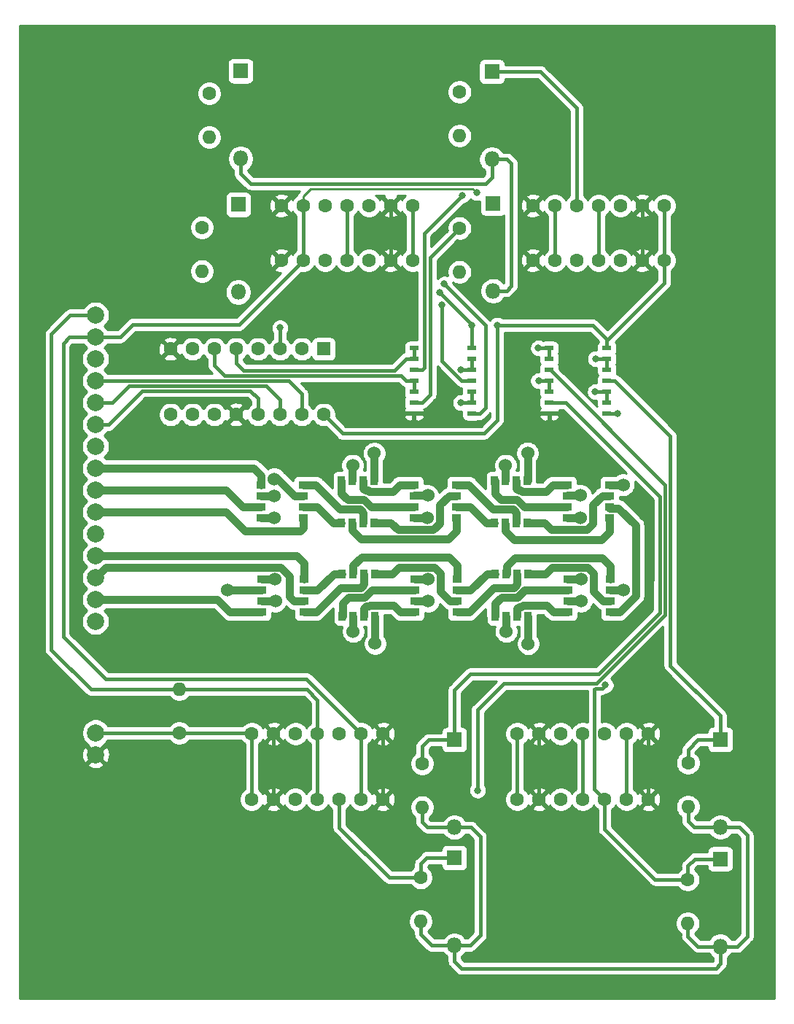
<source format=gbr>
%TF.GenerationSoftware,KiCad,Pcbnew,(5.1.7)-1*%
%TF.CreationDate,2021-02-06T18:02:14-06:00*%
%TF.ProjectId,SLEDBoard,534c4544-426f-4617-9264-2e6b69636164,v01*%
%TF.SameCoordinates,Original*%
%TF.FileFunction,Copper,L1,Top*%
%TF.FilePolarity,Positive*%
%FSLAX46Y46*%
G04 Gerber Fmt 4.6, Leading zero omitted, Abs format (unit mm)*
G04 Created by KiCad (PCBNEW (5.1.7)-1) date 2021-02-06 18:02:14*
%MOMM*%
%LPD*%
G01*
G04 APERTURE LIST*
%TA.AperFunction,ComponentPad*%
%ADD10O,1.600000X1.600000*%
%TD*%
%TA.AperFunction,ComponentPad*%
%ADD11C,1.600000*%
%TD*%
%TA.AperFunction,ComponentPad*%
%ADD12O,1.800000X1.800000*%
%TD*%
%TA.AperFunction,ComponentPad*%
%ADD13R,1.800000X1.800000*%
%TD*%
%TA.AperFunction,SMDPad,CuDef*%
%ADD14R,1.100000X0.510000*%
%TD*%
%TA.AperFunction,ComponentPad*%
%ADD15R,1.600000X1.600000*%
%TD*%
%TA.AperFunction,SMDPad,CuDef*%
%ADD16R,1.100000X0.900000*%
%TD*%
%TA.AperFunction,SMDPad,CuDef*%
%ADD17R,0.900000X1.100000*%
%TD*%
%TA.AperFunction,ComponentPad*%
%ADD18C,2.000000*%
%TD*%
%TA.AperFunction,ViaPad*%
%ADD19C,0.800000*%
%TD*%
%TA.AperFunction,ViaPad*%
%ADD20C,1.524000*%
%TD*%
%TA.AperFunction,Conductor*%
%ADD21C,0.381000*%
%TD*%
%TA.AperFunction,Conductor*%
%ADD22C,0.889000*%
%TD*%
%TA.AperFunction,Conductor*%
%ADD23C,0.250000*%
%TD*%
%TA.AperFunction,Conductor*%
%ADD24C,0.254000*%
%TD*%
%TA.AperFunction,Conductor*%
%ADD25C,0.100000*%
%TD*%
G04 APERTURE END LIST*
D10*
%TO.P,R18,2*%
%TO.N,Net-(D1-Pad2)*%
X48025000Y-77130000D03*
D11*
%TO.P,R18,1*%
%TO.N,Net-(3SB2-Pad8)*%
X48025000Y-72050000D03*
%TD*%
D10*
%TO.P,R16,2*%
%TO.N,Net-(D1-Pad2)*%
X47200000Y-92705000D03*
D11*
%TO.P,R16,1*%
%TO.N,Net-(3SB2-Pad11)*%
X47200000Y-87625000D03*
%TD*%
D10*
%TO.P,R14,2*%
%TO.N,Net-(D1-Pad2)*%
X77100000Y-76980000D03*
D11*
%TO.P,R14,1*%
%TO.N,Net-(3SB2-Pad3)*%
X77100000Y-71900000D03*
%TD*%
D10*
%TO.P,R12,2*%
%TO.N,Net-(D1-Pad2)*%
X77100000Y-92780000D03*
D11*
%TO.P,R12,1*%
%TO.N,Net-(3SB2-Pad6)*%
X77100000Y-87700000D03*
%TD*%
D10*
%TO.P,R10,2*%
%TO.N,Net-(D1-Pad2)*%
X103600000Y-168405000D03*
D11*
%TO.P,R10,1*%
%TO.N,Net-(3SB1-Pad8)*%
X103600000Y-163325000D03*
%TD*%
D10*
%TO.P,R8,2*%
%TO.N,Net-(D1-Pad2)*%
X103625000Y-154855000D03*
D11*
%TO.P,R8,1*%
%TO.N,Net-(3SB1-Pad11)*%
X103625000Y-149775000D03*
%TD*%
D10*
%TO.P,R6,2*%
%TO.N,Net-(D1-Pad2)*%
X72600000Y-168180000D03*
D11*
%TO.P,R6,1*%
%TO.N,Net-(3SB1-Pad3)*%
X72600000Y-163100000D03*
%TD*%
D10*
%TO.P,R4,2*%
%TO.N,Net-(D1-Pad2)*%
X72759400Y-154934000D03*
D11*
%TO.P,R4,1*%
%TO.N,Net-(3SB1-Pad6)*%
X72759400Y-149854000D03*
%TD*%
D12*
%TO.P,D8,2*%
%TO.N,Net-(D1-Pad2)*%
X51675000Y-79635000D03*
D13*
%TO.P,D8,1*%
%TO.N,Net-(3SB2-Pad8)*%
X51675000Y-69475000D03*
%TD*%
D12*
%TO.P,D7,2*%
%TO.N,Net-(D1-Pad2)*%
X51400000Y-95135000D03*
D13*
%TO.P,D7,1*%
%TO.N,Net-(3SB2-Pad11)*%
X51400000Y-84975000D03*
%TD*%
D12*
%TO.P,D6,2*%
%TO.N,Net-(D1-Pad2)*%
X80850000Y-79710000D03*
D13*
%TO.P,D6,1*%
%TO.N,Net-(3SB2-Pad3)*%
X80850000Y-69550000D03*
%TD*%
D12*
%TO.P,D5,2*%
%TO.N,Net-(D1-Pad2)*%
X81000000Y-94985000D03*
D13*
%TO.P,D5,1*%
%TO.N,Net-(3SB2-Pad6)*%
X81000000Y-84825000D03*
%TD*%
D12*
%TO.P,D4,2*%
%TO.N,Net-(D1-Pad2)*%
X107375000Y-171085000D03*
D13*
%TO.P,D4,1*%
%TO.N,Net-(3SB1-Pad8)*%
X107375000Y-160925000D03*
%TD*%
D12*
%TO.P,D3,2*%
%TO.N,Net-(D1-Pad2)*%
X107400000Y-157235000D03*
D13*
%TO.P,D3,1*%
%TO.N,Net-(3SB1-Pad11)*%
X107400000Y-147075000D03*
%TD*%
D12*
%TO.P,D2,2*%
%TO.N,Net-(D1-Pad2)*%
X76500000Y-170960000D03*
D13*
%TO.P,D2,1*%
%TO.N,Net-(3SB1-Pad3)*%
X76500000Y-160800000D03*
%TD*%
%TO.P,D1,1*%
%TO.N,Net-(3SB1-Pad6)*%
X76500000Y-147100000D03*
D12*
%TO.P,D1,2*%
%TO.N,Net-(D1-Pad2)*%
X76500000Y-157260000D03*
%TD*%
D11*
%TO.P,U10,VIN*%
%TO.N,VDD*%
X71655000Y-85100000D03*
%TO.P,U10,GND*%
%TO.N,GND*%
X69115000Y-85100000D03*
%TO.P,U10,3V3*%
%TO.N,Net-(U10-Pad3V3)*%
X66575000Y-85100000D03*
%TO.P,U10,SCL*%
%TO.N,Net-(R1-Pad2)*%
X64035000Y-85100000D03*
%TO.P,U10,SDA*%
%TO.N,Net-(3SB2-Pad8)*%
X61495000Y-85100000D03*
%TO.P,U10,INT*%
%TO.N,Net-(U10-PadINT)*%
X58955000Y-85100000D03*
%TO.P,U10,LED*%
%TO.N,GND*%
X56415000Y-85100000D03*
%TD*%
%TO.P,U9,VIN*%
%TO.N,VDD*%
X71655000Y-91450000D03*
%TO.P,U9,GND*%
%TO.N,GND*%
X69115000Y-91450000D03*
%TO.P,U9,3V3*%
%TO.N,Net-(U9-Pad3V3)*%
X66575000Y-91450000D03*
%TO.P,U9,SCL*%
%TO.N,Net-(R1-Pad2)*%
X64035000Y-91450000D03*
%TO.P,U9,SDA*%
%TO.N,Net-(3SB2-Pad11)*%
X61495000Y-91450000D03*
%TO.P,U9,INT*%
%TO.N,Net-(U10-PadINT)*%
X58955000Y-91450000D03*
%TO.P,U9,LED*%
%TO.N,GND*%
X56415000Y-91450000D03*
%TD*%
%TO.P,U8,VIN*%
%TO.N,VDD*%
X100865000Y-85100000D03*
%TO.P,U8,GND*%
%TO.N,GND*%
X98325000Y-85100000D03*
%TO.P,U8,3V3*%
%TO.N,Net-(U8-Pad3V3)*%
X95785000Y-85100000D03*
%TO.P,U8,SCL*%
%TO.N,Net-(R1-Pad2)*%
X93245000Y-85100000D03*
%TO.P,U8,SDA*%
%TO.N,Net-(3SB2-Pad3)*%
X90705000Y-85100000D03*
%TO.P,U8,INT*%
%TO.N,Net-(U10-PadINT)*%
X88165000Y-85100000D03*
%TO.P,U8,LED*%
%TO.N,GND*%
X85625000Y-85100000D03*
%TD*%
%TO.P,U7,VIN*%
%TO.N,VDD*%
X100865000Y-91450000D03*
%TO.P,U7,GND*%
%TO.N,GND*%
X98325000Y-91450000D03*
%TO.P,U7,3V3*%
%TO.N,Net-(U7-Pad3V3)*%
X95785000Y-91450000D03*
%TO.P,U7,SCL*%
%TO.N,Net-(R1-Pad2)*%
X93245000Y-91450000D03*
%TO.P,U7,SDA*%
%TO.N,Net-(3SB2-Pad6)*%
X90705000Y-91450000D03*
%TO.P,U7,INT*%
%TO.N,Net-(U10-PadINT)*%
X88165000Y-91450000D03*
%TO.P,U7,LED*%
%TO.N,GND*%
X85625000Y-91450000D03*
%TD*%
%TO.P,U6,VIN*%
%TO.N,VDD*%
X83800000Y-154025000D03*
%TO.P,U6,GND*%
%TO.N,GND*%
X86340000Y-154025000D03*
%TO.P,U6,3V3*%
%TO.N,Net-(U6-Pad3V3)*%
X88880000Y-154025000D03*
%TO.P,U6,SCL*%
%TO.N,Net-(R1-Pad2)*%
X91420000Y-154025000D03*
%TO.P,U6,SDA*%
%TO.N,Net-(3SB1-Pad8)*%
X93960000Y-154025000D03*
%TO.P,U6,INT*%
%TO.N,Net-(U10-PadINT)*%
X96500000Y-154025000D03*
%TO.P,U6,LED*%
%TO.N,GND*%
X99040000Y-154025000D03*
%TD*%
%TO.P,U5,VIN*%
%TO.N,VDD*%
X83800000Y-146405000D03*
%TO.P,U5,GND*%
%TO.N,GND*%
X86340000Y-146405000D03*
%TO.P,U5,3V3*%
%TO.N,Net-(U5-Pad3V3)*%
X88880000Y-146405000D03*
%TO.P,U5,SCL*%
%TO.N,Net-(R1-Pad2)*%
X91420000Y-146405000D03*
%TO.P,U5,SDA*%
%TO.N,Net-(3SB1-Pad11)*%
X93960000Y-146405000D03*
%TO.P,U5,INT*%
%TO.N,Net-(U10-PadINT)*%
X96500000Y-146405000D03*
%TO.P,U5,LED*%
%TO.N,GND*%
X99040000Y-146405000D03*
%TD*%
%TO.P,U4,VIN*%
%TO.N,VDD*%
X52960000Y-154025000D03*
%TO.P,U4,GND*%
%TO.N,GND*%
X55500000Y-154025000D03*
%TO.P,U4,3V3*%
%TO.N,Net-(U4-Pad3V3)*%
X58040000Y-154025000D03*
%TO.P,U4,SCL*%
%TO.N,Net-(R1-Pad2)*%
X60580000Y-154025000D03*
%TO.P,U4,SDA*%
%TO.N,Net-(3SB1-Pad3)*%
X63120000Y-154025000D03*
%TO.P,U4,INT*%
%TO.N,Net-(U10-PadINT)*%
X65660000Y-154025000D03*
%TO.P,U4,LED*%
%TO.N,GND*%
X68200000Y-154025000D03*
%TD*%
%TO.P,U3,VIN*%
%TO.N,VDD*%
X52985000Y-146405000D03*
%TO.P,U3,GND*%
%TO.N,GND*%
X55525000Y-146405000D03*
%TO.P,U3,3V3*%
%TO.N,Net-(U3-Pad3V3)*%
X58065000Y-146405000D03*
%TO.P,U3,SCL*%
%TO.N,Net-(R1-Pad2)*%
X60605000Y-146405000D03*
%TO.P,U3,SDA*%
%TO.N,Net-(3SB1-Pad6)*%
X63145000Y-146405000D03*
%TO.P,U3,INT*%
%TO.N,Net-(U10-PadINT)*%
X65685000Y-146405000D03*
%TO.P,U3,LED*%
%TO.N,GND*%
X68225000Y-146405000D03*
%TD*%
D14*
%TO.P,3SB1,14*%
%TO.N,VDD*%
X94210200Y-101610000D03*
%TO.P,3SB1,13*%
%TO.N,/~Y2*%
X94210200Y-102880000D03*
%TO.P,3SB1,12*%
X94210200Y-104150000D03*
%TO.P,3SB1,11*%
%TO.N,Net-(3SB1-Pad11)*%
X94210200Y-105420000D03*
%TO.P,3SB1,10*%
%TO.N,/~Y3*%
X94210200Y-106690000D03*
%TO.P,3SB1,9*%
X94210200Y-107960000D03*
%TO.P,3SB1,8*%
%TO.N,Net-(3SB1-Pad8)*%
X94210200Y-109230000D03*
%TO.P,3SB1,7*%
%TO.N,GND*%
X87510200Y-109230000D03*
%TO.P,3SB1,6*%
%TO.N,Net-(3SB1-Pad6)*%
X87510200Y-107960000D03*
%TO.P,3SB1,5*%
%TO.N,/~Y1*%
X87510200Y-106690000D03*
%TO.P,3SB1,4*%
X87510200Y-105420000D03*
%TO.P,3SB1,3*%
%TO.N,Net-(3SB1-Pad3)*%
X87510200Y-104150000D03*
%TO.P,3SB1,2*%
%TO.N,/~Y0*%
X87510200Y-102880000D03*
%TO.P,3SB1,1*%
X87510200Y-101610000D03*
%TD*%
%TO.P,3SB2,14*%
%TO.N,VDD*%
X78513000Y-101610000D03*
%TO.P,3SB2,13*%
%TO.N,/~Y6*%
X78513000Y-102880000D03*
%TO.P,3SB2,12*%
X78513000Y-104150000D03*
%TO.P,3SB2,11*%
%TO.N,Net-(3SB2-Pad11)*%
X78513000Y-105420000D03*
%TO.P,3SB2,10*%
%TO.N,/~Y7*%
X78513000Y-106690000D03*
%TO.P,3SB2,9*%
X78513000Y-107960000D03*
%TO.P,3SB2,8*%
%TO.N,Net-(3SB2-Pad8)*%
X78513000Y-109230000D03*
%TO.P,3SB2,7*%
%TO.N,GND*%
X71813000Y-109230000D03*
%TO.P,3SB2,6*%
%TO.N,Net-(3SB2-Pad6)*%
X71813000Y-107960000D03*
%TO.P,3SB2,5*%
%TO.N,/~Y5*%
X71813000Y-106690000D03*
%TO.P,3SB2,4*%
X71813000Y-105420000D03*
%TO.P,3SB2,3*%
%TO.N,Net-(3SB2-Pad3)*%
X71813000Y-104150000D03*
%TO.P,3SB2,2*%
%TO.N,/~Y4*%
X71813000Y-102880000D03*
%TO.P,3SB2,1*%
X71813000Y-101610000D03*
%TD*%
D11*
%TO.P,DECODER1,9*%
%TO.N,/~Y7*%
X43537200Y-109357000D03*
%TO.P,DECODER1,8*%
%TO.N,GND*%
X43537200Y-101737000D03*
%TO.P,DECODER1,16*%
%TO.N,VDD*%
X61317200Y-109357000D03*
%TO.P,DECODER1,15*%
%TO.N,Net-(DECODER1-Pad15)*%
X58777200Y-109357000D03*
%TO.P,DECODER1,14*%
%TO.N,Net-(DECODER1-Pad14)*%
X56237200Y-109357000D03*
%TO.P,DECODER1,13*%
%TO.N,Net-(DECODER1-Pad13)*%
X53697200Y-109357000D03*
%TO.P,DECODER1,12*%
%TO.N,GND*%
X51157200Y-109357000D03*
%TO.P,DECODER1,11*%
%TO.N,/~Y9*%
X48617200Y-109357000D03*
%TO.P,DECODER1,10*%
%TO.N,/~Y8*%
X46077200Y-109357000D03*
%TO.P,DECODER1,7*%
%TO.N,/~Y6*%
X46077200Y-101737000D03*
%TO.P,DECODER1,6*%
%TO.N,/~Y5*%
X48617200Y-101737000D03*
%TO.P,DECODER1,5*%
%TO.N,/~Y4*%
X51157200Y-101737000D03*
%TO.P,DECODER1,4*%
%TO.N,/~Y3*%
X53697200Y-101737000D03*
%TO.P,DECODER1,3*%
%TO.N,/~Y2*%
X56237200Y-101737000D03*
%TO.P,DECODER1,2*%
%TO.N,/~Y1*%
X58777200Y-101737000D03*
D15*
%TO.P,DECODER1,1*%
%TO.N,/~Y0*%
X61317200Y-101737000D03*
%TD*%
D16*
%TO.P,LED1,5*%
%TO.N,Net-(LED1-Pad5)*%
X58949920Y-121300080D03*
%TO.P,LED1,6*%
%TO.N,Net-(LED1-Pad6)*%
X58949920Y-120030080D03*
%TO.P,LED1,7*%
%TO.N,Net-(LED1-Pad7)*%
X58949920Y-118760080D03*
%TO.P,LED1,8*%
%TO.N,Net-(LED1-Pad8)*%
X58949920Y-117490080D03*
%TO.P,LED1,4*%
%TO.N,Net-(LED1-Pad4)*%
X54049920Y-121300080D03*
%TO.P,LED1,3*%
%TO.N,Net-(LED1-Pad3)*%
X54049920Y-120030080D03*
%TO.P,LED1,2*%
%TO.N,Net-(LED1-Pad2)*%
X54049920Y-118760080D03*
%TO.P,LED1,1*%
%TO.N,Net-(LED1-Pad1)*%
X54049920Y-117490080D03*
%TD*%
%TO.P,LED2,5*%
%TO.N,Net-(LED2-Pad5)*%
X59024920Y-132285080D03*
%TO.P,LED2,6*%
%TO.N,Net-(LED2-Pad6)*%
X59024920Y-131015080D03*
%TO.P,LED2,7*%
%TO.N,Net-(LED2-Pad7)*%
X59024920Y-129745080D03*
%TO.P,LED2,8*%
%TO.N,Net-(LED2-Pad8)*%
X59024920Y-128475080D03*
%TO.P,LED2,4*%
%TO.N,Net-(LED2-Pad4)*%
X54124920Y-132285080D03*
%TO.P,LED2,3*%
%TO.N,Net-(LED2-Pad5)*%
X54124920Y-131015080D03*
%TO.P,LED2,2*%
%TO.N,Net-(LED2-Pad2)*%
X54124920Y-129745080D03*
%TO.P,LED2,1*%
%TO.N,Net-(LED2-Pad1)*%
X54124920Y-128475080D03*
%TD*%
D17*
%TO.P,LED3,5*%
%TO.N,Net-(LED1-Pad6)*%
X63394920Y-121924920D03*
%TO.P,LED3,6*%
%TO.N,Net-(LED3-Pad6)*%
X64664920Y-121924920D03*
%TO.P,LED3,7*%
%TO.N,Net-(LED1-Pad8)*%
X65934920Y-121924920D03*
%TO.P,LED3,8*%
%TO.N,Net-(LED3-Pad8)*%
X67204920Y-121924920D03*
%TO.P,LED3,4*%
%TO.N,Net-(LED3-Pad4)*%
X63394920Y-117024920D03*
%TO.P,LED3,3*%
%TO.N,Net-(LED1-Pad4)*%
X64664920Y-117024920D03*
%TO.P,LED3,2*%
%TO.N,Net-(LED3-Pad2)*%
X65934920Y-117024920D03*
%TO.P,LED3,1*%
%TO.N,Net-(LED1-Pad2)*%
X67204920Y-117024920D03*
%TD*%
%TO.P,LED4,5*%
%TO.N,Net-(LED4-Pad5)*%
X67290080Y-127840080D03*
%TO.P,LED4,6*%
%TO.N,Net-(LED2-Pad5)*%
X66020080Y-127840080D03*
%TO.P,LED4,7*%
%TO.N,Net-(LED4-Pad7)*%
X64750080Y-127840080D03*
%TO.P,LED4,8*%
%TO.N,Net-(LED2-Pad7)*%
X63480080Y-127840080D03*
%TO.P,LED4,4*%
%TO.N,Net-(LED2-Pad3)*%
X67290080Y-132740080D03*
%TO.P,LED4,3*%
%TO.N,Net-(LED4-Pad3)*%
X66020080Y-132740080D03*
%TO.P,LED4,2*%
%TO.N,Net-(LED2-Pad1)*%
X64750080Y-132740080D03*
%TO.P,LED4,1*%
%TO.N,Net-(LED4-Pad1)*%
X63480080Y-132740080D03*
%TD*%
D16*
%TO.P,LED5,5*%
%TO.N,Net-(LED3-Pad6)*%
X76729920Y-121300080D03*
%TO.P,LED5,6*%
%TO.N,Net-(LED5-Pad6)*%
X76729920Y-120030080D03*
%TO.P,LED5,7*%
%TO.N,Net-(LED3-Pad8)*%
X76729920Y-118760080D03*
%TO.P,LED5,8*%
%TO.N,Net-(LED5-Pad8)*%
X76729920Y-117490080D03*
%TO.P,LED5,4*%
%TO.N,Net-(LED5-Pad4)*%
X71829920Y-121300080D03*
%TO.P,LED5,3*%
%TO.N,Net-(LED3-Pad4)*%
X71829920Y-120030080D03*
%TO.P,LED5,2*%
%TO.N,Net-(LED5-Pad2)*%
X71829920Y-118760080D03*
%TO.P,LED5,1*%
%TO.N,Net-(LED3-Pad2)*%
X71829920Y-117490080D03*
%TD*%
%TO.P,LED6,5*%
%TO.N,Net-(LED6-Pad5)*%
X76804920Y-132285080D03*
%TO.P,LED6,6*%
%TO.N,Net-(LED4-Pad5)*%
X76804920Y-131015080D03*
%TO.P,LED6,7*%
%TO.N,Net-(LED6-Pad7)*%
X76804920Y-129745080D03*
%TO.P,LED6,8*%
%TO.N,Net-(LED4-Pad7)*%
X76804920Y-128475080D03*
%TO.P,LED6,4*%
%TO.N,Net-(LED4-Pad3)*%
X71904920Y-132285080D03*
%TO.P,LED6,3*%
%TO.N,Net-(LED6-Pad3)*%
X71904920Y-131015080D03*
%TO.P,LED6,2*%
%TO.N,Net-(LED4-Pad1)*%
X71904920Y-129745080D03*
%TO.P,LED6,1*%
%TO.N,Net-(LED6-Pad1)*%
X71904920Y-128475080D03*
%TD*%
D17*
%TO.P,LED7,5*%
%TO.N,Net-(LED5-Pad6)*%
X81174920Y-121924920D03*
%TO.P,LED7,6*%
%TO.N,Net-(LED7-Pad6)*%
X82444920Y-121924920D03*
%TO.P,LED7,7*%
%TO.N,Net-(LED5-Pad8)*%
X83714920Y-121924920D03*
%TO.P,LED7,8*%
%TO.N,Net-(LED7-Pad8)*%
X84984920Y-121924920D03*
%TO.P,LED7,4*%
%TO.N,Net-(LED7-Pad4)*%
X81174920Y-117024920D03*
%TO.P,LED7,3*%
%TO.N,Net-(LED5-Pad4)*%
X82444920Y-117024920D03*
%TO.P,LED7,2*%
%TO.N,Net-(LED7-Pad2)*%
X83714920Y-117024920D03*
%TO.P,LED7,1*%
%TO.N,Net-(LED5-Pad2)*%
X84984920Y-117024920D03*
%TD*%
%TO.P,LED8,5*%
%TO.N,Net-(LED10-Pad6)*%
X85070080Y-127840080D03*
%TO.P,LED8,6*%
%TO.N,Net-(LED6-Pad5)*%
X83800080Y-127840080D03*
%TO.P,LED8,7*%
%TO.N,Net-(LED10-Pad8)*%
X82530080Y-127840080D03*
%TO.P,LED8,8*%
%TO.N,Net-(LED6-Pad7)*%
X81260080Y-127840080D03*
%TO.P,LED8,4*%
%TO.N,Net-(LED6-Pad3)*%
X85070080Y-132740080D03*
%TO.P,LED8,3*%
%TO.N,Net-(LED10-Pad4)*%
X83800080Y-132740080D03*
%TO.P,LED8,2*%
%TO.N,Net-(LED6-Pad1)*%
X82530080Y-132740080D03*
%TO.P,LED8,1*%
%TO.N,Net-(LED10-Pad2)*%
X81260080Y-132740080D03*
%TD*%
D16*
%TO.P,LED9,5*%
%TO.N,Net-(LED7-Pad6)*%
X94509920Y-121300080D03*
%TO.P,LED9,6*%
%TO.N,Net-(LED10-Pad5)*%
X94509920Y-120030080D03*
%TO.P,LED9,7*%
%TO.N,Net-(LED7-Pad8)*%
X94509920Y-118760080D03*
%TO.P,LED9,8*%
%TO.N,Net-(LED10-Pad7)*%
X94509920Y-117490080D03*
%TO.P,LED9,4*%
%TO.N,Net-(LED10-Pad3)*%
X89609920Y-121300080D03*
%TO.P,LED9,3*%
%TO.N,Net-(LED7-Pad4)*%
X89609920Y-120030080D03*
%TO.P,LED9,2*%
%TO.N,Net-(LED10-Pad1)*%
X89609920Y-118760080D03*
%TO.P,LED9,1*%
%TO.N,Net-(LED7-Pad2)*%
X89609920Y-117490080D03*
%TD*%
%TO.P,LED10,5*%
%TO.N,Net-(LED10-Pad5)*%
X94584920Y-132285080D03*
%TO.P,LED10,6*%
%TO.N,Net-(LED10-Pad6)*%
X94584920Y-131015080D03*
%TO.P,LED10,7*%
%TO.N,Net-(LED10-Pad7)*%
X94584920Y-129745080D03*
%TO.P,LED10,8*%
%TO.N,Net-(LED10-Pad8)*%
X94584920Y-128475080D03*
%TO.P,LED10,4*%
%TO.N,Net-(LED10-Pad4)*%
X89684920Y-132285080D03*
%TO.P,LED10,3*%
%TO.N,Net-(LED10-Pad3)*%
X89684920Y-131015080D03*
%TO.P,LED10,2*%
%TO.N,Net-(LED10-Pad2)*%
X89684920Y-129745080D03*
%TO.P,LED10,1*%
%TO.N,Net-(LED10-Pad1)*%
X89684920Y-128475080D03*
%TD*%
D10*
%TO.P,R1,2*%
%TO.N,Net-(R1-Pad2)*%
X44550000Y-141245000D03*
D11*
%TO.P,R1,1*%
%TO.N,VDD*%
X44550000Y-146325000D03*
%TD*%
D18*
%TO.P,VDD,2*%
%TO.N,VDD*%
X34850000Y-146300000D03*
%TO.P,VDD,1*%
%TO.N,GND*%
X34850000Y-148840000D03*
%TD*%
%TO.P,U2,15*%
%TO.N,Net-(R1-Pad2)*%
X34825000Y-97800000D03*
%TO.P,U2,14*%
%TO.N,Net-(U10-PadINT)*%
X34825000Y-100340000D03*
%TO.P,U2,13*%
%TO.N,Net-(D1-Pad2)*%
X34825000Y-102880000D03*
%TO.P,U2,12*%
%TO.N,Net-(DECODER1-Pad15)*%
X34825000Y-105420000D03*
%TO.P,U2,11*%
%TO.N,Net-(DECODER1-Pad14)*%
X34825000Y-107960000D03*
%TO.P,U2,10*%
%TO.N,Net-(DECODER1-Pad13)*%
X34825000Y-110500000D03*
%TO.P,U2,9*%
%TO.N,Net-(U2-Pad9)*%
X34825000Y-113040000D03*
%TO.P,U2,8*%
%TO.N,Net-(LED1-Pad1)*%
X34825000Y-115580000D03*
%TO.P,U2,7*%
%TO.N,Net-(LED1-Pad3)*%
X34825000Y-118120000D03*
%TO.P,U2,6*%
%TO.N,Net-(LED1-Pad5)*%
X34825000Y-120660000D03*
%TO.P,U2,5*%
%TO.N,Net-(LED1-Pad7)*%
X34825000Y-123200000D03*
%TO.P,U2,4*%
%TO.N,Net-(LED2-Pad8)*%
X34825000Y-125740000D03*
%TO.P,U2,3*%
%TO.N,Net-(LED2-Pad6)*%
X34825000Y-128280000D03*
%TO.P,U2,2*%
%TO.N,Net-(LED2-Pad4)*%
X34825000Y-130820000D03*
%TO.P,U2,1*%
%TO.N,Net-(LED2-Pad2)*%
X34825000Y-133360000D03*
%TD*%
D19*
%TO.N,/~Y0*%
X86250000Y-101625000D03*
%TO.N,Net-(3SB1-Pad3)*%
X79200000Y-152975000D03*
%TO.N,/~Y1*%
X86275000Y-105425000D03*
D20*
%TO.N,GND*%
X40500000Y-103475000D03*
X40500000Y-109450000D03*
X74950000Y-109350000D03*
X74950000Y-113575000D03*
X90825000Y-100850000D03*
X94450000Y-97225000D03*
D19*
%TO.N,Net-(3SB1-Pad8)*%
X94040000Y-140760000D03*
X95475000Y-109225000D03*
%TO.N,/~Y3*%
X92850000Y-106700000D03*
%TO.N,VDD*%
X78513000Y-98987000D03*
X81488000Y-98987000D03*
X74825000Y-95180058D03*
%TO.N,/~Y7*%
X77250000Y-107975000D03*
%TO.N,Net-(3SB2-Pad11)*%
X75050000Y-96575000D03*
%TO.N,Net-(3SB2-Pad8)*%
X75325000Y-94200000D03*
%TO.N,/~Y6*%
X77250000Y-104150000D03*
%TO.N,Net-(3SB2-Pad3)*%
X77425000Y-83875000D03*
%TO.N,/~Y2*%
X92900000Y-102875000D03*
X56250000Y-99275000D03*
D20*
%TO.N,Net-(LED1-Pad7)*%
X55575000Y-116825000D03*
%TO.N,Net-(LED1-Pad4)*%
X55600000Y-121300000D03*
X64675000Y-115250000D03*
%TO.N,Net-(LED1-Pad2)*%
X55600000Y-118775000D03*
X67193499Y-113843499D03*
%TO.N,Net-(LED2-Pad1)*%
X64750000Y-134525000D03*
X55675000Y-128475000D03*
%TO.N,Net-(LED2-Pad2)*%
X50125000Y-129750000D03*
%TO.N,Net-(LED2-Pad5)*%
X67293499Y-135931501D03*
X55700000Y-131000000D03*
%TO.N,Net-(LED5-Pad4)*%
X82450000Y-115250000D03*
X73375000Y-121300000D03*
%TO.N,Net-(LED5-Pad2)*%
X84993499Y-113818499D03*
X73400000Y-118750000D03*
%TO.N,Net-(LED6-Pad3)*%
X73475000Y-131025000D03*
X85068499Y-135956501D03*
%TO.N,Net-(LED6-Pad1)*%
X73450000Y-128475000D03*
X82525000Y-134525000D03*
%TO.N,Net-(LED10-Pad7)*%
X96100000Y-117500000D03*
X96150000Y-129750000D03*
%TO.N,Net-(LED10-Pad3)*%
X91200000Y-131025000D03*
X91125000Y-121300000D03*
%TO.N,Net-(LED10-Pad1)*%
X91175000Y-128475000D03*
X91150000Y-118750000D03*
D19*
%TO.N,Net-(U10-PadINT)*%
X79075000Y-83600000D03*
%TD*%
D21*
%TO.N,/~Y0*%
X87510200Y-101610000D02*
X87510200Y-102880000D01*
X87513000Y-101625000D02*
X86250000Y-101625000D01*
%TO.N,Net-(3SB1-Pad3)*%
X72600000Y-163100000D02*
X72600000Y-161450000D01*
X73250000Y-160800000D02*
X76500000Y-160800000D01*
X72600000Y-161450000D02*
X73250000Y-160800000D01*
X72600000Y-163100000D02*
X68925000Y-163100000D01*
X63120000Y-157295000D02*
X63120000Y-154025000D01*
X68925000Y-163100000D02*
X63120000Y-157295000D01*
X79200000Y-152975000D02*
X79200000Y-152975000D01*
X87622298Y-104150000D02*
X87510200Y-104150000D01*
X100981010Y-117508712D02*
X87622298Y-104150000D01*
X100981010Y-132565662D02*
X100981010Y-117508712D01*
X92971672Y-140575000D02*
X100981010Y-132565662D01*
X82225000Y-140575000D02*
X92971672Y-140575000D01*
X79200000Y-143600000D02*
X82225000Y-140575000D01*
X79200000Y-152975000D02*
X79200000Y-143600000D01*
%TO.N,/~Y1*%
X87510200Y-106690000D02*
X87510200Y-105420000D01*
X87538000Y-105425000D02*
X86275000Y-105425000D01*
%TO.N,Net-(3SB1-Pad6)*%
X72759400Y-149854000D02*
X72759400Y-147865600D01*
X73525000Y-147100000D02*
X76500000Y-147100000D01*
X72759400Y-147865600D02*
X73525000Y-147100000D01*
X76500000Y-141325000D02*
X76500000Y-147100000D01*
X93275000Y-139450000D02*
X78375000Y-139450000D01*
X100375000Y-132350000D02*
X93275000Y-139450000D01*
X100375000Y-128787504D02*
X100375000Y-132350000D01*
X100400000Y-128762504D02*
X100375000Y-128787504D01*
X78375000Y-139450000D02*
X76500000Y-141325000D01*
X100400000Y-118900000D02*
X100400000Y-128762504D01*
X89460000Y-107960000D02*
X100400000Y-118900000D01*
X87510200Y-107960000D02*
X89460000Y-107960000D01*
%TO.N,GND*%
X55525000Y-154000000D02*
X55500000Y-154025000D01*
X55525000Y-146405000D02*
X55525000Y-154000000D01*
X86340000Y-146405000D02*
X86340000Y-154025000D01*
X69115000Y-85100000D02*
X69115000Y-91450000D01*
X98325000Y-85100000D02*
X98325000Y-91450000D01*
X99040000Y-146405000D02*
X99040000Y-154025000D01*
X68225000Y-154000000D02*
X68200000Y-154025000D01*
X68225000Y-146405000D02*
X68225000Y-154000000D01*
%TO.N,Net-(3SB1-Pad8)*%
X103600000Y-163325000D02*
X103600000Y-161750000D01*
X104425000Y-160925000D02*
X107375000Y-160925000D01*
X103600000Y-161750000D02*
X104425000Y-160925000D01*
X103600000Y-163325000D02*
X99775000Y-163325000D01*
X93960000Y-157510000D02*
X93960000Y-154025000D01*
X99775000Y-163325000D02*
X93960000Y-157510000D01*
X94212000Y-109225000D02*
X95475000Y-109225000D01*
X93643990Y-141156010D02*
X94040000Y-140760000D01*
X92883990Y-141156010D02*
X93643990Y-141156010D01*
X92769499Y-141270501D02*
X92883990Y-141156010D01*
X92769499Y-152834499D02*
X92769499Y-141270501D01*
X93960000Y-154025000D02*
X92769499Y-152834499D01*
%TO.N,/~Y4*%
X71813000Y-101610000D02*
X71813000Y-102880000D01*
X70882000Y-102880000D02*
X69504020Y-104257980D01*
X71813000Y-102880000D02*
X70882000Y-102880000D01*
X69504020Y-104257980D02*
X52032980Y-104257980D01*
X51157200Y-103382200D02*
X51157200Y-101737000D01*
X52032980Y-104257980D02*
X51157200Y-103382200D01*
%TO.N,Net-(3SB1-Pad11)*%
X103625000Y-149775000D02*
X103625000Y-148250000D01*
X104800000Y-147075000D02*
X107400000Y-147075000D01*
X103625000Y-148250000D02*
X104800000Y-147075000D01*
X107400000Y-144325000D02*
X107400000Y-147075000D01*
X101562020Y-138487020D02*
X107400000Y-144325000D01*
X101562020Y-111840820D02*
X101562020Y-138487020D01*
X95141200Y-105420000D02*
X101562020Y-111840820D01*
X94210200Y-105420000D02*
X95141200Y-105420000D01*
%TO.N,/~Y3*%
X94210200Y-107960000D02*
X94210200Y-106690000D01*
X94113000Y-106700000D02*
X92850000Y-106700000D01*
%TO.N,VDD*%
X44525000Y-146300000D02*
X44550000Y-146325000D01*
X34850000Y-146300000D02*
X44525000Y-146300000D01*
X52905000Y-146325000D02*
X52985000Y-146405000D01*
X44550000Y-146325000D02*
X52905000Y-146325000D01*
X52985000Y-154000000D02*
X52960000Y-154025000D01*
X52985000Y-146405000D02*
X52985000Y-154000000D01*
X83800000Y-146405000D02*
X83800000Y-154025000D01*
X71655000Y-85100000D02*
X71655000Y-91450000D01*
X100865000Y-85100000D02*
X100865000Y-91450000D01*
X78513000Y-101610000D02*
X78513000Y-99212000D01*
X78513000Y-99212000D02*
X78513000Y-98987000D01*
X78513000Y-98987000D02*
X78513000Y-98987000D01*
X81488000Y-98987000D02*
X92562000Y-98987000D01*
X94210200Y-100635200D02*
X94210200Y-101610000D01*
X92562000Y-98987000D02*
X94210200Y-100635200D01*
X94210200Y-101610000D02*
X94210200Y-100739800D01*
X94210200Y-100739800D02*
X100875000Y-94075000D01*
X100875000Y-91460000D02*
X100865000Y-91450000D01*
X100875000Y-94075000D02*
X100875000Y-91460000D01*
X61317200Y-109357000D02*
X63510200Y-111550000D01*
X63510200Y-111550000D02*
X79925000Y-111550000D01*
X81488000Y-109987000D02*
X81488000Y-98987000D01*
X79925000Y-111550000D02*
X81488000Y-109987000D01*
X78513000Y-98868058D02*
X74825000Y-95180058D01*
X78513000Y-98987000D02*
X78513000Y-98868058D01*
X74825000Y-95180058D02*
X74825000Y-95180058D01*
%TO.N,/~Y7*%
X78513000Y-107960000D02*
X78513000Y-106690000D01*
X78513000Y-107975000D02*
X77250000Y-107975000D01*
%TO.N,Net-(3SB2-Pad11)*%
X77350058Y-105420000D02*
X75050000Y-103119942D01*
X78513000Y-105420000D02*
X77350058Y-105420000D01*
X75050000Y-103119942D02*
X75050000Y-96575000D01*
X75050000Y-96575000D02*
X75050000Y-96575000D01*
%TO.N,Net-(3SB2-Pad8)*%
X79444000Y-109230000D02*
X80100000Y-108574000D01*
X78513000Y-109230000D02*
X79444000Y-109230000D01*
X80100000Y-108574000D02*
X80100000Y-99350000D01*
X80100000Y-99350000D02*
X80100000Y-98975000D01*
X80100000Y-98975000D02*
X75325000Y-94200000D01*
X75325000Y-94200000D02*
X75325000Y-94200000D01*
%TO.N,Net-(3SB2-Pad6)*%
X72744000Y-107960000D02*
X73675000Y-107029000D01*
X71813000Y-107960000D02*
X72744000Y-107960000D01*
X73675000Y-91125000D02*
X77100000Y-87700000D01*
X73675000Y-107029000D02*
X73675000Y-91125000D01*
%TO.N,/~Y6*%
X78513000Y-102880000D02*
X78513000Y-104150000D01*
X78513000Y-104150000D02*
X77250000Y-104150000D01*
X77250000Y-104150000D02*
X77250000Y-104150000D01*
%TO.N,Net-(3SB2-Pad3)*%
X80850000Y-69550000D02*
X86475000Y-69550000D01*
X90705000Y-73780000D02*
X90705000Y-85100000D01*
X86475000Y-69550000D02*
X90705000Y-73780000D01*
X72744000Y-104150000D02*
X72975000Y-103919000D01*
X71813000Y-104150000D02*
X72744000Y-104150000D01*
X72975000Y-103919000D02*
X72975000Y-96525000D01*
X72975000Y-96525000D02*
X72975000Y-96300000D01*
X72975000Y-96300000D02*
X72975000Y-88325000D01*
X72975000Y-88325000D02*
X77425000Y-83875000D01*
X77425000Y-83875000D02*
X77425000Y-83875000D01*
%TO.N,/~Y5*%
X71813000Y-105420000D02*
X71813000Y-106690000D01*
X70882000Y-105420000D02*
X70300990Y-104838990D01*
X71813000Y-105420000D02*
X70882000Y-105420000D01*
X70300990Y-104838990D02*
X49813990Y-104838990D01*
X48617200Y-103642200D02*
X48617200Y-101737000D01*
X49813990Y-104838990D02*
X48617200Y-103642200D01*
%TO.N,Net-(D1-Pad2)*%
X72600000Y-168180000D02*
X72600000Y-169725000D01*
X73835000Y-170960000D02*
X76500000Y-170960000D01*
X72600000Y-169725000D02*
X73835000Y-170960000D01*
X76500000Y-157260000D02*
X73385000Y-157260000D01*
X72759400Y-156634400D02*
X72759400Y-154934000D01*
X73385000Y-157260000D02*
X72759400Y-156634400D01*
X103600000Y-168405000D02*
X103600000Y-169900000D01*
X104785000Y-171085000D02*
X107375000Y-171085000D01*
X103600000Y-169900000D02*
X104785000Y-171085000D01*
X107400000Y-157235000D02*
X104335000Y-157235000D01*
X103625000Y-156525000D02*
X103625000Y-154855000D01*
X104335000Y-157235000D02*
X103625000Y-156525000D01*
X76500000Y-170960000D02*
X78340000Y-170960000D01*
X78340000Y-170960000D02*
X79500000Y-169800000D01*
X79500000Y-169800000D02*
X79500000Y-158350000D01*
X78410000Y-157260000D02*
X76500000Y-157260000D01*
X79500000Y-158350000D02*
X78410000Y-157260000D01*
X76500000Y-170960000D02*
X76500000Y-172825000D01*
X76500000Y-172825000D02*
X77300000Y-173625000D01*
X77300000Y-173625000D02*
X106850000Y-173625000D01*
X107375000Y-173100000D02*
X107375000Y-171085000D01*
X106850000Y-173625000D02*
X107375000Y-173100000D01*
X107375000Y-171085000D02*
X109365000Y-171085000D01*
X109365000Y-171085000D02*
X110500000Y-169950000D01*
X110500000Y-169950000D02*
X110500000Y-158175000D01*
X109560000Y-157235000D02*
X107400000Y-157235000D01*
X110500000Y-158175000D02*
X109560000Y-157235000D01*
X51675000Y-79635000D02*
X51675000Y-81400000D01*
X51675000Y-81400000D02*
X52825000Y-82550000D01*
X52825000Y-82550000D02*
X80125000Y-82550000D01*
X80850000Y-81825000D02*
X80850000Y-79710000D01*
X80125000Y-82550000D02*
X80850000Y-81825000D01*
X81000000Y-94985000D02*
X82540000Y-94985000D01*
X82540000Y-94985000D02*
X83100000Y-94425000D01*
X83100000Y-94425000D02*
X83100000Y-80225000D01*
X82585000Y-79710000D02*
X80850000Y-79710000D01*
X83100000Y-80225000D02*
X82585000Y-79710000D01*
%TO.N,/~Y2*%
X94163000Y-102875000D02*
X92900000Y-102875000D01*
X94210200Y-102880000D02*
X94210200Y-104150000D01*
X56250000Y-101724200D02*
X56237200Y-101737000D01*
X56250000Y-99275000D02*
X56250000Y-101724200D01*
%TO.N,Net-(DECODER1-Pad13)*%
X34825000Y-110500000D02*
X36357020Y-110500000D01*
X36357020Y-110500000D02*
X40275000Y-106582020D01*
X40275000Y-106582020D02*
X52807020Y-106582020D01*
X53697200Y-107472200D02*
X53697200Y-109357000D01*
X52807020Y-106582020D02*
X53697200Y-107472200D01*
%TO.N,Net-(DECODER1-Pad14)*%
X34825000Y-107960000D02*
X36740000Y-107960000D01*
X36740000Y-107960000D02*
X38698990Y-106001010D01*
X38698990Y-106001010D02*
X54599538Y-106001010D01*
X56237200Y-107638672D02*
X56237200Y-109357000D01*
X54599538Y-106001010D02*
X56237200Y-107638672D01*
%TO.N,Net-(DECODER1-Pad15)*%
X58777200Y-106927200D02*
X58777200Y-109357000D01*
X57270000Y-105420000D02*
X58777200Y-106927200D01*
X34825000Y-105420000D02*
X57270000Y-105420000D01*
D22*
%TO.N,Net-(LED1-Pad5)*%
X34825000Y-120660000D02*
X50010000Y-120660000D01*
X50010000Y-120660000D02*
X52225000Y-122875000D01*
X52225000Y-122875000D02*
X58600000Y-122875000D01*
X58949920Y-122525080D02*
X58949920Y-121300080D01*
X58600000Y-122875000D02*
X58949920Y-122525080D01*
%TO.N,Net-(LED1-Pad6)*%
X58949920Y-120030080D02*
X60555080Y-120030080D01*
X62449920Y-121924920D02*
X63394920Y-121924920D01*
X60555080Y-120030080D02*
X62449920Y-121924920D01*
%TO.N,Net-(LED1-Pad7)*%
X55575000Y-116825000D02*
X56025000Y-116825000D01*
X57960080Y-118760080D02*
X58949920Y-118760080D01*
X56025000Y-116825000D02*
X57960080Y-118760080D01*
%TO.N,Net-(LED1-Pad8)*%
X60388920Y-117490080D02*
X63223840Y-120325000D01*
X58949920Y-117490080D02*
X60388920Y-117490080D01*
X63223840Y-120325000D02*
X65550000Y-120325000D01*
X65934920Y-120709920D02*
X65934920Y-121924920D01*
X65550000Y-120325000D02*
X65934920Y-120709920D01*
%TO.N,Net-(LED1-Pad4)*%
X55599920Y-121300080D02*
X55600000Y-121300000D01*
X54049920Y-121300080D02*
X55599920Y-121300080D01*
X64664920Y-115260080D02*
X64675000Y-115250000D01*
X64664920Y-117024920D02*
X64664920Y-115260080D01*
%TO.N,Net-(LED1-Pad3)*%
X34825000Y-118120000D02*
X49995000Y-118120000D01*
X51905080Y-120030080D02*
X54049920Y-120030080D01*
X49995000Y-118120000D02*
X51905080Y-120030080D01*
%TO.N,Net-(LED1-Pad2)*%
X54049920Y-118775080D02*
X55599920Y-118775080D01*
X67193499Y-117013499D02*
X67204920Y-117024920D01*
X67193499Y-113843499D02*
X67193499Y-117013499D01*
%TO.N,Net-(LED1-Pad1)*%
X34825000Y-115580000D02*
X53230000Y-115580000D01*
X54049920Y-116399920D02*
X54049920Y-117490080D01*
X53230000Y-115580000D02*
X54049920Y-116399920D01*
%TO.N,Net-(LED2-Pad1)*%
X54124920Y-128474920D02*
X55674920Y-128474920D01*
X64739920Y-132750080D02*
X64739920Y-134514920D01*
%TO.N,Net-(LED2-Pad2)*%
X54120000Y-129750000D02*
X54124920Y-129745080D01*
X50125000Y-129750000D02*
X54120000Y-129750000D01*
%TO.N,Net-(LED2-Pad4)*%
X34825000Y-130820000D02*
X48970000Y-130820000D01*
X50435080Y-132285080D02*
X54124920Y-132285080D01*
X48970000Y-130820000D02*
X50435080Y-132285080D01*
%TO.N,Net-(LED2-Pad8)*%
X34825000Y-125740000D02*
X58215000Y-125740000D01*
X59024920Y-126549920D02*
X59024920Y-128475080D01*
X58215000Y-125740000D02*
X59024920Y-126549920D01*
%TO.N,Net-(LED2-Pad7)*%
X58999920Y-129744920D02*
X60605080Y-129744920D01*
X60605080Y-129744920D02*
X62499920Y-127850080D01*
X62499920Y-127850080D02*
X63444920Y-127850080D01*
%TO.N,Net-(LED2-Pad6)*%
X56350121Y-127068499D02*
X57375000Y-128093378D01*
X36036501Y-127068499D02*
X56350121Y-127068499D01*
X34825000Y-128280000D02*
X36036501Y-127068499D01*
X57375000Y-128093378D02*
X57375000Y-130500000D01*
X57890080Y-131015080D02*
X59024920Y-131015080D01*
X57375000Y-130500000D02*
X57890080Y-131015080D01*
%TO.N,Net-(LED2-Pad5)*%
X59024920Y-132284920D02*
X60463920Y-132284920D01*
X65625000Y-129450000D02*
X66009920Y-129065080D01*
X60463920Y-132284920D02*
X63298840Y-129450000D01*
X66009920Y-129065080D02*
X66009920Y-127850080D01*
X63298840Y-129450000D02*
X65625000Y-129450000D01*
X67293499Y-135931501D02*
X67293499Y-132761501D01*
X54149920Y-130999920D02*
X55699920Y-130999920D01*
%TO.N,Net-(LED3-Pad2)*%
X66452166Y-118146982D02*
X66555184Y-118250000D01*
X66166881Y-118146982D02*
X66452166Y-118146982D01*
X65934920Y-117915021D02*
X66166881Y-118146982D01*
X65934920Y-117024920D02*
X65934920Y-117915021D01*
X66555184Y-118250000D02*
X69375000Y-118250000D01*
X70134920Y-117490080D02*
X71829920Y-117490080D01*
X69375000Y-118250000D02*
X70134920Y-117490080D01*
%TO.N,Net-(LED3-Pad4)*%
X64110990Y-119235990D02*
X66001083Y-119235991D01*
X63394920Y-118519920D02*
X64110990Y-119235990D01*
X63394920Y-117024920D02*
X63394920Y-118519920D01*
X66795172Y-120030080D02*
X71829920Y-120030080D01*
X66001083Y-119235991D02*
X66795172Y-120030080D01*
%TO.N,Net-(LED3-Pad8)*%
X67204920Y-121924920D02*
X69149920Y-121924920D01*
X74781501Y-121975121D02*
X74781501Y-119856501D01*
X74050121Y-122706501D02*
X74781501Y-121975121D01*
X69931501Y-122706501D02*
X74050121Y-122706501D01*
X69149920Y-121924920D02*
X69931501Y-122706501D01*
X75877922Y-118760080D02*
X76729920Y-118760080D01*
X74781501Y-119856501D02*
X75877922Y-118760080D01*
%TO.N,Net-(LED3-Pad6)*%
X65645409Y-123795511D02*
X75779489Y-123795511D01*
X64664920Y-122815022D02*
X65645409Y-123795511D01*
X64664920Y-121924920D02*
X64664920Y-122815022D01*
X76729920Y-122845080D02*
X76729920Y-121300080D01*
X75779489Y-123795511D02*
X76729920Y-122845080D01*
%TO.N,Net-(LED4-Pad1)*%
X66895172Y-129744920D02*
X71929920Y-129744920D01*
X63494920Y-131255080D02*
X64210990Y-130539010D01*
X63494920Y-132750080D02*
X63494920Y-131255080D01*
X64210990Y-130539010D02*
X66101083Y-130539009D01*
X66101083Y-130539009D02*
X66895172Y-129744920D01*
%TO.N,Net-(LED4-Pad3)*%
X66640184Y-131515000D02*
X69460000Y-131515000D01*
X66537166Y-131618018D02*
X66640184Y-131515000D01*
X66251881Y-131618018D02*
X66537166Y-131618018D01*
X66019920Y-131849979D02*
X66251881Y-131618018D01*
X66019920Y-132740080D02*
X66019920Y-131849979D01*
X69460000Y-131515000D02*
X70219920Y-132274920D01*
X70219920Y-132274920D02*
X71914920Y-132274920D01*
%TO.N,Net-(LED4-Pad7)*%
X64739920Y-126859978D02*
X65720409Y-125879489D01*
X75854489Y-125879489D02*
X76804920Y-126829920D01*
X76804920Y-126829920D02*
X76804920Y-128374920D01*
X65720409Y-125879489D02*
X75854489Y-125879489D01*
X64739920Y-127750080D02*
X64739920Y-126859978D01*
%TO.N,Net-(LED4-Pad5)*%
X67329920Y-127850080D02*
X69274920Y-127850080D01*
X70056501Y-127068499D02*
X74175121Y-127068499D01*
X69274920Y-127850080D02*
X70056501Y-127068499D01*
X74906501Y-127799879D02*
X74906501Y-129918499D01*
X74175121Y-127068499D02*
X74906501Y-127799879D01*
X76002922Y-131014920D02*
X76854920Y-131014920D01*
X74906501Y-129918499D02*
X76002922Y-131014920D01*
%TO.N,Net-(LED5-Pad6)*%
X76699920Y-120030080D02*
X78305080Y-120030080D01*
X78305080Y-120030080D02*
X80199920Y-121924920D01*
X80199920Y-121924920D02*
X81144920Y-121924920D01*
%TO.N,Net-(LED5-Pad8)*%
X76724920Y-117490080D02*
X78163920Y-117490080D01*
X83325000Y-120325000D02*
X83709920Y-120709920D01*
X78163920Y-117490080D02*
X80998840Y-120325000D01*
X83709920Y-120709920D02*
X83709920Y-121924920D01*
X80998840Y-120325000D02*
X83325000Y-120325000D01*
%TO.N,Net-(LED5-Pad4)*%
X71824920Y-121300080D02*
X73374920Y-121300080D01*
X82439920Y-117024920D02*
X82439920Y-115260080D01*
%TO.N,Net-(LED5-Pad2)*%
X84993499Y-113818499D02*
X84993499Y-116988499D01*
X71849920Y-118750080D02*
X73399920Y-118750080D01*
%TO.N,Net-(LED6-Pad5)*%
X83400000Y-129450000D02*
X83784920Y-129065080D01*
X78238920Y-132284920D02*
X81073840Y-129450000D01*
X76799920Y-132284920D02*
X78238920Y-132284920D01*
X81073840Y-129450000D02*
X83400000Y-129450000D01*
X83784920Y-129065080D02*
X83784920Y-127850080D01*
%TO.N,Net-(LED6-Pad7)*%
X78380080Y-129744920D02*
X80274920Y-127850080D01*
X76774920Y-129744920D02*
X78380080Y-129744920D01*
X80274920Y-127850080D02*
X81219920Y-127850080D01*
%TO.N,Net-(LED6-Pad3)*%
X85068499Y-135956501D02*
X85068499Y-132786501D01*
X71924920Y-131024920D02*
X73474920Y-131024920D01*
%TO.N,Net-(LED6-Pad1)*%
X82514920Y-132750080D02*
X82514920Y-134514920D01*
X71899920Y-128474920D02*
X73449920Y-128474920D01*
%TO.N,Net-(LED7-Pad2)*%
X84330184Y-118250000D02*
X87150000Y-118250000D01*
X84227166Y-118146982D02*
X84330184Y-118250000D01*
X83709920Y-117915021D02*
X83941881Y-118146982D01*
X83709920Y-117024920D02*
X83709920Y-117915021D01*
X87150000Y-118250000D02*
X87909920Y-117490080D01*
X87909920Y-117490080D02*
X89604920Y-117490080D01*
%TO.N,Net-(LED7-Pad4)*%
X84595172Y-120030080D02*
X89629920Y-120030080D01*
X81194920Y-118519920D02*
X81910990Y-119235990D01*
X81194920Y-117024920D02*
X81194920Y-118519920D01*
X81910990Y-119235990D02*
X83801083Y-119235991D01*
X83801083Y-119235991D02*
X84595172Y-120030080D01*
%TO.N,Net-(LED7-Pad8)*%
X85029920Y-121924920D02*
X86974920Y-121924920D01*
X87756501Y-122706501D02*
X91875121Y-122706501D01*
X86974920Y-121924920D02*
X87756501Y-122706501D01*
X92606501Y-121975121D02*
X92606501Y-119856501D01*
X91875121Y-122706501D02*
X92606501Y-121975121D01*
X93702922Y-118760080D02*
X94554920Y-118760080D01*
X92606501Y-119856501D02*
X93702922Y-118760080D01*
%TO.N,Net-(LED7-Pad6)*%
X82439920Y-122890022D02*
X83420409Y-123870511D01*
X93554489Y-123870511D02*
X94504920Y-122920080D01*
X94504920Y-122920080D02*
X94504920Y-121375080D01*
X83420409Y-123870511D02*
X93554489Y-123870511D01*
X82439920Y-121999920D02*
X82439920Y-122890022D01*
%TO.N,Net-(LED10-Pad2)*%
X81244920Y-131255080D02*
X81960990Y-130539010D01*
X81960990Y-130539010D02*
X83851083Y-130539009D01*
X83851083Y-130539009D02*
X84645172Y-129744920D01*
X81244920Y-132750080D02*
X81244920Y-131255080D01*
X84645172Y-129744920D02*
X89679920Y-129744920D01*
%TO.N,Net-(LED10-Pad4)*%
X83784920Y-132750080D02*
X83784920Y-131859979D01*
X83784920Y-131859979D02*
X84016881Y-131628018D01*
X87225000Y-131525000D02*
X87984920Y-132284920D01*
X84405184Y-131525000D02*
X87225000Y-131525000D01*
X84016881Y-131628018D02*
X84302166Y-131628018D01*
X84302166Y-131628018D02*
X84405184Y-131525000D01*
X87984920Y-132284920D02*
X89679920Y-132284920D01*
%TO.N,Net-(LED10-Pad8)*%
X82539920Y-126934978D02*
X83520409Y-125954489D01*
X94604920Y-126904920D02*
X94604920Y-128449920D01*
X82539920Y-127825080D02*
X82539920Y-126934978D01*
X83520409Y-125954489D02*
X93654489Y-125954489D01*
X93654489Y-125954489D02*
X94604920Y-126904920D01*
%TO.N,Net-(LED10-Pad6)*%
X85104920Y-127850080D02*
X87049920Y-127850080D01*
X91950121Y-127068499D02*
X92681501Y-127799879D01*
X92681501Y-129918499D02*
X93777922Y-131014920D01*
X87049920Y-127850080D02*
X87831501Y-127068499D01*
X93777922Y-131014920D02*
X94629920Y-131014920D01*
X87831501Y-127068499D02*
X91950121Y-127068499D01*
X92681501Y-127799879D02*
X92681501Y-129918499D01*
%TO.N,Net-(LED10-Pad5)*%
X97556501Y-130425121D02*
X95696542Y-132285080D01*
X97556501Y-122186559D02*
X97556501Y-130425121D01*
X95575521Y-120205579D02*
X97556501Y-122186559D01*
X94555579Y-120205579D02*
X95575521Y-120205579D01*
X95696542Y-132285080D02*
X94584920Y-132285080D01*
X94509920Y-120159920D02*
X94555579Y-120205579D01*
X94509920Y-120030080D02*
X94509920Y-120159920D01*
%TO.N,Net-(LED10-Pad7)*%
X94549920Y-117499920D02*
X96099920Y-117499920D01*
X94599920Y-129749920D02*
X96149920Y-129749920D01*
%TO.N,Net-(LED10-Pad3)*%
X89649920Y-131024920D02*
X91199920Y-131024920D01*
X89574920Y-121299920D02*
X91124920Y-121299920D01*
%TO.N,Net-(LED10-Pad1)*%
X89624920Y-128474920D02*
X91174920Y-128474920D01*
X89599920Y-118749920D02*
X91149920Y-118749920D01*
D21*
%TO.N,Net-(R1-Pad2)*%
X60605000Y-154000000D02*
X60580000Y-154025000D01*
X60605000Y-146405000D02*
X60605000Y-154000000D01*
X91420000Y-146405000D02*
X91420000Y-154025000D01*
X64035000Y-85100000D02*
X64035000Y-91450000D01*
X93245000Y-85100000D02*
X93245000Y-91450000D01*
X44550000Y-141245000D02*
X59345000Y-141245000D01*
X60605000Y-142505000D02*
X60605000Y-146405000D01*
X59345000Y-141245000D02*
X60605000Y-142505000D01*
X44550000Y-141245000D02*
X34295000Y-141245000D01*
X34295000Y-141245000D02*
X29700000Y-136650000D01*
X29700000Y-136650000D02*
X29700000Y-100000000D01*
X31900000Y-97800000D02*
X34825000Y-97800000D01*
X29700000Y-100000000D02*
X31900000Y-97800000D01*
%TO.N,Net-(U10-PadINT)*%
X65685000Y-154000000D02*
X65660000Y-154025000D01*
X65685000Y-146405000D02*
X65685000Y-154000000D01*
X96500000Y-146405000D02*
X96500000Y-154025000D01*
X58955000Y-85100000D02*
X58955000Y-91450000D01*
X88165000Y-85100000D02*
X88165000Y-91450000D01*
X34825000Y-100340000D02*
X37685000Y-100340000D01*
X37685000Y-100340000D02*
X39125000Y-98900000D01*
X51505000Y-98900000D02*
X58955000Y-91450000D01*
X39125000Y-98900000D02*
X51505000Y-98900000D01*
X59334499Y-140054499D02*
X36004499Y-140054499D01*
X65685000Y-146405000D02*
X59334499Y-140054499D01*
X36004499Y-140054499D02*
X31075000Y-135125000D01*
X31075000Y-135125000D02*
X31075000Y-101075000D01*
X31810000Y-100340000D02*
X34825000Y-100340000D01*
X31075000Y-101075000D02*
X31810000Y-100340000D01*
D23*
X78624999Y-83149999D02*
X59825001Y-83149999D01*
X79075000Y-83600000D02*
X78624999Y-83149999D01*
X58955000Y-84020000D02*
X58955000Y-85100000D01*
X59825001Y-83149999D02*
X58955000Y-84020000D01*
%TD*%
D24*
%TO.N,GND*%
X113640001Y-177140000D02*
X26060000Y-177140000D01*
X26060000Y-168038665D01*
X71165000Y-168038665D01*
X71165000Y-168321335D01*
X71220147Y-168598574D01*
X71328320Y-168859727D01*
X71485363Y-169094759D01*
X71685241Y-169294637D01*
X71774501Y-169354278D01*
X71774501Y-169684440D01*
X71770506Y-169725000D01*
X71786445Y-169886826D01*
X71833647Y-170042433D01*
X71910301Y-170185842D01*
X71948925Y-170232905D01*
X72013460Y-170311541D01*
X72044961Y-170337393D01*
X73222611Y-171515045D01*
X73248459Y-171546541D01*
X73279955Y-171572389D01*
X73279958Y-171572392D01*
X73374157Y-171649699D01*
X73444120Y-171687095D01*
X73517566Y-171726353D01*
X73673174Y-171773556D01*
X73794447Y-171785500D01*
X73794449Y-171785500D01*
X73835000Y-171789494D01*
X73875550Y-171785500D01*
X75205453Y-171785500D01*
X75307688Y-171938505D01*
X75521495Y-172152312D01*
X75674501Y-172254547D01*
X75674501Y-172784440D01*
X75670506Y-172825000D01*
X75686445Y-172986826D01*
X75733647Y-173142433D01*
X75810301Y-173285842D01*
X75871863Y-173360854D01*
X75913460Y-173411541D01*
X75944961Y-173437393D01*
X76687611Y-174180044D01*
X76713459Y-174211541D01*
X76744955Y-174237389D01*
X76744958Y-174237392D01*
X76839157Y-174314699D01*
X76982566Y-174391353D01*
X77138174Y-174438556D01*
X77259447Y-174450500D01*
X77259449Y-174450500D01*
X77300000Y-174454494D01*
X77340550Y-174450500D01*
X106809450Y-174450500D01*
X106850000Y-174454494D01*
X106890550Y-174450500D01*
X106890553Y-174450500D01*
X107011826Y-174438556D01*
X107167434Y-174391353D01*
X107310842Y-174314699D01*
X107436541Y-174211541D01*
X107462398Y-174180034D01*
X107930035Y-173712397D01*
X107961541Y-173686541D01*
X108034145Y-173598073D01*
X108064699Y-173560843D01*
X108141353Y-173417434D01*
X108152696Y-173380041D01*
X108188556Y-173261826D01*
X108200500Y-173140553D01*
X108200500Y-173140551D01*
X108204494Y-173100001D01*
X108200500Y-173059450D01*
X108200500Y-172379547D01*
X108353505Y-172277312D01*
X108567312Y-172063505D01*
X108669547Y-171910500D01*
X109324450Y-171910500D01*
X109365000Y-171914494D01*
X109405550Y-171910500D01*
X109405553Y-171910500D01*
X109526826Y-171898556D01*
X109682434Y-171851353D01*
X109825842Y-171774699D01*
X109951541Y-171671541D01*
X109977398Y-171640034D01*
X111055040Y-170562392D01*
X111086541Y-170536541D01*
X111189699Y-170410842D01*
X111266353Y-170267434D01*
X111313556Y-170111826D01*
X111325500Y-169990553D01*
X111325500Y-169990544D01*
X111329493Y-169950001D01*
X111325500Y-169909458D01*
X111325500Y-158215550D01*
X111329494Y-158175000D01*
X111325500Y-158134447D01*
X111313556Y-158013174D01*
X111266353Y-157857566D01*
X111250247Y-157827434D01*
X111189699Y-157714157D01*
X111112392Y-157619958D01*
X111112389Y-157619955D01*
X111086541Y-157588459D01*
X111055045Y-157562611D01*
X110172397Y-156679965D01*
X110146541Y-156648459D01*
X110020842Y-156545301D01*
X109877434Y-156468647D01*
X109721826Y-156421444D01*
X109600553Y-156409500D01*
X109600550Y-156409500D01*
X109560000Y-156405506D01*
X109519450Y-156409500D01*
X108694547Y-156409500D01*
X108592312Y-156256495D01*
X108378505Y-156042688D01*
X108127095Y-155874701D01*
X107847743Y-155758989D01*
X107551184Y-155700000D01*
X107248816Y-155700000D01*
X106952257Y-155758989D01*
X106672905Y-155874701D01*
X106421495Y-156042688D01*
X106207688Y-156256495D01*
X106105453Y-156409500D01*
X104676933Y-156409500D01*
X104450500Y-156183067D01*
X104450500Y-156029278D01*
X104539759Y-155969637D01*
X104739637Y-155769759D01*
X104896680Y-155534727D01*
X105004853Y-155273574D01*
X105060000Y-154996335D01*
X105060000Y-154713665D01*
X105004853Y-154436426D01*
X104896680Y-154175273D01*
X104739637Y-153940241D01*
X104539759Y-153740363D01*
X104304727Y-153583320D01*
X104043574Y-153475147D01*
X103766335Y-153420000D01*
X103483665Y-153420000D01*
X103206426Y-153475147D01*
X102945273Y-153583320D01*
X102710241Y-153740363D01*
X102510363Y-153940241D01*
X102353320Y-154175273D01*
X102245147Y-154436426D01*
X102190000Y-154713665D01*
X102190000Y-154996335D01*
X102245147Y-155273574D01*
X102353320Y-155534727D01*
X102510363Y-155769759D01*
X102710241Y-155969637D01*
X102799500Y-156029278D01*
X102799500Y-156484449D01*
X102795506Y-156525000D01*
X102799500Y-156565550D01*
X102799500Y-156565552D01*
X102811444Y-156686825D01*
X102845520Y-156799158D01*
X102858647Y-156842433D01*
X102935301Y-156985842D01*
X102969214Y-157027165D01*
X103038459Y-157111541D01*
X103069965Y-157137397D01*
X103722610Y-157790044D01*
X103748459Y-157821541D01*
X103779955Y-157847389D01*
X103779958Y-157847392D01*
X103874157Y-157924699D01*
X103986409Y-157984699D01*
X104017566Y-158001353D01*
X104173174Y-158048556D01*
X104294447Y-158060500D01*
X104294449Y-158060500D01*
X104335000Y-158064494D01*
X104375550Y-158060500D01*
X106105453Y-158060500D01*
X106207688Y-158213505D01*
X106421495Y-158427312D01*
X106672905Y-158595299D01*
X106952257Y-158711011D01*
X107248816Y-158770000D01*
X107551184Y-158770000D01*
X107847743Y-158711011D01*
X108127095Y-158595299D01*
X108378505Y-158427312D01*
X108592312Y-158213505D01*
X108694547Y-158060500D01*
X109218067Y-158060500D01*
X109674501Y-158516934D01*
X109674500Y-169608067D01*
X109023068Y-170259500D01*
X108669547Y-170259500D01*
X108567312Y-170106495D01*
X108353505Y-169892688D01*
X108102095Y-169724701D01*
X107822743Y-169608989D01*
X107526184Y-169550000D01*
X107223816Y-169550000D01*
X106927257Y-169608989D01*
X106647905Y-169724701D01*
X106396495Y-169892688D01*
X106182688Y-170106495D01*
X106080453Y-170259500D01*
X105126933Y-170259500D01*
X104438215Y-169570782D01*
X104514759Y-169519637D01*
X104714637Y-169319759D01*
X104871680Y-169084727D01*
X104979853Y-168823574D01*
X105035000Y-168546335D01*
X105035000Y-168263665D01*
X104979853Y-167986426D01*
X104871680Y-167725273D01*
X104714637Y-167490241D01*
X104514759Y-167290363D01*
X104279727Y-167133320D01*
X104018574Y-167025147D01*
X103741335Y-166970000D01*
X103458665Y-166970000D01*
X103181426Y-167025147D01*
X102920273Y-167133320D01*
X102685241Y-167290363D01*
X102485363Y-167490241D01*
X102328320Y-167725273D01*
X102220147Y-167986426D01*
X102165000Y-168263665D01*
X102165000Y-168546335D01*
X102220147Y-168823574D01*
X102328320Y-169084727D01*
X102485363Y-169319759D01*
X102685241Y-169519637D01*
X102774501Y-169579278D01*
X102774501Y-169859440D01*
X102770506Y-169900000D01*
X102786445Y-170061826D01*
X102833647Y-170217433D01*
X102910301Y-170360842D01*
X102954501Y-170414699D01*
X103013460Y-170486541D01*
X103044961Y-170512393D01*
X104172606Y-171640039D01*
X104198459Y-171671541D01*
X104262596Y-171724177D01*
X104324157Y-171774699D01*
X104394120Y-171812095D01*
X104467566Y-171851353D01*
X104623174Y-171898556D01*
X104744447Y-171910500D01*
X104744449Y-171910500D01*
X104784999Y-171914494D01*
X104825550Y-171910500D01*
X106080453Y-171910500D01*
X106182688Y-172063505D01*
X106396495Y-172277312D01*
X106549500Y-172379547D01*
X106549500Y-172758068D01*
X106508068Y-172799500D01*
X77641933Y-172799500D01*
X77325500Y-172483067D01*
X77325500Y-172254547D01*
X77478505Y-172152312D01*
X77692312Y-171938505D01*
X77794547Y-171785500D01*
X78299450Y-171785500D01*
X78340000Y-171789494D01*
X78380550Y-171785500D01*
X78380553Y-171785500D01*
X78501826Y-171773556D01*
X78657434Y-171726353D01*
X78800842Y-171649699D01*
X78926541Y-171546541D01*
X78952398Y-171515035D01*
X80055046Y-170412388D01*
X80086541Y-170386541D01*
X80112389Y-170355045D01*
X80112392Y-170355042D01*
X80189699Y-170260843D01*
X80266353Y-170117434D01*
X80289104Y-170042433D01*
X80313556Y-169961826D01*
X80325500Y-169840553D01*
X80325500Y-169840551D01*
X80329494Y-169800000D01*
X80325500Y-169759450D01*
X80325500Y-158390550D01*
X80329494Y-158350000D01*
X80325500Y-158309447D01*
X80313556Y-158188174D01*
X80266353Y-158032566D01*
X80240767Y-157984699D01*
X80189699Y-157889157D01*
X80112392Y-157794958D01*
X80112389Y-157794955D01*
X80086541Y-157763459D01*
X80055045Y-157737611D01*
X79022398Y-156704965D01*
X78996541Y-156673459D01*
X78870842Y-156570301D01*
X78727434Y-156493647D01*
X78571826Y-156446444D01*
X78450553Y-156434500D01*
X78450550Y-156434500D01*
X78410000Y-156430506D01*
X78369450Y-156434500D01*
X77794547Y-156434500D01*
X77692312Y-156281495D01*
X77478505Y-156067688D01*
X77227095Y-155899701D01*
X76947743Y-155783989D01*
X76651184Y-155725000D01*
X76348816Y-155725000D01*
X76052257Y-155783989D01*
X75772905Y-155899701D01*
X75521495Y-156067688D01*
X75307688Y-156281495D01*
X75205453Y-156434500D01*
X73726933Y-156434500D01*
X73584900Y-156292468D01*
X73584900Y-156108278D01*
X73674159Y-156048637D01*
X73874037Y-155848759D01*
X74031080Y-155613727D01*
X74139253Y-155352574D01*
X74194400Y-155075335D01*
X74194400Y-154792665D01*
X74139253Y-154515426D01*
X74031080Y-154254273D01*
X73874037Y-154019241D01*
X73674159Y-153819363D01*
X73439127Y-153662320D01*
X73177974Y-153554147D01*
X72900735Y-153499000D01*
X72618065Y-153499000D01*
X72340826Y-153554147D01*
X72079673Y-153662320D01*
X71844641Y-153819363D01*
X71644763Y-154019241D01*
X71487720Y-154254273D01*
X71379547Y-154515426D01*
X71324400Y-154792665D01*
X71324400Y-155075335D01*
X71379547Y-155352574D01*
X71487720Y-155613727D01*
X71644763Y-155848759D01*
X71844641Y-156048637D01*
X71933900Y-156108278D01*
X71933900Y-156593849D01*
X71929906Y-156634400D01*
X71933900Y-156674950D01*
X71933900Y-156674952D01*
X71945844Y-156796225D01*
X71982652Y-156917566D01*
X71993047Y-156951833D01*
X72069701Y-157095242D01*
X72100831Y-157133174D01*
X72172859Y-157220941D01*
X72204366Y-157246798D01*
X72772606Y-157815039D01*
X72798459Y-157846541D01*
X72841107Y-157881541D01*
X72924157Y-157949699D01*
X73042908Y-158013173D01*
X73067566Y-158026353D01*
X73223174Y-158073556D01*
X73344447Y-158085500D01*
X73344449Y-158085500D01*
X73384999Y-158089494D01*
X73425550Y-158085500D01*
X75205453Y-158085500D01*
X75307688Y-158238505D01*
X75521495Y-158452312D01*
X75772905Y-158620299D01*
X76052257Y-158736011D01*
X76348816Y-158795000D01*
X76651184Y-158795000D01*
X76947743Y-158736011D01*
X77227095Y-158620299D01*
X77478505Y-158452312D01*
X77692312Y-158238505D01*
X77794547Y-158085500D01*
X78068068Y-158085500D01*
X78674501Y-158691934D01*
X78674500Y-169458066D01*
X77998068Y-170134500D01*
X77794547Y-170134500D01*
X77692312Y-169981495D01*
X77478505Y-169767688D01*
X77227095Y-169599701D01*
X76947743Y-169483989D01*
X76651184Y-169425000D01*
X76348816Y-169425000D01*
X76052257Y-169483989D01*
X75772905Y-169599701D01*
X75521495Y-169767688D01*
X75307688Y-169981495D01*
X75205453Y-170134500D01*
X74176934Y-170134500D01*
X73425500Y-169383068D01*
X73425500Y-169354278D01*
X73514759Y-169294637D01*
X73714637Y-169094759D01*
X73871680Y-168859727D01*
X73979853Y-168598574D01*
X74035000Y-168321335D01*
X74035000Y-168038665D01*
X73979853Y-167761426D01*
X73871680Y-167500273D01*
X73714637Y-167265241D01*
X73514759Y-167065363D01*
X73279727Y-166908320D01*
X73018574Y-166800147D01*
X72741335Y-166745000D01*
X72458665Y-166745000D01*
X72181426Y-166800147D01*
X71920273Y-166908320D01*
X71685241Y-167065363D01*
X71485363Y-167265241D01*
X71328320Y-167500273D01*
X71220147Y-167761426D01*
X71165000Y-168038665D01*
X26060000Y-168038665D01*
X26060000Y-149975413D01*
X33894192Y-149975413D01*
X33989956Y-150239814D01*
X34279571Y-150380704D01*
X34591108Y-150462384D01*
X34912595Y-150481718D01*
X35231675Y-150437961D01*
X35536088Y-150332795D01*
X35710044Y-150239814D01*
X35805808Y-149975413D01*
X34850000Y-149019605D01*
X33894192Y-149975413D01*
X26060000Y-149975413D01*
X26060000Y-148902595D01*
X33208282Y-148902595D01*
X33252039Y-149221675D01*
X33357205Y-149526088D01*
X33450186Y-149700044D01*
X33714587Y-149795808D01*
X34670395Y-148840000D01*
X35029605Y-148840000D01*
X35985413Y-149795808D01*
X36249814Y-149700044D01*
X36390704Y-149410429D01*
X36472384Y-149098892D01*
X36491718Y-148777405D01*
X36447961Y-148458325D01*
X36342795Y-148153912D01*
X36249814Y-147979956D01*
X35985413Y-147884192D01*
X35029605Y-148840000D01*
X34670395Y-148840000D01*
X33714587Y-147884192D01*
X33450186Y-147979956D01*
X33309296Y-148269571D01*
X33227616Y-148581108D01*
X33208282Y-148902595D01*
X26060000Y-148902595D01*
X26060000Y-146138967D01*
X33215000Y-146138967D01*
X33215000Y-146461033D01*
X33277832Y-146776912D01*
X33401082Y-147074463D01*
X33580013Y-147342252D01*
X33807748Y-147569987D01*
X33916600Y-147642720D01*
X33894192Y-147704587D01*
X34850000Y-148660395D01*
X35805808Y-147704587D01*
X35783400Y-147642720D01*
X35892252Y-147569987D01*
X36119987Y-147342252D01*
X36264816Y-147125500D01*
X43359018Y-147125500D01*
X43435363Y-147239759D01*
X43635241Y-147439637D01*
X43870273Y-147596680D01*
X44131426Y-147704853D01*
X44408665Y-147760000D01*
X44691335Y-147760000D01*
X44968574Y-147704853D01*
X45229727Y-147596680D01*
X45464759Y-147439637D01*
X45664637Y-147239759D01*
X45724278Y-147150500D01*
X51757268Y-147150500D01*
X51870363Y-147319759D01*
X52070241Y-147519637D01*
X52159500Y-147579278D01*
X52159501Y-152834017D01*
X52045241Y-152910363D01*
X51845363Y-153110241D01*
X51688320Y-153345273D01*
X51580147Y-153606426D01*
X51525000Y-153883665D01*
X51525000Y-154166335D01*
X51580147Y-154443574D01*
X51688320Y-154704727D01*
X51845363Y-154939759D01*
X52045241Y-155139637D01*
X52280273Y-155296680D01*
X52541426Y-155404853D01*
X52818665Y-155460000D01*
X53101335Y-155460000D01*
X53378574Y-155404853D01*
X53639727Y-155296680D01*
X53874759Y-155139637D01*
X53996694Y-155017702D01*
X54686903Y-155017702D01*
X54758486Y-155261671D01*
X55013996Y-155382571D01*
X55288184Y-155451300D01*
X55570512Y-155465217D01*
X55850130Y-155423787D01*
X56116292Y-155328603D01*
X56241514Y-155261671D01*
X56313097Y-155017702D01*
X55500000Y-154204605D01*
X54686903Y-155017702D01*
X53996694Y-155017702D01*
X54074637Y-154939759D01*
X54230915Y-154705872D01*
X54263329Y-154766514D01*
X54507298Y-154838097D01*
X55320395Y-154025000D01*
X54507298Y-153211903D01*
X54263329Y-153283486D01*
X54232806Y-153347992D01*
X54231680Y-153345273D01*
X54074637Y-153110241D01*
X53996694Y-153032298D01*
X54686903Y-153032298D01*
X55500000Y-153845395D01*
X56313097Y-153032298D01*
X56241514Y-152788329D01*
X55986004Y-152667429D01*
X55711816Y-152598700D01*
X55429488Y-152584783D01*
X55149870Y-152626213D01*
X54883708Y-152721397D01*
X54758486Y-152788329D01*
X54686903Y-153032298D01*
X53996694Y-153032298D01*
X53874759Y-152910363D01*
X53810500Y-152867427D01*
X53810500Y-147579278D01*
X53899759Y-147519637D01*
X54021694Y-147397702D01*
X54711903Y-147397702D01*
X54783486Y-147641671D01*
X55038996Y-147762571D01*
X55313184Y-147831300D01*
X55595512Y-147845217D01*
X55875130Y-147803787D01*
X56141292Y-147708603D01*
X56266514Y-147641671D01*
X56338097Y-147397702D01*
X55525000Y-146584605D01*
X54711903Y-147397702D01*
X54021694Y-147397702D01*
X54099637Y-147319759D01*
X54255915Y-147085872D01*
X54288329Y-147146514D01*
X54532298Y-147218097D01*
X55345395Y-146405000D01*
X54532298Y-145591903D01*
X54288329Y-145663486D01*
X54257806Y-145727992D01*
X54256680Y-145725273D01*
X54099637Y-145490241D01*
X54021694Y-145412298D01*
X54711903Y-145412298D01*
X55525000Y-146225395D01*
X56338097Y-145412298D01*
X56266514Y-145168329D01*
X56011004Y-145047429D01*
X55736816Y-144978700D01*
X55454488Y-144964783D01*
X55174870Y-145006213D01*
X54908708Y-145101397D01*
X54783486Y-145168329D01*
X54711903Y-145412298D01*
X54021694Y-145412298D01*
X53899759Y-145290363D01*
X53664727Y-145133320D01*
X53403574Y-145025147D01*
X53126335Y-144970000D01*
X52843665Y-144970000D01*
X52566426Y-145025147D01*
X52305273Y-145133320D01*
X52070241Y-145290363D01*
X51870363Y-145490241D01*
X51864176Y-145499500D01*
X45724278Y-145499500D01*
X45664637Y-145410241D01*
X45464759Y-145210363D01*
X45229727Y-145053320D01*
X44968574Y-144945147D01*
X44691335Y-144890000D01*
X44408665Y-144890000D01*
X44131426Y-144945147D01*
X43870273Y-145053320D01*
X43635241Y-145210363D01*
X43435363Y-145410241D01*
X43392427Y-145474500D01*
X36264816Y-145474500D01*
X36119987Y-145257748D01*
X35892252Y-145030013D01*
X35624463Y-144851082D01*
X35326912Y-144727832D01*
X35011033Y-144665000D01*
X34688967Y-144665000D01*
X34373088Y-144727832D01*
X34075537Y-144851082D01*
X33807748Y-145030013D01*
X33580013Y-145257748D01*
X33401082Y-145525537D01*
X33277832Y-145823088D01*
X33215000Y-146138967D01*
X26060000Y-146138967D01*
X26060000Y-100000000D01*
X28870506Y-100000000D01*
X28874501Y-100040561D01*
X28874500Y-136609450D01*
X28870506Y-136650000D01*
X28874500Y-136690550D01*
X28874500Y-136690552D01*
X28886444Y-136811825D01*
X28900577Y-136858415D01*
X28933647Y-136967433D01*
X29010301Y-137110842D01*
X29044214Y-137152165D01*
X29113459Y-137236541D01*
X29144966Y-137262398D01*
X33682607Y-141800040D01*
X33708459Y-141831541D01*
X33771031Y-141882892D01*
X33834157Y-141934699D01*
X33884111Y-141961399D01*
X33977566Y-142011353D01*
X34133174Y-142058556D01*
X34254447Y-142070500D01*
X34254449Y-142070500D01*
X34294999Y-142074494D01*
X34335550Y-142070500D01*
X43375722Y-142070500D01*
X43435363Y-142159759D01*
X43635241Y-142359637D01*
X43870273Y-142516680D01*
X44131426Y-142624853D01*
X44408665Y-142680000D01*
X44691335Y-142680000D01*
X44968574Y-142624853D01*
X45229727Y-142516680D01*
X45464759Y-142359637D01*
X45664637Y-142159759D01*
X45724278Y-142070500D01*
X59003068Y-142070500D01*
X59779500Y-142846933D01*
X59779501Y-145230722D01*
X59690241Y-145290363D01*
X59490363Y-145490241D01*
X59335000Y-145722759D01*
X59179637Y-145490241D01*
X58979759Y-145290363D01*
X58744727Y-145133320D01*
X58483574Y-145025147D01*
X58206335Y-144970000D01*
X57923665Y-144970000D01*
X57646426Y-145025147D01*
X57385273Y-145133320D01*
X57150241Y-145290363D01*
X56950363Y-145490241D01*
X56794085Y-145724128D01*
X56761671Y-145663486D01*
X56517702Y-145591903D01*
X55704605Y-146405000D01*
X56517702Y-147218097D01*
X56761671Y-147146514D01*
X56792194Y-147082008D01*
X56793320Y-147084727D01*
X56950363Y-147319759D01*
X57150241Y-147519637D01*
X57385273Y-147676680D01*
X57646426Y-147784853D01*
X57923665Y-147840000D01*
X58206335Y-147840000D01*
X58483574Y-147784853D01*
X58744727Y-147676680D01*
X58979759Y-147519637D01*
X59179637Y-147319759D01*
X59335000Y-147087241D01*
X59490363Y-147319759D01*
X59690241Y-147519637D01*
X59779500Y-147579278D01*
X59779501Y-152834017D01*
X59665241Y-152910363D01*
X59465363Y-153110241D01*
X59310000Y-153342759D01*
X59154637Y-153110241D01*
X58954759Y-152910363D01*
X58719727Y-152753320D01*
X58458574Y-152645147D01*
X58181335Y-152590000D01*
X57898665Y-152590000D01*
X57621426Y-152645147D01*
X57360273Y-152753320D01*
X57125241Y-152910363D01*
X56925363Y-153110241D01*
X56769085Y-153344128D01*
X56736671Y-153283486D01*
X56492702Y-153211903D01*
X55679605Y-154025000D01*
X56492702Y-154838097D01*
X56736671Y-154766514D01*
X56767194Y-154702008D01*
X56768320Y-154704727D01*
X56925363Y-154939759D01*
X57125241Y-155139637D01*
X57360273Y-155296680D01*
X57621426Y-155404853D01*
X57898665Y-155460000D01*
X58181335Y-155460000D01*
X58458574Y-155404853D01*
X58719727Y-155296680D01*
X58954759Y-155139637D01*
X59154637Y-154939759D01*
X59310000Y-154707241D01*
X59465363Y-154939759D01*
X59665241Y-155139637D01*
X59900273Y-155296680D01*
X60161426Y-155404853D01*
X60438665Y-155460000D01*
X60721335Y-155460000D01*
X60998574Y-155404853D01*
X61259727Y-155296680D01*
X61494759Y-155139637D01*
X61694637Y-154939759D01*
X61850000Y-154707241D01*
X62005363Y-154939759D01*
X62205241Y-155139637D01*
X62294501Y-155199278D01*
X62294500Y-157254449D01*
X62290506Y-157295000D01*
X62294500Y-157335550D01*
X62294500Y-157335552D01*
X62306444Y-157456825D01*
X62335447Y-157552434D01*
X62353647Y-157612433D01*
X62430301Y-157755842D01*
X62458368Y-157790041D01*
X62533459Y-157881541D01*
X62564966Y-157907398D01*
X68312611Y-163655045D01*
X68338459Y-163686541D01*
X68369955Y-163712389D01*
X68369958Y-163712392D01*
X68464157Y-163789699D01*
X68607566Y-163866353D01*
X68763174Y-163913556D01*
X68884447Y-163925500D01*
X68884449Y-163925500D01*
X68925000Y-163929494D01*
X68965550Y-163925500D01*
X71425722Y-163925500D01*
X71485363Y-164014759D01*
X71685241Y-164214637D01*
X71920273Y-164371680D01*
X72181426Y-164479853D01*
X72458665Y-164535000D01*
X72741335Y-164535000D01*
X73018574Y-164479853D01*
X73279727Y-164371680D01*
X73514759Y-164214637D01*
X73714637Y-164014759D01*
X73871680Y-163779727D01*
X73979853Y-163518574D01*
X74035000Y-163241335D01*
X74035000Y-162958665D01*
X73979853Y-162681426D01*
X73871680Y-162420273D01*
X73714637Y-162185241D01*
X73514759Y-161985363D01*
X73425500Y-161925722D01*
X73425500Y-161791933D01*
X73591933Y-161625500D01*
X74961928Y-161625500D01*
X74961928Y-161700000D01*
X74974188Y-161824482D01*
X75010498Y-161944180D01*
X75069463Y-162054494D01*
X75148815Y-162151185D01*
X75245506Y-162230537D01*
X75355820Y-162289502D01*
X75475518Y-162325812D01*
X75600000Y-162338072D01*
X77400000Y-162338072D01*
X77524482Y-162325812D01*
X77644180Y-162289502D01*
X77754494Y-162230537D01*
X77851185Y-162151185D01*
X77930537Y-162054494D01*
X77989502Y-161944180D01*
X78025812Y-161824482D01*
X78038072Y-161700000D01*
X78038072Y-159900000D01*
X78025812Y-159775518D01*
X77989502Y-159655820D01*
X77930537Y-159545506D01*
X77851185Y-159448815D01*
X77754494Y-159369463D01*
X77644180Y-159310498D01*
X77524482Y-159274188D01*
X77400000Y-159261928D01*
X75600000Y-159261928D01*
X75475518Y-159274188D01*
X75355820Y-159310498D01*
X75245506Y-159369463D01*
X75148815Y-159448815D01*
X75069463Y-159545506D01*
X75010498Y-159655820D01*
X74974188Y-159775518D01*
X74961928Y-159900000D01*
X74961928Y-159974500D01*
X73290550Y-159974500D01*
X73250000Y-159970506D01*
X73209449Y-159974500D01*
X73209447Y-159974500D01*
X73088174Y-159986444D01*
X72932566Y-160033647D01*
X72789157Y-160110301D01*
X72694958Y-160187608D01*
X72694955Y-160187611D01*
X72663459Y-160213459D01*
X72637610Y-160244956D01*
X72044961Y-160837607D01*
X72013460Y-160863459D01*
X71987609Y-160894959D01*
X71910301Y-160989158D01*
X71833647Y-161132567D01*
X71786445Y-161288174D01*
X71770506Y-161450000D01*
X71774501Y-161490560D01*
X71774501Y-161925722D01*
X71685241Y-161985363D01*
X71485363Y-162185241D01*
X71425722Y-162274500D01*
X69266934Y-162274500D01*
X63945500Y-156953068D01*
X63945500Y-155199278D01*
X64034759Y-155139637D01*
X64234637Y-154939759D01*
X64390000Y-154707241D01*
X64545363Y-154939759D01*
X64745241Y-155139637D01*
X64980273Y-155296680D01*
X65241426Y-155404853D01*
X65518665Y-155460000D01*
X65801335Y-155460000D01*
X66078574Y-155404853D01*
X66339727Y-155296680D01*
X66574759Y-155139637D01*
X66696694Y-155017702D01*
X67386903Y-155017702D01*
X67458486Y-155261671D01*
X67713996Y-155382571D01*
X67988184Y-155451300D01*
X68270512Y-155465217D01*
X68550130Y-155423787D01*
X68816292Y-155328603D01*
X68941514Y-155261671D01*
X69013097Y-155017702D01*
X68200000Y-154204605D01*
X67386903Y-155017702D01*
X66696694Y-155017702D01*
X66774637Y-154939759D01*
X66930915Y-154705872D01*
X66963329Y-154766514D01*
X67207298Y-154838097D01*
X68020395Y-154025000D01*
X68379605Y-154025000D01*
X69192702Y-154838097D01*
X69436671Y-154766514D01*
X69557571Y-154511004D01*
X69626300Y-154236816D01*
X69640217Y-153954488D01*
X69598787Y-153674870D01*
X69503603Y-153408708D01*
X69436671Y-153283486D01*
X69192702Y-153211903D01*
X68379605Y-154025000D01*
X68020395Y-154025000D01*
X67207298Y-153211903D01*
X66963329Y-153283486D01*
X66932806Y-153347992D01*
X66931680Y-153345273D01*
X66774637Y-153110241D01*
X66696694Y-153032298D01*
X67386903Y-153032298D01*
X68200000Y-153845395D01*
X69013097Y-153032298D01*
X68941514Y-152788329D01*
X68686004Y-152667429D01*
X68411816Y-152598700D01*
X68129488Y-152584783D01*
X67849870Y-152626213D01*
X67583708Y-152721397D01*
X67458486Y-152788329D01*
X67386903Y-153032298D01*
X66696694Y-153032298D01*
X66574759Y-152910363D01*
X66510500Y-152867427D01*
X66510500Y-147579278D01*
X66599759Y-147519637D01*
X66721694Y-147397702D01*
X67411903Y-147397702D01*
X67483486Y-147641671D01*
X67738996Y-147762571D01*
X68013184Y-147831300D01*
X68295512Y-147845217D01*
X68575130Y-147803787D01*
X68841292Y-147708603D01*
X68966514Y-147641671D01*
X69038097Y-147397702D01*
X68225000Y-146584605D01*
X67411903Y-147397702D01*
X66721694Y-147397702D01*
X66799637Y-147319759D01*
X66955915Y-147085872D01*
X66988329Y-147146514D01*
X67232298Y-147218097D01*
X68045395Y-146405000D01*
X68404605Y-146405000D01*
X69217702Y-147218097D01*
X69461671Y-147146514D01*
X69582571Y-146891004D01*
X69651300Y-146616816D01*
X69665217Y-146334488D01*
X69623787Y-146054870D01*
X69528603Y-145788708D01*
X69461671Y-145663486D01*
X69217702Y-145591903D01*
X68404605Y-146405000D01*
X68045395Y-146405000D01*
X67232298Y-145591903D01*
X66988329Y-145663486D01*
X66957806Y-145727992D01*
X66956680Y-145725273D01*
X66799637Y-145490241D01*
X66721694Y-145412298D01*
X67411903Y-145412298D01*
X68225000Y-146225395D01*
X69038097Y-145412298D01*
X68966514Y-145168329D01*
X68711004Y-145047429D01*
X68436816Y-144978700D01*
X68154488Y-144964783D01*
X67874870Y-145006213D01*
X67608708Y-145101397D01*
X67483486Y-145168329D01*
X67411903Y-145412298D01*
X66721694Y-145412298D01*
X66599759Y-145290363D01*
X66364727Y-145133320D01*
X66103574Y-145025147D01*
X65826335Y-144970000D01*
X65543665Y-144970000D01*
X65438377Y-144990943D01*
X59946897Y-139499465D01*
X59921040Y-139467958D01*
X59795341Y-139364800D01*
X59651933Y-139288146D01*
X59496325Y-139240943D01*
X59375052Y-139228999D01*
X59375049Y-139228999D01*
X59334499Y-139225005D01*
X59293949Y-139228999D01*
X36346432Y-139228999D01*
X31900500Y-134783068D01*
X31900500Y-101416932D01*
X32151933Y-101165500D01*
X33410184Y-101165500D01*
X33555013Y-101382252D01*
X33782748Y-101609987D01*
X33782767Y-101610000D01*
X33782748Y-101610013D01*
X33555013Y-101837748D01*
X33376082Y-102105537D01*
X33252832Y-102403088D01*
X33190000Y-102718967D01*
X33190000Y-103041033D01*
X33252832Y-103356912D01*
X33376082Y-103654463D01*
X33555013Y-103922252D01*
X33782748Y-104149987D01*
X33782767Y-104150000D01*
X33782748Y-104150013D01*
X33555013Y-104377748D01*
X33376082Y-104645537D01*
X33252832Y-104943088D01*
X33190000Y-105258967D01*
X33190000Y-105581033D01*
X33252832Y-105896912D01*
X33376082Y-106194463D01*
X33555013Y-106462252D01*
X33782748Y-106689987D01*
X33782767Y-106690000D01*
X33782748Y-106690013D01*
X33555013Y-106917748D01*
X33376082Y-107185537D01*
X33252832Y-107483088D01*
X33190000Y-107798967D01*
X33190000Y-108121033D01*
X33252832Y-108436912D01*
X33376082Y-108734463D01*
X33555013Y-109002252D01*
X33782748Y-109229987D01*
X33782767Y-109230000D01*
X33782748Y-109230013D01*
X33555013Y-109457748D01*
X33376082Y-109725537D01*
X33252832Y-110023088D01*
X33190000Y-110338967D01*
X33190000Y-110661033D01*
X33252832Y-110976912D01*
X33376082Y-111274463D01*
X33555013Y-111542252D01*
X33782748Y-111769987D01*
X33782767Y-111770000D01*
X33782748Y-111770013D01*
X33555013Y-111997748D01*
X33376082Y-112265537D01*
X33252832Y-112563088D01*
X33190000Y-112878967D01*
X33190000Y-113201033D01*
X33252832Y-113516912D01*
X33376082Y-113814463D01*
X33555013Y-114082252D01*
X33782748Y-114309987D01*
X33782767Y-114310000D01*
X33782748Y-114310013D01*
X33555013Y-114537748D01*
X33376082Y-114805537D01*
X33252832Y-115103088D01*
X33190000Y-115418967D01*
X33190000Y-115741033D01*
X33252832Y-116056912D01*
X33376082Y-116354463D01*
X33555013Y-116622252D01*
X33782748Y-116849987D01*
X33782767Y-116850000D01*
X33782748Y-116850013D01*
X33555013Y-117077748D01*
X33376082Y-117345537D01*
X33252832Y-117643088D01*
X33190000Y-117958967D01*
X33190000Y-118281033D01*
X33252832Y-118596912D01*
X33376082Y-118894463D01*
X33555013Y-119162252D01*
X33782748Y-119389987D01*
X33782767Y-119390000D01*
X33782748Y-119390013D01*
X33555013Y-119617748D01*
X33376082Y-119885537D01*
X33252832Y-120183088D01*
X33190000Y-120498967D01*
X33190000Y-120821033D01*
X33252832Y-121136912D01*
X33376082Y-121434463D01*
X33555013Y-121702252D01*
X33782748Y-121929987D01*
X33782767Y-121930000D01*
X33782748Y-121930013D01*
X33555013Y-122157748D01*
X33376082Y-122425537D01*
X33252832Y-122723088D01*
X33190000Y-123038967D01*
X33190000Y-123361033D01*
X33252832Y-123676912D01*
X33376082Y-123974463D01*
X33555013Y-124242252D01*
X33782748Y-124469987D01*
X33782767Y-124470000D01*
X33782748Y-124470013D01*
X33555013Y-124697748D01*
X33376082Y-124965537D01*
X33252832Y-125263088D01*
X33190000Y-125578967D01*
X33190000Y-125901033D01*
X33252832Y-126216912D01*
X33376082Y-126514463D01*
X33555013Y-126782252D01*
X33782748Y-127009987D01*
X33782767Y-127010000D01*
X33782748Y-127010013D01*
X33555013Y-127237748D01*
X33376082Y-127505537D01*
X33252832Y-127803088D01*
X33190000Y-128118967D01*
X33190000Y-128441033D01*
X33252832Y-128756912D01*
X33376082Y-129054463D01*
X33555013Y-129322252D01*
X33782748Y-129549987D01*
X33782767Y-129550000D01*
X33782748Y-129550013D01*
X33555013Y-129777748D01*
X33376082Y-130045537D01*
X33252832Y-130343088D01*
X33190000Y-130658967D01*
X33190000Y-130981033D01*
X33252832Y-131296912D01*
X33376082Y-131594463D01*
X33555013Y-131862252D01*
X33782748Y-132089987D01*
X33782767Y-132090000D01*
X33782748Y-132090013D01*
X33555013Y-132317748D01*
X33376082Y-132585537D01*
X33252832Y-132883088D01*
X33190000Y-133198967D01*
X33190000Y-133521033D01*
X33252832Y-133836912D01*
X33376082Y-134134463D01*
X33555013Y-134402252D01*
X33782748Y-134629987D01*
X34050537Y-134808918D01*
X34348088Y-134932168D01*
X34663967Y-134995000D01*
X34986033Y-134995000D01*
X35301912Y-134932168D01*
X35599463Y-134808918D01*
X35867252Y-134629987D01*
X36094987Y-134402252D01*
X36273918Y-134134463D01*
X36397168Y-133836912D01*
X36460000Y-133521033D01*
X36460000Y-133198967D01*
X36397168Y-132883088D01*
X36273918Y-132585537D01*
X36094987Y-132317748D01*
X35867252Y-132090013D01*
X35867233Y-132090000D01*
X35867252Y-132089987D01*
X36057739Y-131899500D01*
X48522858Y-131899500D01*
X49634258Y-133010901D01*
X49668065Y-133052095D01*
X49832440Y-133186994D01*
X50019974Y-133287233D01*
X50222934Y-133348800D01*
X50223461Y-133348960D01*
X50435079Y-133369803D01*
X50488108Y-133364580D01*
X53487884Y-133364580D01*
X53574920Y-133373152D01*
X54674920Y-133373152D01*
X54799402Y-133360892D01*
X54919100Y-133324582D01*
X55029414Y-133265617D01*
X55126105Y-133186265D01*
X55205457Y-133089574D01*
X55264422Y-132979260D01*
X55300732Y-132859562D01*
X55312992Y-132735080D01*
X55312992Y-132347388D01*
X55562408Y-132397000D01*
X55837592Y-132397000D01*
X56107490Y-132343314D01*
X56361727Y-132238005D01*
X56590535Y-132085120D01*
X56785120Y-131890535D01*
X56938005Y-131661727D01*
X56959117Y-131610759D01*
X57089253Y-131740895D01*
X57123065Y-131782095D01*
X57287440Y-131916994D01*
X57474974Y-132017233D01*
X57678461Y-132078960D01*
X57836848Y-132094560D01*
X57836848Y-132735080D01*
X57849108Y-132859562D01*
X57885418Y-132979260D01*
X57944383Y-133089574D01*
X58023735Y-133186265D01*
X58120426Y-133265617D01*
X58230740Y-133324582D01*
X58350438Y-133360892D01*
X58474920Y-133373152D01*
X59574920Y-133373152D01*
X59663580Y-133364420D01*
X60410891Y-133364420D01*
X60463920Y-133369643D01*
X60516949Y-133364420D01*
X60675539Y-133348800D01*
X60879026Y-133287073D01*
X61066560Y-133186834D01*
X61230935Y-133051935D01*
X61264747Y-133010735D01*
X62415420Y-131860062D01*
X62415420Y-132028835D01*
X62404268Y-132065598D01*
X62392008Y-132190080D01*
X62392008Y-133290080D01*
X62404268Y-133414562D01*
X62440578Y-133534260D01*
X62499543Y-133644574D01*
X62578895Y-133741265D01*
X62675586Y-133820617D01*
X62785900Y-133879582D01*
X62905598Y-133915892D01*
X63030080Y-133928152D01*
X63485121Y-133928152D01*
X63406686Y-134117510D01*
X63353000Y-134387408D01*
X63353000Y-134662592D01*
X63406686Y-134932490D01*
X63511995Y-135186727D01*
X63664880Y-135415535D01*
X63859465Y-135610120D01*
X64088273Y-135763005D01*
X64342510Y-135868314D01*
X64612408Y-135922000D01*
X64887592Y-135922000D01*
X65157490Y-135868314D01*
X65411727Y-135763005D01*
X65640535Y-135610120D01*
X65835120Y-135415535D01*
X65988005Y-135186727D01*
X66093314Y-134932490D01*
X66147000Y-134662592D01*
X66147000Y-134387408D01*
X66093314Y-134117510D01*
X66014879Y-133928152D01*
X66214000Y-133928152D01*
X66213999Y-135035346D01*
X66208379Y-135040966D01*
X66055494Y-135269774D01*
X65950185Y-135524011D01*
X65896499Y-135793909D01*
X65896499Y-136069093D01*
X65950185Y-136338991D01*
X66055494Y-136593228D01*
X66208379Y-136822036D01*
X66402964Y-137016621D01*
X66631772Y-137169506D01*
X66886009Y-137274815D01*
X67155907Y-137328501D01*
X67431091Y-137328501D01*
X67700989Y-137274815D01*
X67955226Y-137169506D01*
X68184034Y-137016621D01*
X68378619Y-136822036D01*
X68531504Y-136593228D01*
X68636813Y-136338991D01*
X68690499Y-136069093D01*
X68690499Y-135793909D01*
X68636813Y-135524011D01*
X68531504Y-135269774D01*
X68378619Y-135040966D01*
X68372999Y-135035346D01*
X68372999Y-133342401D01*
X68378152Y-133290080D01*
X68378152Y-132594500D01*
X69012858Y-132594500D01*
X69419097Y-133000740D01*
X69452905Y-133041935D01*
X69617280Y-133176834D01*
X69804814Y-133277073D01*
X70008301Y-133338800D01*
X70166891Y-133354420D01*
X70166898Y-133354420D01*
X70219919Y-133359642D01*
X70272941Y-133354420D01*
X71209103Y-133354420D01*
X71230438Y-133360892D01*
X71354920Y-133373152D01*
X72454920Y-133373152D01*
X72579402Y-133360892D01*
X72699100Y-133324582D01*
X72809414Y-133265617D01*
X72906105Y-133186265D01*
X72985457Y-133089574D01*
X73044422Y-132979260D01*
X73080732Y-132859562D01*
X73092992Y-132735080D01*
X73092992Y-132373383D01*
X73337408Y-132422000D01*
X73612592Y-132422000D01*
X73882490Y-132368314D01*
X74136727Y-132263005D01*
X74365535Y-132110120D01*
X74560120Y-131915535D01*
X74713005Y-131686727D01*
X74818314Y-131432490D01*
X74830846Y-131369487D01*
X75202100Y-131740741D01*
X75235907Y-131781935D01*
X75400282Y-131916834D01*
X75587816Y-132017073D01*
X75616848Y-132025880D01*
X75616848Y-132735080D01*
X75629108Y-132859562D01*
X75665418Y-132979260D01*
X75724383Y-133089574D01*
X75803735Y-133186265D01*
X75900426Y-133265617D01*
X76010740Y-133324582D01*
X76130438Y-133360892D01*
X76254920Y-133373152D01*
X77354920Y-133373152D01*
X77443580Y-133364420D01*
X78185891Y-133364420D01*
X78238920Y-133369643D01*
X78291949Y-133364420D01*
X78450539Y-133348800D01*
X78654026Y-133287073D01*
X78841560Y-133186834D01*
X79005935Y-133051935D01*
X79039747Y-133010735D01*
X80165420Y-131885062D01*
X80165420Y-132803108D01*
X80172008Y-132869996D01*
X80172008Y-133290080D01*
X80184268Y-133414562D01*
X80220578Y-133534260D01*
X80279543Y-133644574D01*
X80358895Y-133741265D01*
X80455586Y-133820617D01*
X80565900Y-133879582D01*
X80685598Y-133915892D01*
X80810080Y-133928152D01*
X81260121Y-133928152D01*
X81181686Y-134117510D01*
X81128000Y-134387408D01*
X81128000Y-134662592D01*
X81181686Y-134932490D01*
X81286995Y-135186727D01*
X81439880Y-135415535D01*
X81634465Y-135610120D01*
X81863273Y-135763005D01*
X82117510Y-135868314D01*
X82387408Y-135922000D01*
X82662592Y-135922000D01*
X82932490Y-135868314D01*
X83186727Y-135763005D01*
X83415535Y-135610120D01*
X83610120Y-135415535D01*
X83763005Y-135186727D01*
X83868314Y-134932490D01*
X83922000Y-134662592D01*
X83922000Y-134387408D01*
X83868314Y-134117510D01*
X83789879Y-133928152D01*
X83989000Y-133928152D01*
X83988999Y-135060346D01*
X83983379Y-135065966D01*
X83830494Y-135294774D01*
X83725185Y-135549011D01*
X83671499Y-135818909D01*
X83671499Y-136094093D01*
X83725185Y-136363991D01*
X83830494Y-136618228D01*
X83983379Y-136847036D01*
X84177964Y-137041621D01*
X84406772Y-137194506D01*
X84661009Y-137299815D01*
X84930907Y-137353501D01*
X85206091Y-137353501D01*
X85475989Y-137299815D01*
X85730226Y-137194506D01*
X85959034Y-137041621D01*
X86153619Y-136847036D01*
X86306504Y-136618228D01*
X86411813Y-136363991D01*
X86465499Y-136094093D01*
X86465499Y-135818909D01*
X86411813Y-135549011D01*
X86306504Y-135294774D01*
X86153619Y-135065966D01*
X86147999Y-135060346D01*
X86147999Y-133393169D01*
X86158152Y-133290080D01*
X86158152Y-132604500D01*
X86777858Y-132604500D01*
X87184097Y-133010740D01*
X87217905Y-133051935D01*
X87382280Y-133186834D01*
X87569814Y-133287073D01*
X87773301Y-133348800D01*
X87931891Y-133364420D01*
X87931898Y-133364420D01*
X87984919Y-133369642D01*
X88037941Y-133364420D01*
X89046260Y-133364420D01*
X89134920Y-133373152D01*
X90234920Y-133373152D01*
X90359402Y-133360892D01*
X90479100Y-133324582D01*
X90589414Y-133265617D01*
X90686105Y-133186265D01*
X90765457Y-133089574D01*
X90824422Y-132979260D01*
X90860732Y-132859562D01*
X90872992Y-132735080D01*
X90872992Y-132384323D01*
X91062408Y-132422000D01*
X91337592Y-132422000D01*
X91607490Y-132368314D01*
X91861727Y-132263005D01*
X92090535Y-132110120D01*
X92285120Y-131915535D01*
X92438005Y-131686727D01*
X92543314Y-131432490D01*
X92564142Y-131327782D01*
X92977100Y-131740741D01*
X93010907Y-131781935D01*
X93175282Y-131916834D01*
X93362816Y-132017073D01*
X93396848Y-132027396D01*
X93396848Y-132735080D01*
X93409108Y-132859562D01*
X93445418Y-132979260D01*
X93504383Y-133089574D01*
X93583735Y-133186265D01*
X93680426Y-133265617D01*
X93790740Y-133324582D01*
X93910438Y-133360892D01*
X94034920Y-133373152D01*
X95134920Y-133373152D01*
X95221956Y-133364580D01*
X95643513Y-133364580D01*
X95696542Y-133369803D01*
X95749571Y-133364580D01*
X95908161Y-133348960D01*
X96111648Y-133287233D01*
X96299182Y-133186994D01*
X96463557Y-133052095D01*
X96497369Y-133010896D01*
X98282322Y-131225943D01*
X98323516Y-131192136D01*
X98458415Y-131027761D01*
X98558654Y-130840227D01*
X98620381Y-130636740D01*
X98636001Y-130478150D01*
X98636001Y-130478143D01*
X98641223Y-130425122D01*
X98636001Y-130372100D01*
X98636001Y-122239588D01*
X98641224Y-122186559D01*
X98620381Y-121974940D01*
X98589121Y-121871891D01*
X98558654Y-121771453D01*
X98458415Y-121583919D01*
X98397600Y-121509816D01*
X98357320Y-121460734D01*
X98357319Y-121460733D01*
X98323516Y-121419544D01*
X98282327Y-121385741D01*
X96376347Y-119479763D01*
X96342536Y-119438564D01*
X96178161Y-119303665D01*
X95990627Y-119203426D01*
X95787140Y-119141699D01*
X95697992Y-119132919D01*
X95697992Y-118844404D01*
X95962408Y-118897000D01*
X96237592Y-118897000D01*
X96507490Y-118843314D01*
X96761727Y-118738005D01*
X96990535Y-118585120D01*
X97185120Y-118390535D01*
X97338005Y-118161727D01*
X97443314Y-117907490D01*
X97497000Y-117637592D01*
X97497000Y-117362408D01*
X97447842Y-117115275D01*
X99574500Y-119241933D01*
X99574501Y-128582636D01*
X99561444Y-128625679D01*
X99549734Y-128744574D01*
X99545506Y-128787504D01*
X99549500Y-128828055D01*
X99549501Y-132008066D01*
X92933068Y-138624500D01*
X78415542Y-138624500D01*
X78374999Y-138620507D01*
X78334456Y-138624500D01*
X78334447Y-138624500D01*
X78213174Y-138636444D01*
X78057566Y-138683647D01*
X77923417Y-138755352D01*
X77914156Y-138760302D01*
X77860358Y-138804453D01*
X77788459Y-138863459D01*
X77762608Y-138894959D01*
X75944966Y-140712602D01*
X75913459Y-140738459D01*
X75845843Y-140820851D01*
X75810301Y-140864158D01*
X75740800Y-140994184D01*
X75733647Y-141007567D01*
X75686444Y-141163175D01*
X75677868Y-141250256D01*
X75670506Y-141325000D01*
X75674500Y-141365551D01*
X75674501Y-145561928D01*
X75600000Y-145561928D01*
X75475518Y-145574188D01*
X75355820Y-145610498D01*
X75245506Y-145669463D01*
X75148815Y-145748815D01*
X75069463Y-145845506D01*
X75010498Y-145955820D01*
X74974188Y-146075518D01*
X74961928Y-146200000D01*
X74961928Y-146274500D01*
X73565550Y-146274500D01*
X73525000Y-146270506D01*
X73484449Y-146274500D01*
X73484447Y-146274500D01*
X73363174Y-146286444D01*
X73207566Y-146333647D01*
X73064157Y-146410301D01*
X72969958Y-146487608D01*
X72969955Y-146487611D01*
X72938459Y-146513459D01*
X72912611Y-146544956D01*
X72204361Y-147253207D01*
X72172860Y-147279059D01*
X72147009Y-147310559D01*
X72069701Y-147404758D01*
X71993047Y-147548167D01*
X71945845Y-147703774D01*
X71929906Y-147865600D01*
X71933901Y-147906160D01*
X71933901Y-148679722D01*
X71844641Y-148739363D01*
X71644763Y-148939241D01*
X71487720Y-149174273D01*
X71379547Y-149435426D01*
X71324400Y-149712665D01*
X71324400Y-149995335D01*
X71379547Y-150272574D01*
X71487720Y-150533727D01*
X71644763Y-150768759D01*
X71844641Y-150968637D01*
X72079673Y-151125680D01*
X72340826Y-151233853D01*
X72618065Y-151289000D01*
X72900735Y-151289000D01*
X73177974Y-151233853D01*
X73439127Y-151125680D01*
X73674159Y-150968637D01*
X73874037Y-150768759D01*
X74031080Y-150533727D01*
X74139253Y-150272574D01*
X74194400Y-149995335D01*
X74194400Y-149712665D01*
X74139253Y-149435426D01*
X74031080Y-149174273D01*
X73874037Y-148939241D01*
X73674159Y-148739363D01*
X73584900Y-148679722D01*
X73584900Y-148207533D01*
X73866933Y-147925500D01*
X74961928Y-147925500D01*
X74961928Y-148000000D01*
X74974188Y-148124482D01*
X75010498Y-148244180D01*
X75069463Y-148354494D01*
X75148815Y-148451185D01*
X75245506Y-148530537D01*
X75355820Y-148589502D01*
X75475518Y-148625812D01*
X75600000Y-148638072D01*
X77400000Y-148638072D01*
X77524482Y-148625812D01*
X77644180Y-148589502D01*
X77754494Y-148530537D01*
X77851185Y-148451185D01*
X77930537Y-148354494D01*
X77989502Y-148244180D01*
X78025812Y-148124482D01*
X78038072Y-148000000D01*
X78038072Y-146200000D01*
X78025812Y-146075518D01*
X77989502Y-145955820D01*
X77930537Y-145845506D01*
X77851185Y-145748815D01*
X77754494Y-145669463D01*
X77644180Y-145610498D01*
X77524482Y-145574188D01*
X77400000Y-145561928D01*
X77325500Y-145561928D01*
X77325500Y-141666932D01*
X78716933Y-140275500D01*
X81357067Y-140275500D01*
X78644961Y-142987607D01*
X78613460Y-143013459D01*
X78587609Y-143044959D01*
X78510301Y-143139158D01*
X78433647Y-143282567D01*
X78386445Y-143438174D01*
X78370506Y-143600000D01*
X78374501Y-143640560D01*
X78374500Y-152347497D01*
X78282795Y-152484744D01*
X78204774Y-152673102D01*
X78165000Y-152873061D01*
X78165000Y-153076939D01*
X78204774Y-153276898D01*
X78282795Y-153465256D01*
X78396063Y-153634774D01*
X78540226Y-153778937D01*
X78709744Y-153892205D01*
X78898102Y-153970226D01*
X79098061Y-154010000D01*
X79301939Y-154010000D01*
X79501898Y-153970226D01*
X79690256Y-153892205D01*
X79859774Y-153778937D01*
X80003937Y-153634774D01*
X80117205Y-153465256D01*
X80195226Y-153276898D01*
X80235000Y-153076939D01*
X80235000Y-152873061D01*
X80195226Y-152673102D01*
X80117205Y-152484744D01*
X80025500Y-152347497D01*
X80025500Y-146263665D01*
X82365000Y-146263665D01*
X82365000Y-146546335D01*
X82420147Y-146823574D01*
X82528320Y-147084727D01*
X82685363Y-147319759D01*
X82885241Y-147519637D01*
X82974500Y-147579278D01*
X82974501Y-152850722D01*
X82885241Y-152910363D01*
X82685363Y-153110241D01*
X82528320Y-153345273D01*
X82420147Y-153606426D01*
X82365000Y-153883665D01*
X82365000Y-154166335D01*
X82420147Y-154443574D01*
X82528320Y-154704727D01*
X82685363Y-154939759D01*
X82885241Y-155139637D01*
X83120273Y-155296680D01*
X83381426Y-155404853D01*
X83658665Y-155460000D01*
X83941335Y-155460000D01*
X84218574Y-155404853D01*
X84479727Y-155296680D01*
X84714759Y-155139637D01*
X84836694Y-155017702D01*
X85526903Y-155017702D01*
X85598486Y-155261671D01*
X85853996Y-155382571D01*
X86128184Y-155451300D01*
X86410512Y-155465217D01*
X86690130Y-155423787D01*
X86956292Y-155328603D01*
X87081514Y-155261671D01*
X87153097Y-155017702D01*
X86340000Y-154204605D01*
X85526903Y-155017702D01*
X84836694Y-155017702D01*
X84914637Y-154939759D01*
X85070915Y-154705872D01*
X85103329Y-154766514D01*
X85347298Y-154838097D01*
X86160395Y-154025000D01*
X85347298Y-153211903D01*
X85103329Y-153283486D01*
X85072806Y-153347992D01*
X85071680Y-153345273D01*
X84914637Y-153110241D01*
X84836694Y-153032298D01*
X85526903Y-153032298D01*
X86340000Y-153845395D01*
X87153097Y-153032298D01*
X87081514Y-152788329D01*
X86826004Y-152667429D01*
X86551816Y-152598700D01*
X86269488Y-152584783D01*
X85989870Y-152626213D01*
X85723708Y-152721397D01*
X85598486Y-152788329D01*
X85526903Y-153032298D01*
X84836694Y-153032298D01*
X84714759Y-152910363D01*
X84625500Y-152850722D01*
X84625500Y-147579278D01*
X84714759Y-147519637D01*
X84836694Y-147397702D01*
X85526903Y-147397702D01*
X85598486Y-147641671D01*
X85853996Y-147762571D01*
X86128184Y-147831300D01*
X86410512Y-147845217D01*
X86690130Y-147803787D01*
X86956292Y-147708603D01*
X87081514Y-147641671D01*
X87153097Y-147397702D01*
X86340000Y-146584605D01*
X85526903Y-147397702D01*
X84836694Y-147397702D01*
X84914637Y-147319759D01*
X85070915Y-147085872D01*
X85103329Y-147146514D01*
X85347298Y-147218097D01*
X86160395Y-146405000D01*
X85347298Y-145591903D01*
X85103329Y-145663486D01*
X85072806Y-145727992D01*
X85071680Y-145725273D01*
X84914637Y-145490241D01*
X84836694Y-145412298D01*
X85526903Y-145412298D01*
X86340000Y-146225395D01*
X87153097Y-145412298D01*
X87081514Y-145168329D01*
X86826004Y-145047429D01*
X86551816Y-144978700D01*
X86269488Y-144964783D01*
X85989870Y-145006213D01*
X85723708Y-145101397D01*
X85598486Y-145168329D01*
X85526903Y-145412298D01*
X84836694Y-145412298D01*
X84714759Y-145290363D01*
X84479727Y-145133320D01*
X84218574Y-145025147D01*
X83941335Y-144970000D01*
X83658665Y-144970000D01*
X83381426Y-145025147D01*
X83120273Y-145133320D01*
X82885241Y-145290363D01*
X82685363Y-145490241D01*
X82528320Y-145725273D01*
X82420147Y-145986426D01*
X82365000Y-146263665D01*
X80025500Y-146263665D01*
X80025500Y-143941932D01*
X82566933Y-141400500D01*
X91944000Y-141400500D01*
X91944000Y-145068816D01*
X91838574Y-145025147D01*
X91561335Y-144970000D01*
X91278665Y-144970000D01*
X91001426Y-145025147D01*
X90740273Y-145133320D01*
X90505241Y-145290363D01*
X90305363Y-145490241D01*
X90150000Y-145722759D01*
X89994637Y-145490241D01*
X89794759Y-145290363D01*
X89559727Y-145133320D01*
X89298574Y-145025147D01*
X89021335Y-144970000D01*
X88738665Y-144970000D01*
X88461426Y-145025147D01*
X88200273Y-145133320D01*
X87965241Y-145290363D01*
X87765363Y-145490241D01*
X87609085Y-145724128D01*
X87576671Y-145663486D01*
X87332702Y-145591903D01*
X86519605Y-146405000D01*
X87332702Y-147218097D01*
X87576671Y-147146514D01*
X87607194Y-147082008D01*
X87608320Y-147084727D01*
X87765363Y-147319759D01*
X87965241Y-147519637D01*
X88200273Y-147676680D01*
X88461426Y-147784853D01*
X88738665Y-147840000D01*
X89021335Y-147840000D01*
X89298574Y-147784853D01*
X89559727Y-147676680D01*
X89794759Y-147519637D01*
X89994637Y-147319759D01*
X90150000Y-147087241D01*
X90305363Y-147319759D01*
X90505241Y-147519637D01*
X90594500Y-147579278D01*
X90594501Y-152850722D01*
X90505241Y-152910363D01*
X90305363Y-153110241D01*
X90150000Y-153342759D01*
X89994637Y-153110241D01*
X89794759Y-152910363D01*
X89559727Y-152753320D01*
X89298574Y-152645147D01*
X89021335Y-152590000D01*
X88738665Y-152590000D01*
X88461426Y-152645147D01*
X88200273Y-152753320D01*
X87965241Y-152910363D01*
X87765363Y-153110241D01*
X87609085Y-153344128D01*
X87576671Y-153283486D01*
X87332702Y-153211903D01*
X86519605Y-154025000D01*
X87332702Y-154838097D01*
X87576671Y-154766514D01*
X87607194Y-154702008D01*
X87608320Y-154704727D01*
X87765363Y-154939759D01*
X87965241Y-155139637D01*
X88200273Y-155296680D01*
X88461426Y-155404853D01*
X88738665Y-155460000D01*
X89021335Y-155460000D01*
X89298574Y-155404853D01*
X89559727Y-155296680D01*
X89794759Y-155139637D01*
X89994637Y-154939759D01*
X90150000Y-154707241D01*
X90305363Y-154939759D01*
X90505241Y-155139637D01*
X90740273Y-155296680D01*
X91001426Y-155404853D01*
X91278665Y-155460000D01*
X91561335Y-155460000D01*
X91838574Y-155404853D01*
X92099727Y-155296680D01*
X92334759Y-155139637D01*
X92534637Y-154939759D01*
X92690000Y-154707241D01*
X92845363Y-154939759D01*
X93045241Y-155139637D01*
X93134501Y-155199278D01*
X93134500Y-157469449D01*
X93130506Y-157510000D01*
X93134500Y-157550550D01*
X93134500Y-157550552D01*
X93146444Y-157671825D01*
X93174241Y-157763459D01*
X93193647Y-157827433D01*
X93270301Y-157970842D01*
X93283640Y-157987095D01*
X93373459Y-158096541D01*
X93404966Y-158122398D01*
X99162611Y-163880045D01*
X99188459Y-163911541D01*
X99219955Y-163937389D01*
X99219958Y-163937392D01*
X99314157Y-164014699D01*
X99457566Y-164091353D01*
X99613174Y-164138556D01*
X99734447Y-164150500D01*
X99734449Y-164150500D01*
X99775000Y-164154494D01*
X99815550Y-164150500D01*
X102425722Y-164150500D01*
X102485363Y-164239759D01*
X102685241Y-164439637D01*
X102920273Y-164596680D01*
X103181426Y-164704853D01*
X103458665Y-164760000D01*
X103741335Y-164760000D01*
X104018574Y-164704853D01*
X104279727Y-164596680D01*
X104514759Y-164439637D01*
X104714637Y-164239759D01*
X104871680Y-164004727D01*
X104979853Y-163743574D01*
X105035000Y-163466335D01*
X105035000Y-163183665D01*
X104979853Y-162906426D01*
X104871680Y-162645273D01*
X104714637Y-162410241D01*
X104514759Y-162210363D01*
X104425500Y-162150722D01*
X104425500Y-162091932D01*
X104766933Y-161750500D01*
X105836928Y-161750500D01*
X105836928Y-161825000D01*
X105849188Y-161949482D01*
X105885498Y-162069180D01*
X105944463Y-162179494D01*
X106023815Y-162276185D01*
X106120506Y-162355537D01*
X106230820Y-162414502D01*
X106350518Y-162450812D01*
X106475000Y-162463072D01*
X108275000Y-162463072D01*
X108399482Y-162450812D01*
X108519180Y-162414502D01*
X108629494Y-162355537D01*
X108726185Y-162276185D01*
X108805537Y-162179494D01*
X108864502Y-162069180D01*
X108900812Y-161949482D01*
X108913072Y-161825000D01*
X108913072Y-160025000D01*
X108900812Y-159900518D01*
X108864502Y-159780820D01*
X108805537Y-159670506D01*
X108726185Y-159573815D01*
X108629494Y-159494463D01*
X108519180Y-159435498D01*
X108399482Y-159399188D01*
X108275000Y-159386928D01*
X106475000Y-159386928D01*
X106350518Y-159399188D01*
X106230820Y-159435498D01*
X106120506Y-159494463D01*
X106023815Y-159573815D01*
X105944463Y-159670506D01*
X105885498Y-159780820D01*
X105849188Y-159900518D01*
X105836928Y-160025000D01*
X105836928Y-160099500D01*
X104465550Y-160099500D01*
X104424999Y-160095506D01*
X104384449Y-160099500D01*
X104384447Y-160099500D01*
X104263174Y-160111444D01*
X104107566Y-160158647D01*
X103964157Y-160235301D01*
X103902596Y-160285823D01*
X103838459Y-160338459D01*
X103812606Y-160369961D01*
X103044961Y-161137607D01*
X103013460Y-161163459D01*
X102987609Y-161194959D01*
X102910301Y-161289158D01*
X102833647Y-161432567D01*
X102786445Y-161588174D01*
X102770506Y-161750000D01*
X102774501Y-161790560D01*
X102774501Y-162150722D01*
X102685241Y-162210363D01*
X102485363Y-162410241D01*
X102425722Y-162499500D01*
X100116934Y-162499500D01*
X94785500Y-157168068D01*
X94785500Y-155199278D01*
X94874759Y-155139637D01*
X95074637Y-154939759D01*
X95230000Y-154707241D01*
X95385363Y-154939759D01*
X95585241Y-155139637D01*
X95820273Y-155296680D01*
X96081426Y-155404853D01*
X96358665Y-155460000D01*
X96641335Y-155460000D01*
X96918574Y-155404853D01*
X97179727Y-155296680D01*
X97414759Y-155139637D01*
X97536694Y-155017702D01*
X98226903Y-155017702D01*
X98298486Y-155261671D01*
X98553996Y-155382571D01*
X98828184Y-155451300D01*
X99110512Y-155465217D01*
X99390130Y-155423787D01*
X99656292Y-155328603D01*
X99781514Y-155261671D01*
X99853097Y-155017702D01*
X99040000Y-154204605D01*
X98226903Y-155017702D01*
X97536694Y-155017702D01*
X97614637Y-154939759D01*
X97770915Y-154705872D01*
X97803329Y-154766514D01*
X98047298Y-154838097D01*
X98860395Y-154025000D01*
X99219605Y-154025000D01*
X100032702Y-154838097D01*
X100276671Y-154766514D01*
X100397571Y-154511004D01*
X100466300Y-154236816D01*
X100480217Y-153954488D01*
X100438787Y-153674870D01*
X100343603Y-153408708D01*
X100276671Y-153283486D01*
X100032702Y-153211903D01*
X99219605Y-154025000D01*
X98860395Y-154025000D01*
X98047298Y-153211903D01*
X97803329Y-153283486D01*
X97772806Y-153347992D01*
X97771680Y-153345273D01*
X97614637Y-153110241D01*
X97536694Y-153032298D01*
X98226903Y-153032298D01*
X99040000Y-153845395D01*
X99853097Y-153032298D01*
X99781514Y-152788329D01*
X99526004Y-152667429D01*
X99251816Y-152598700D01*
X98969488Y-152584783D01*
X98689870Y-152626213D01*
X98423708Y-152721397D01*
X98298486Y-152788329D01*
X98226903Y-153032298D01*
X97536694Y-153032298D01*
X97414759Y-152910363D01*
X97325500Y-152850722D01*
X97325500Y-147579278D01*
X97414759Y-147519637D01*
X97536694Y-147397702D01*
X98226903Y-147397702D01*
X98298486Y-147641671D01*
X98553996Y-147762571D01*
X98828184Y-147831300D01*
X99110512Y-147845217D01*
X99390130Y-147803787D01*
X99656292Y-147708603D01*
X99781514Y-147641671D01*
X99853097Y-147397702D01*
X99040000Y-146584605D01*
X98226903Y-147397702D01*
X97536694Y-147397702D01*
X97614637Y-147319759D01*
X97770915Y-147085872D01*
X97803329Y-147146514D01*
X98047298Y-147218097D01*
X98860395Y-146405000D01*
X99219605Y-146405000D01*
X100032702Y-147218097D01*
X100276671Y-147146514D01*
X100397571Y-146891004D01*
X100466300Y-146616816D01*
X100480217Y-146334488D01*
X100438787Y-146054870D01*
X100343603Y-145788708D01*
X100276671Y-145663486D01*
X100032702Y-145591903D01*
X99219605Y-146405000D01*
X98860395Y-146405000D01*
X98047298Y-145591903D01*
X97803329Y-145663486D01*
X97772806Y-145727992D01*
X97771680Y-145725273D01*
X97614637Y-145490241D01*
X97536694Y-145412298D01*
X98226903Y-145412298D01*
X99040000Y-146225395D01*
X99853097Y-145412298D01*
X99781514Y-145168329D01*
X99526004Y-145047429D01*
X99251816Y-144978700D01*
X98969488Y-144964783D01*
X98689870Y-145006213D01*
X98423708Y-145101397D01*
X98298486Y-145168329D01*
X98226903Y-145412298D01*
X97536694Y-145412298D01*
X97414759Y-145290363D01*
X97179727Y-145133320D01*
X96918574Y-145025147D01*
X96641335Y-144970000D01*
X96358665Y-144970000D01*
X96081426Y-145025147D01*
X95820273Y-145133320D01*
X95585241Y-145290363D01*
X95385363Y-145490241D01*
X95230000Y-145722759D01*
X95074637Y-145490241D01*
X94874759Y-145290363D01*
X94639727Y-145133320D01*
X94378574Y-145025147D01*
X94101335Y-144970000D01*
X93818665Y-144970000D01*
X93594999Y-145014491D01*
X93594999Y-141981510D01*
X93603440Y-141981510D01*
X93643990Y-141985504D01*
X93684540Y-141981510D01*
X93684543Y-141981510D01*
X93805816Y-141969566D01*
X93961424Y-141922363D01*
X94104832Y-141845709D01*
X94174518Y-141788520D01*
X94341898Y-141755226D01*
X94530256Y-141677205D01*
X94699774Y-141563937D01*
X94843937Y-141419774D01*
X94957205Y-141250256D01*
X95035226Y-141061898D01*
X95075000Y-140861939D01*
X95075000Y-140658061D01*
X95035226Y-140458102D01*
X94957205Y-140269744D01*
X94843937Y-140100226D01*
X94728908Y-139985197D01*
X100736521Y-133977584D01*
X100736521Y-138446459D01*
X100732526Y-138487020D01*
X100748465Y-138648846D01*
X100795667Y-138804453D01*
X100872321Y-138947862D01*
X100933883Y-139022874D01*
X100975480Y-139073561D01*
X101006981Y-139099413D01*
X106574500Y-144666933D01*
X106574500Y-145536928D01*
X106500000Y-145536928D01*
X106375518Y-145549188D01*
X106255820Y-145585498D01*
X106145506Y-145644463D01*
X106048815Y-145723815D01*
X105969463Y-145820506D01*
X105910498Y-145930820D01*
X105874188Y-146050518D01*
X105861928Y-146175000D01*
X105861928Y-146249500D01*
X104840550Y-146249500D01*
X104800000Y-146245506D01*
X104759449Y-146249500D01*
X104759447Y-146249500D01*
X104638174Y-146261444D01*
X104482566Y-146308647D01*
X104339157Y-146385301D01*
X104308695Y-146410301D01*
X104213459Y-146488459D01*
X104187606Y-146519961D01*
X103069961Y-147637607D01*
X103038460Y-147663459D01*
X102996863Y-147714146D01*
X102935301Y-147789158D01*
X102858647Y-147932567D01*
X102811445Y-148088174D01*
X102795506Y-148250000D01*
X102799501Y-148290560D01*
X102799501Y-148600722D01*
X102710241Y-148660363D01*
X102510363Y-148860241D01*
X102353320Y-149095273D01*
X102245147Y-149356426D01*
X102190000Y-149633665D01*
X102190000Y-149916335D01*
X102245147Y-150193574D01*
X102353320Y-150454727D01*
X102510363Y-150689759D01*
X102710241Y-150889637D01*
X102945273Y-151046680D01*
X103206426Y-151154853D01*
X103483665Y-151210000D01*
X103766335Y-151210000D01*
X104043574Y-151154853D01*
X104304727Y-151046680D01*
X104539759Y-150889637D01*
X104739637Y-150689759D01*
X104896680Y-150454727D01*
X105004853Y-150193574D01*
X105060000Y-149916335D01*
X105060000Y-149633665D01*
X105004853Y-149356426D01*
X104896680Y-149095273D01*
X104739637Y-148860241D01*
X104539759Y-148660363D01*
X104450500Y-148600722D01*
X104450500Y-148591932D01*
X105141933Y-147900500D01*
X105861928Y-147900500D01*
X105861928Y-147975000D01*
X105874188Y-148099482D01*
X105910498Y-148219180D01*
X105969463Y-148329494D01*
X106048815Y-148426185D01*
X106145506Y-148505537D01*
X106255820Y-148564502D01*
X106375518Y-148600812D01*
X106500000Y-148613072D01*
X108300000Y-148613072D01*
X108424482Y-148600812D01*
X108544180Y-148564502D01*
X108654494Y-148505537D01*
X108751185Y-148426185D01*
X108830537Y-148329494D01*
X108889502Y-148219180D01*
X108925812Y-148099482D01*
X108938072Y-147975000D01*
X108938072Y-146175000D01*
X108925812Y-146050518D01*
X108889502Y-145930820D01*
X108830537Y-145820506D01*
X108751185Y-145723815D01*
X108654494Y-145644463D01*
X108544180Y-145585498D01*
X108424482Y-145549188D01*
X108300000Y-145536928D01*
X108225500Y-145536928D01*
X108225500Y-144365539D01*
X108229493Y-144324999D01*
X108225500Y-144284459D01*
X108225500Y-144284447D01*
X108213556Y-144163174D01*
X108166353Y-144007566D01*
X108089699Y-143864158D01*
X108089698Y-143864156D01*
X108012391Y-143769958D01*
X107986541Y-143738459D01*
X107955041Y-143712608D01*
X102387520Y-138145088D01*
X102387520Y-111881370D01*
X102391514Y-111840820D01*
X102384540Y-111770013D01*
X102375576Y-111678994D01*
X102328373Y-111523386D01*
X102251719Y-111379977D01*
X102174412Y-111285778D01*
X102174409Y-111285775D01*
X102148561Y-111254279D01*
X102117066Y-111228432D01*
X95753598Y-104864966D01*
X95727741Y-104833459D01*
X95602042Y-104730301D01*
X95458634Y-104653647D01*
X95357640Y-104623011D01*
X95386012Y-104529482D01*
X95398272Y-104405000D01*
X95398272Y-103895000D01*
X95386012Y-103770518D01*
X95349702Y-103650820D01*
X95290737Y-103540506D01*
X95269805Y-103515000D01*
X95290737Y-103489494D01*
X95349702Y-103379180D01*
X95386012Y-103259482D01*
X95398272Y-103135000D01*
X95398272Y-102625000D01*
X95386012Y-102500518D01*
X95349702Y-102380820D01*
X95290737Y-102270506D01*
X95269805Y-102245000D01*
X95290737Y-102219494D01*
X95349702Y-102109180D01*
X95386012Y-101989482D01*
X95398272Y-101865000D01*
X95398272Y-101355000D01*
X95386012Y-101230518D01*
X95349702Y-101110820D01*
X95290737Y-101000506D01*
X95212391Y-100905041D01*
X101430046Y-94687388D01*
X101461541Y-94661541D01*
X101487389Y-94630045D01*
X101487392Y-94630042D01*
X101564699Y-94535843D01*
X101641353Y-94392434D01*
X101650638Y-94361826D01*
X101688556Y-94236826D01*
X101700500Y-94115553D01*
X101700500Y-94115551D01*
X101704494Y-94075000D01*
X101700500Y-94034450D01*
X101700500Y-92617596D01*
X101779759Y-92564637D01*
X101979637Y-92364759D01*
X102136680Y-92129727D01*
X102244853Y-91868574D01*
X102300000Y-91591335D01*
X102300000Y-91308665D01*
X102244853Y-91031426D01*
X102136680Y-90770273D01*
X101979637Y-90535241D01*
X101779759Y-90335363D01*
X101690500Y-90275722D01*
X101690500Y-86274278D01*
X101779759Y-86214637D01*
X101979637Y-86014759D01*
X102136680Y-85779727D01*
X102244853Y-85518574D01*
X102300000Y-85241335D01*
X102300000Y-84958665D01*
X102244853Y-84681426D01*
X102136680Y-84420273D01*
X101979637Y-84185241D01*
X101779759Y-83985363D01*
X101544727Y-83828320D01*
X101283574Y-83720147D01*
X101006335Y-83665000D01*
X100723665Y-83665000D01*
X100446426Y-83720147D01*
X100185273Y-83828320D01*
X99950241Y-83985363D01*
X99750363Y-84185241D01*
X99594085Y-84419128D01*
X99561671Y-84358486D01*
X99317702Y-84286903D01*
X98504605Y-85100000D01*
X99317702Y-85913097D01*
X99561671Y-85841514D01*
X99592194Y-85777008D01*
X99593320Y-85779727D01*
X99750363Y-86014759D01*
X99950241Y-86214637D01*
X100039500Y-86274278D01*
X100039501Y-90275722D01*
X99950241Y-90335363D01*
X99750363Y-90535241D01*
X99594085Y-90769128D01*
X99561671Y-90708486D01*
X99317702Y-90636903D01*
X98504605Y-91450000D01*
X99317702Y-92263097D01*
X99561671Y-92191514D01*
X99592194Y-92127008D01*
X99593320Y-92129727D01*
X99750363Y-92364759D01*
X99950241Y-92564637D01*
X100049501Y-92630960D01*
X100049500Y-93733066D01*
X94262501Y-99520067D01*
X93174398Y-98431966D01*
X93148541Y-98400459D01*
X93022842Y-98297301D01*
X92879434Y-98220647D01*
X92723826Y-98173444D01*
X92602553Y-98161500D01*
X92602550Y-98161500D01*
X92562000Y-98157506D01*
X92521450Y-98161500D01*
X82115503Y-98161500D01*
X81978256Y-98069795D01*
X81789898Y-97991774D01*
X81589939Y-97952000D01*
X81386061Y-97952000D01*
X81186102Y-97991774D01*
X80997744Y-98069795D01*
X80828226Y-98183063D01*
X80684063Y-98327226D01*
X80658516Y-98365460D01*
X80655045Y-98362611D01*
X76352429Y-94059996D01*
X76340122Y-93998125D01*
X76420273Y-94051680D01*
X76681426Y-94159853D01*
X76958665Y-94215000D01*
X77241335Y-94215000D01*
X77518574Y-94159853D01*
X77779727Y-94051680D01*
X78014759Y-93894637D01*
X78214637Y-93694759D01*
X78371680Y-93459727D01*
X78479853Y-93198574D01*
X78535000Y-92921335D01*
X78535000Y-92638665D01*
X78479853Y-92361426D01*
X78371680Y-92100273D01*
X78214637Y-91865241D01*
X78014759Y-91665363D01*
X77779727Y-91508320D01*
X77518574Y-91400147D01*
X77241335Y-91345000D01*
X76958665Y-91345000D01*
X76681426Y-91400147D01*
X76420273Y-91508320D01*
X76185241Y-91665363D01*
X75985363Y-91865241D01*
X75828320Y-92100273D01*
X75720147Y-92361426D01*
X75665000Y-92638665D01*
X75665000Y-92921335D01*
X75720147Y-93198574D01*
X75742560Y-93252683D01*
X75626898Y-93204774D01*
X75426939Y-93165000D01*
X75223061Y-93165000D01*
X75023102Y-93204774D01*
X74834744Y-93282795D01*
X74665226Y-93396063D01*
X74521063Y-93540226D01*
X74500500Y-93571001D01*
X74500500Y-91466932D01*
X76853376Y-89114056D01*
X76958665Y-89135000D01*
X77241335Y-89135000D01*
X77518574Y-89079853D01*
X77779727Y-88971680D01*
X78014759Y-88814637D01*
X78214637Y-88614759D01*
X78371680Y-88379727D01*
X78479853Y-88118574D01*
X78535000Y-87841335D01*
X78535000Y-87558665D01*
X78479853Y-87281426D01*
X78371680Y-87020273D01*
X78214637Y-86785241D01*
X78014759Y-86585363D01*
X77779727Y-86428320D01*
X77518574Y-86320147D01*
X77241335Y-86265000D01*
X76958665Y-86265000D01*
X76681426Y-86320147D01*
X76420273Y-86428320D01*
X76185241Y-86585363D01*
X75985363Y-86785241D01*
X75828320Y-87020273D01*
X75720147Y-87281426D01*
X75665000Y-87558665D01*
X75665000Y-87841335D01*
X75685944Y-87946624D01*
X73800500Y-89832068D01*
X73800500Y-88666932D01*
X77565005Y-84902428D01*
X77726898Y-84870226D01*
X77915256Y-84792205D01*
X78084774Y-84678937D01*
X78228937Y-84534774D01*
X78342205Y-84365256D01*
X78352263Y-84340974D01*
X78415226Y-84403937D01*
X78584744Y-84517205D01*
X78773102Y-84595226D01*
X78973061Y-84635000D01*
X79176939Y-84635000D01*
X79376898Y-84595226D01*
X79461928Y-84560005D01*
X79461928Y-85725000D01*
X79474188Y-85849482D01*
X79510498Y-85969180D01*
X79569463Y-86079494D01*
X79648815Y-86176185D01*
X79745506Y-86255537D01*
X79855820Y-86314502D01*
X79975518Y-86350812D01*
X80100000Y-86363072D01*
X81900000Y-86363072D01*
X82024482Y-86350812D01*
X82144180Y-86314502D01*
X82254494Y-86255537D01*
X82274501Y-86239118D01*
X82274500Y-94083067D01*
X82255902Y-94101665D01*
X82192312Y-94006495D01*
X81978505Y-93792688D01*
X81727095Y-93624701D01*
X81447743Y-93508989D01*
X81151184Y-93450000D01*
X80848816Y-93450000D01*
X80552257Y-93508989D01*
X80272905Y-93624701D01*
X80021495Y-93792688D01*
X79807688Y-94006495D01*
X79639701Y-94257905D01*
X79523989Y-94537257D01*
X79465000Y-94833816D01*
X79465000Y-95136184D01*
X79523989Y-95432743D01*
X79639701Y-95712095D01*
X79807688Y-95963505D01*
X80021495Y-96177312D01*
X80272905Y-96345299D01*
X80552257Y-96461011D01*
X80848816Y-96520000D01*
X81151184Y-96520000D01*
X81447743Y-96461011D01*
X81727095Y-96345299D01*
X81978505Y-96177312D01*
X82192312Y-95963505D01*
X82294547Y-95810500D01*
X82499450Y-95810500D01*
X82540000Y-95814494D01*
X82580550Y-95810500D01*
X82580553Y-95810500D01*
X82701826Y-95798556D01*
X82857434Y-95751353D01*
X83000842Y-95674699D01*
X83126541Y-95571541D01*
X83152397Y-95540035D01*
X83655045Y-95037389D01*
X83686541Y-95011541D01*
X83712389Y-94980045D01*
X83712392Y-94980042D01*
X83789699Y-94885843D01*
X83866353Y-94742434D01*
X83882181Y-94690256D01*
X83913556Y-94586826D01*
X83925500Y-94465553D01*
X83925500Y-94465551D01*
X83929494Y-94425000D01*
X83925500Y-94384450D01*
X83925500Y-92442702D01*
X84811903Y-92442702D01*
X84883486Y-92686671D01*
X85138996Y-92807571D01*
X85413184Y-92876300D01*
X85695512Y-92890217D01*
X85975130Y-92848787D01*
X86241292Y-92753603D01*
X86366514Y-92686671D01*
X86438097Y-92442702D01*
X85625000Y-91629605D01*
X84811903Y-92442702D01*
X83925500Y-92442702D01*
X83925500Y-91520512D01*
X84184783Y-91520512D01*
X84226213Y-91800130D01*
X84321397Y-92066292D01*
X84388329Y-92191514D01*
X84632298Y-92263097D01*
X85445395Y-91450000D01*
X84632298Y-90636903D01*
X84388329Y-90708486D01*
X84267429Y-90963996D01*
X84198700Y-91238184D01*
X84184783Y-91520512D01*
X83925500Y-91520512D01*
X83925500Y-90457298D01*
X84811903Y-90457298D01*
X85625000Y-91270395D01*
X86438097Y-90457298D01*
X86366514Y-90213329D01*
X86111004Y-90092429D01*
X85836816Y-90023700D01*
X85554488Y-90009783D01*
X85274870Y-90051213D01*
X85008708Y-90146397D01*
X84883486Y-90213329D01*
X84811903Y-90457298D01*
X83925500Y-90457298D01*
X83925500Y-86092702D01*
X84811903Y-86092702D01*
X84883486Y-86336671D01*
X85138996Y-86457571D01*
X85413184Y-86526300D01*
X85695512Y-86540217D01*
X85975130Y-86498787D01*
X86241292Y-86403603D01*
X86366514Y-86336671D01*
X86438097Y-86092702D01*
X85625000Y-85279605D01*
X84811903Y-86092702D01*
X83925500Y-86092702D01*
X83925500Y-85170512D01*
X84184783Y-85170512D01*
X84226213Y-85450130D01*
X84321397Y-85716292D01*
X84388329Y-85841514D01*
X84632298Y-85913097D01*
X85445395Y-85100000D01*
X84632298Y-84286903D01*
X84388329Y-84358486D01*
X84267429Y-84613996D01*
X84198700Y-84888184D01*
X84184783Y-85170512D01*
X83925500Y-85170512D01*
X83925500Y-84107298D01*
X84811903Y-84107298D01*
X85625000Y-84920395D01*
X86438097Y-84107298D01*
X86366514Y-83863329D01*
X86111004Y-83742429D01*
X85836816Y-83673700D01*
X85554488Y-83659783D01*
X85274870Y-83701213D01*
X85008708Y-83796397D01*
X84883486Y-83863329D01*
X84811903Y-84107298D01*
X83925500Y-84107298D01*
X83925500Y-80265550D01*
X83929494Y-80225000D01*
X83915483Y-80082743D01*
X83913556Y-80063174D01*
X83866353Y-79907566D01*
X83841561Y-79861184D01*
X83789699Y-79764157D01*
X83745253Y-79710000D01*
X83686541Y-79638459D01*
X83655034Y-79612602D01*
X83197398Y-79154966D01*
X83171541Y-79123459D01*
X83045842Y-79020301D01*
X82902434Y-78943647D01*
X82746826Y-78896444D01*
X82625553Y-78884500D01*
X82625550Y-78884500D01*
X82585000Y-78880506D01*
X82544450Y-78884500D01*
X82144547Y-78884500D01*
X82042312Y-78731495D01*
X81828505Y-78517688D01*
X81577095Y-78349701D01*
X81297743Y-78233989D01*
X81001184Y-78175000D01*
X80698816Y-78175000D01*
X80402257Y-78233989D01*
X80122905Y-78349701D01*
X79871495Y-78517688D01*
X79657688Y-78731495D01*
X79489701Y-78982905D01*
X79373989Y-79262257D01*
X79315000Y-79558816D01*
X79315000Y-79861184D01*
X79373989Y-80157743D01*
X79489701Y-80437095D01*
X79657688Y-80688505D01*
X79871495Y-80902312D01*
X80024500Y-81004547D01*
X80024500Y-81483067D01*
X79783067Y-81724500D01*
X53166934Y-81724500D01*
X52500500Y-81058068D01*
X52500500Y-80929547D01*
X52653505Y-80827312D01*
X52867312Y-80613505D01*
X53035299Y-80362095D01*
X53151011Y-80082743D01*
X53210000Y-79786184D01*
X53210000Y-79483816D01*
X53151011Y-79187257D01*
X53035299Y-78907905D01*
X52867312Y-78656495D01*
X52653505Y-78442688D01*
X52402095Y-78274701D01*
X52122743Y-78158989D01*
X51826184Y-78100000D01*
X51523816Y-78100000D01*
X51227257Y-78158989D01*
X50947905Y-78274701D01*
X50696495Y-78442688D01*
X50482688Y-78656495D01*
X50314701Y-78907905D01*
X50198989Y-79187257D01*
X50140000Y-79483816D01*
X50140000Y-79786184D01*
X50198989Y-80082743D01*
X50314701Y-80362095D01*
X50482688Y-80613505D01*
X50696495Y-80827312D01*
X50849501Y-80929547D01*
X50849501Y-81359440D01*
X50845506Y-81400000D01*
X50861445Y-81561826D01*
X50908647Y-81717433D01*
X50985301Y-81860842D01*
X51046863Y-81935854D01*
X51088460Y-81986541D01*
X51119961Y-82012393D01*
X52212611Y-83105045D01*
X52238459Y-83136541D01*
X52269955Y-83162389D01*
X52269958Y-83162392D01*
X52364157Y-83239699D01*
X52455382Y-83288460D01*
X52507566Y-83316353D01*
X52663174Y-83363556D01*
X52784447Y-83375500D01*
X52784449Y-83375500D01*
X52825000Y-83379494D01*
X52865550Y-83375500D01*
X58524699Y-83375500D01*
X58444002Y-83456197D01*
X58414999Y-83479999D01*
X58362095Y-83544463D01*
X58320026Y-83595724D01*
X58285134Y-83661002D01*
X58249454Y-83727754D01*
X58205997Y-83871015D01*
X58205618Y-83874862D01*
X58040241Y-83985363D01*
X57840363Y-84185241D01*
X57684085Y-84419128D01*
X57651671Y-84358486D01*
X57407702Y-84286903D01*
X56594605Y-85100000D01*
X57407702Y-85913097D01*
X57651671Y-85841514D01*
X57682194Y-85777008D01*
X57683320Y-85779727D01*
X57840363Y-86014759D01*
X58040241Y-86214637D01*
X58129500Y-86274278D01*
X58129501Y-90275722D01*
X58040241Y-90335363D01*
X57840363Y-90535241D01*
X57684085Y-90769128D01*
X57651671Y-90708486D01*
X57407702Y-90636903D01*
X56594605Y-91450000D01*
X56608748Y-91464143D01*
X56429143Y-91643748D01*
X56415000Y-91629605D01*
X55601903Y-92442702D01*
X55673486Y-92686671D01*
X55928996Y-92807571D01*
X56203184Y-92876300D01*
X56353841Y-92883726D01*
X51163068Y-98074500D01*
X39165550Y-98074500D01*
X39125000Y-98070506D01*
X39084449Y-98074500D01*
X39084447Y-98074500D01*
X38963174Y-98086444D01*
X38807566Y-98133647D01*
X38664157Y-98210301D01*
X38569958Y-98287608D01*
X38569955Y-98287611D01*
X38538459Y-98313459D01*
X38512611Y-98344955D01*
X37343068Y-99514500D01*
X36239816Y-99514500D01*
X36094987Y-99297748D01*
X35867252Y-99070013D01*
X35867233Y-99070000D01*
X35867252Y-99069987D01*
X36094987Y-98842252D01*
X36273918Y-98574463D01*
X36397168Y-98276912D01*
X36460000Y-97961033D01*
X36460000Y-97638967D01*
X36397168Y-97323088D01*
X36273918Y-97025537D01*
X36094987Y-96757748D01*
X35867252Y-96530013D01*
X35599463Y-96351082D01*
X35301912Y-96227832D01*
X34986033Y-96165000D01*
X34663967Y-96165000D01*
X34348088Y-96227832D01*
X34050537Y-96351082D01*
X33782748Y-96530013D01*
X33555013Y-96757748D01*
X33410184Y-96974500D01*
X31940550Y-96974500D01*
X31900000Y-96970506D01*
X31859449Y-96974500D01*
X31859447Y-96974500D01*
X31738174Y-96986444D01*
X31582566Y-97033647D01*
X31439157Y-97110301D01*
X31344958Y-97187608D01*
X31344955Y-97187611D01*
X31313459Y-97213459D01*
X31287611Y-97244955D01*
X29144961Y-99387607D01*
X29113460Y-99413459D01*
X29079334Y-99455042D01*
X29010301Y-99539158D01*
X28933647Y-99682567D01*
X28886445Y-99838174D01*
X28870506Y-100000000D01*
X26060000Y-100000000D01*
X26060000Y-94983816D01*
X49865000Y-94983816D01*
X49865000Y-95286184D01*
X49923989Y-95582743D01*
X50039701Y-95862095D01*
X50207688Y-96113505D01*
X50421495Y-96327312D01*
X50672905Y-96495299D01*
X50952257Y-96611011D01*
X51248816Y-96670000D01*
X51551184Y-96670000D01*
X51847743Y-96611011D01*
X52127095Y-96495299D01*
X52378505Y-96327312D01*
X52592312Y-96113505D01*
X52760299Y-95862095D01*
X52876011Y-95582743D01*
X52935000Y-95286184D01*
X52935000Y-94983816D01*
X52876011Y-94687257D01*
X52760299Y-94407905D01*
X52592312Y-94156495D01*
X52378505Y-93942688D01*
X52127095Y-93774701D01*
X51847743Y-93658989D01*
X51551184Y-93600000D01*
X51248816Y-93600000D01*
X50952257Y-93658989D01*
X50672905Y-93774701D01*
X50421495Y-93942688D01*
X50207688Y-94156495D01*
X50039701Y-94407905D01*
X49923989Y-94687257D01*
X49865000Y-94983816D01*
X26060000Y-94983816D01*
X26060000Y-92563665D01*
X45765000Y-92563665D01*
X45765000Y-92846335D01*
X45820147Y-93123574D01*
X45928320Y-93384727D01*
X46085363Y-93619759D01*
X46285241Y-93819637D01*
X46520273Y-93976680D01*
X46781426Y-94084853D01*
X47058665Y-94140000D01*
X47341335Y-94140000D01*
X47618574Y-94084853D01*
X47879727Y-93976680D01*
X48114759Y-93819637D01*
X48314637Y-93619759D01*
X48471680Y-93384727D01*
X48579853Y-93123574D01*
X48635000Y-92846335D01*
X48635000Y-92563665D01*
X48579853Y-92286426D01*
X48471680Y-92025273D01*
X48314637Y-91790241D01*
X48114759Y-91590363D01*
X48010220Y-91520512D01*
X54974783Y-91520512D01*
X55016213Y-91800130D01*
X55111397Y-92066292D01*
X55178329Y-92191514D01*
X55422298Y-92263097D01*
X56235395Y-91450000D01*
X55422298Y-90636903D01*
X55178329Y-90708486D01*
X55057429Y-90963996D01*
X54988700Y-91238184D01*
X54974783Y-91520512D01*
X48010220Y-91520512D01*
X47879727Y-91433320D01*
X47618574Y-91325147D01*
X47341335Y-91270000D01*
X47058665Y-91270000D01*
X46781426Y-91325147D01*
X46520273Y-91433320D01*
X46285241Y-91590363D01*
X46085363Y-91790241D01*
X45928320Y-92025273D01*
X45820147Y-92286426D01*
X45765000Y-92563665D01*
X26060000Y-92563665D01*
X26060000Y-90457298D01*
X55601903Y-90457298D01*
X56415000Y-91270395D01*
X57228097Y-90457298D01*
X57156514Y-90213329D01*
X56901004Y-90092429D01*
X56626816Y-90023700D01*
X56344488Y-90009783D01*
X56064870Y-90051213D01*
X55798708Y-90146397D01*
X55673486Y-90213329D01*
X55601903Y-90457298D01*
X26060000Y-90457298D01*
X26060000Y-87483665D01*
X45765000Y-87483665D01*
X45765000Y-87766335D01*
X45820147Y-88043574D01*
X45928320Y-88304727D01*
X46085363Y-88539759D01*
X46285241Y-88739637D01*
X46520273Y-88896680D01*
X46781426Y-89004853D01*
X47058665Y-89060000D01*
X47341335Y-89060000D01*
X47618574Y-89004853D01*
X47879727Y-88896680D01*
X48114759Y-88739637D01*
X48314637Y-88539759D01*
X48471680Y-88304727D01*
X48579853Y-88043574D01*
X48635000Y-87766335D01*
X48635000Y-87483665D01*
X48579853Y-87206426D01*
X48471680Y-86945273D01*
X48314637Y-86710241D01*
X48114759Y-86510363D01*
X47879727Y-86353320D01*
X47618574Y-86245147D01*
X47341335Y-86190000D01*
X47058665Y-86190000D01*
X46781426Y-86245147D01*
X46520273Y-86353320D01*
X46285241Y-86510363D01*
X46085363Y-86710241D01*
X45928320Y-86945273D01*
X45820147Y-87206426D01*
X45765000Y-87483665D01*
X26060000Y-87483665D01*
X26060000Y-84075000D01*
X49861928Y-84075000D01*
X49861928Y-85875000D01*
X49874188Y-85999482D01*
X49910498Y-86119180D01*
X49969463Y-86229494D01*
X50048815Y-86326185D01*
X50145506Y-86405537D01*
X50255820Y-86464502D01*
X50375518Y-86500812D01*
X50500000Y-86513072D01*
X52300000Y-86513072D01*
X52424482Y-86500812D01*
X52544180Y-86464502D01*
X52654494Y-86405537D01*
X52751185Y-86326185D01*
X52830537Y-86229494D01*
X52889502Y-86119180D01*
X52897534Y-86092702D01*
X55601903Y-86092702D01*
X55673486Y-86336671D01*
X55928996Y-86457571D01*
X56203184Y-86526300D01*
X56485512Y-86540217D01*
X56765130Y-86498787D01*
X57031292Y-86403603D01*
X57156514Y-86336671D01*
X57228097Y-86092702D01*
X56415000Y-85279605D01*
X55601903Y-86092702D01*
X52897534Y-86092702D01*
X52925812Y-85999482D01*
X52938072Y-85875000D01*
X52938072Y-85170512D01*
X54974783Y-85170512D01*
X55016213Y-85450130D01*
X55111397Y-85716292D01*
X55178329Y-85841514D01*
X55422298Y-85913097D01*
X56235395Y-85100000D01*
X55422298Y-84286903D01*
X55178329Y-84358486D01*
X55057429Y-84613996D01*
X54988700Y-84888184D01*
X54974783Y-85170512D01*
X52938072Y-85170512D01*
X52938072Y-84107298D01*
X55601903Y-84107298D01*
X56415000Y-84920395D01*
X57228097Y-84107298D01*
X57156514Y-83863329D01*
X56901004Y-83742429D01*
X56626816Y-83673700D01*
X56344488Y-83659783D01*
X56064870Y-83701213D01*
X55798708Y-83796397D01*
X55673486Y-83863329D01*
X55601903Y-84107298D01*
X52938072Y-84107298D01*
X52938072Y-84075000D01*
X52925812Y-83950518D01*
X52889502Y-83830820D01*
X52830537Y-83720506D01*
X52751185Y-83623815D01*
X52654494Y-83544463D01*
X52544180Y-83485498D01*
X52424482Y-83449188D01*
X52300000Y-83436928D01*
X50500000Y-83436928D01*
X50375518Y-83449188D01*
X50255820Y-83485498D01*
X50145506Y-83544463D01*
X50048815Y-83623815D01*
X49969463Y-83720506D01*
X49910498Y-83830820D01*
X49874188Y-83950518D01*
X49861928Y-84075000D01*
X26060000Y-84075000D01*
X26060000Y-76988665D01*
X46590000Y-76988665D01*
X46590000Y-77271335D01*
X46645147Y-77548574D01*
X46753320Y-77809727D01*
X46910363Y-78044759D01*
X47110241Y-78244637D01*
X47345273Y-78401680D01*
X47606426Y-78509853D01*
X47883665Y-78565000D01*
X48166335Y-78565000D01*
X48443574Y-78509853D01*
X48704727Y-78401680D01*
X48939759Y-78244637D01*
X49139637Y-78044759D01*
X49296680Y-77809727D01*
X49404853Y-77548574D01*
X49460000Y-77271335D01*
X49460000Y-76988665D01*
X49430163Y-76838665D01*
X75665000Y-76838665D01*
X75665000Y-77121335D01*
X75720147Y-77398574D01*
X75828320Y-77659727D01*
X75985363Y-77894759D01*
X76185241Y-78094637D01*
X76420273Y-78251680D01*
X76681426Y-78359853D01*
X76958665Y-78415000D01*
X77241335Y-78415000D01*
X77518574Y-78359853D01*
X77779727Y-78251680D01*
X78014759Y-78094637D01*
X78214637Y-77894759D01*
X78371680Y-77659727D01*
X78479853Y-77398574D01*
X78535000Y-77121335D01*
X78535000Y-76838665D01*
X78479853Y-76561426D01*
X78371680Y-76300273D01*
X78214637Y-76065241D01*
X78014759Y-75865363D01*
X77779727Y-75708320D01*
X77518574Y-75600147D01*
X77241335Y-75545000D01*
X76958665Y-75545000D01*
X76681426Y-75600147D01*
X76420273Y-75708320D01*
X76185241Y-75865363D01*
X75985363Y-76065241D01*
X75828320Y-76300273D01*
X75720147Y-76561426D01*
X75665000Y-76838665D01*
X49430163Y-76838665D01*
X49404853Y-76711426D01*
X49296680Y-76450273D01*
X49139637Y-76215241D01*
X48939759Y-76015363D01*
X48704727Y-75858320D01*
X48443574Y-75750147D01*
X48166335Y-75695000D01*
X47883665Y-75695000D01*
X47606426Y-75750147D01*
X47345273Y-75858320D01*
X47110241Y-76015363D01*
X46910363Y-76215241D01*
X46753320Y-76450273D01*
X46645147Y-76711426D01*
X46590000Y-76988665D01*
X26060000Y-76988665D01*
X26060000Y-71908665D01*
X46590000Y-71908665D01*
X46590000Y-72191335D01*
X46645147Y-72468574D01*
X46753320Y-72729727D01*
X46910363Y-72964759D01*
X47110241Y-73164637D01*
X47345273Y-73321680D01*
X47606426Y-73429853D01*
X47883665Y-73485000D01*
X48166335Y-73485000D01*
X48443574Y-73429853D01*
X48704727Y-73321680D01*
X48939759Y-73164637D01*
X49139637Y-72964759D01*
X49296680Y-72729727D01*
X49404853Y-72468574D01*
X49460000Y-72191335D01*
X49460000Y-71908665D01*
X49430163Y-71758665D01*
X75665000Y-71758665D01*
X75665000Y-72041335D01*
X75720147Y-72318574D01*
X75828320Y-72579727D01*
X75985363Y-72814759D01*
X76185241Y-73014637D01*
X76420273Y-73171680D01*
X76681426Y-73279853D01*
X76958665Y-73335000D01*
X77241335Y-73335000D01*
X77518574Y-73279853D01*
X77779727Y-73171680D01*
X78014759Y-73014637D01*
X78214637Y-72814759D01*
X78371680Y-72579727D01*
X78479853Y-72318574D01*
X78535000Y-72041335D01*
X78535000Y-71758665D01*
X78479853Y-71481426D01*
X78371680Y-71220273D01*
X78214637Y-70985241D01*
X78014759Y-70785363D01*
X77779727Y-70628320D01*
X77518574Y-70520147D01*
X77241335Y-70465000D01*
X76958665Y-70465000D01*
X76681426Y-70520147D01*
X76420273Y-70628320D01*
X76185241Y-70785363D01*
X75985363Y-70985241D01*
X75828320Y-71220273D01*
X75720147Y-71481426D01*
X75665000Y-71758665D01*
X49430163Y-71758665D01*
X49404853Y-71631426D01*
X49296680Y-71370273D01*
X49139637Y-71135241D01*
X48939759Y-70935363D01*
X48704727Y-70778320D01*
X48443574Y-70670147D01*
X48166335Y-70615000D01*
X47883665Y-70615000D01*
X47606426Y-70670147D01*
X47345273Y-70778320D01*
X47110241Y-70935363D01*
X46910363Y-71135241D01*
X46753320Y-71370273D01*
X46645147Y-71631426D01*
X46590000Y-71908665D01*
X26060000Y-71908665D01*
X26060000Y-68575000D01*
X50136928Y-68575000D01*
X50136928Y-70375000D01*
X50149188Y-70499482D01*
X50185498Y-70619180D01*
X50244463Y-70729494D01*
X50323815Y-70826185D01*
X50420506Y-70905537D01*
X50530820Y-70964502D01*
X50650518Y-71000812D01*
X50775000Y-71013072D01*
X52575000Y-71013072D01*
X52699482Y-71000812D01*
X52819180Y-70964502D01*
X52929494Y-70905537D01*
X53026185Y-70826185D01*
X53105537Y-70729494D01*
X53164502Y-70619180D01*
X53200812Y-70499482D01*
X53213072Y-70375000D01*
X53213072Y-68650000D01*
X79311928Y-68650000D01*
X79311928Y-70450000D01*
X79324188Y-70574482D01*
X79360498Y-70694180D01*
X79419463Y-70804494D01*
X79498815Y-70901185D01*
X79595506Y-70980537D01*
X79705820Y-71039502D01*
X79825518Y-71075812D01*
X79950000Y-71088072D01*
X81750000Y-71088072D01*
X81874482Y-71075812D01*
X81994180Y-71039502D01*
X82104494Y-70980537D01*
X82201185Y-70901185D01*
X82280537Y-70804494D01*
X82339502Y-70694180D01*
X82375812Y-70574482D01*
X82388072Y-70450000D01*
X82388072Y-70375500D01*
X86133068Y-70375500D01*
X89879500Y-74121933D01*
X89879501Y-83925722D01*
X89790241Y-83985363D01*
X89590363Y-84185241D01*
X89435000Y-84417759D01*
X89279637Y-84185241D01*
X89079759Y-83985363D01*
X88844727Y-83828320D01*
X88583574Y-83720147D01*
X88306335Y-83665000D01*
X88023665Y-83665000D01*
X87746426Y-83720147D01*
X87485273Y-83828320D01*
X87250241Y-83985363D01*
X87050363Y-84185241D01*
X86894085Y-84419128D01*
X86861671Y-84358486D01*
X86617702Y-84286903D01*
X85804605Y-85100000D01*
X86617702Y-85913097D01*
X86861671Y-85841514D01*
X86892194Y-85777008D01*
X86893320Y-85779727D01*
X87050363Y-86014759D01*
X87250241Y-86214637D01*
X87339500Y-86274278D01*
X87339501Y-90275722D01*
X87250241Y-90335363D01*
X87050363Y-90535241D01*
X86894085Y-90769128D01*
X86861671Y-90708486D01*
X86617702Y-90636903D01*
X85804605Y-91450000D01*
X86617702Y-92263097D01*
X86861671Y-92191514D01*
X86892194Y-92127008D01*
X86893320Y-92129727D01*
X87050363Y-92364759D01*
X87250241Y-92564637D01*
X87485273Y-92721680D01*
X87746426Y-92829853D01*
X88023665Y-92885000D01*
X88306335Y-92885000D01*
X88583574Y-92829853D01*
X88844727Y-92721680D01*
X89079759Y-92564637D01*
X89279637Y-92364759D01*
X89435000Y-92132241D01*
X89590363Y-92364759D01*
X89790241Y-92564637D01*
X90025273Y-92721680D01*
X90286426Y-92829853D01*
X90563665Y-92885000D01*
X90846335Y-92885000D01*
X91123574Y-92829853D01*
X91384727Y-92721680D01*
X91619759Y-92564637D01*
X91819637Y-92364759D01*
X91975000Y-92132241D01*
X92130363Y-92364759D01*
X92330241Y-92564637D01*
X92565273Y-92721680D01*
X92826426Y-92829853D01*
X93103665Y-92885000D01*
X93386335Y-92885000D01*
X93663574Y-92829853D01*
X93924727Y-92721680D01*
X94159759Y-92564637D01*
X94359637Y-92364759D01*
X94515000Y-92132241D01*
X94670363Y-92364759D01*
X94870241Y-92564637D01*
X95105273Y-92721680D01*
X95366426Y-92829853D01*
X95643665Y-92885000D01*
X95926335Y-92885000D01*
X96203574Y-92829853D01*
X96464727Y-92721680D01*
X96699759Y-92564637D01*
X96821694Y-92442702D01*
X97511903Y-92442702D01*
X97583486Y-92686671D01*
X97838996Y-92807571D01*
X98113184Y-92876300D01*
X98395512Y-92890217D01*
X98675130Y-92848787D01*
X98941292Y-92753603D01*
X99066514Y-92686671D01*
X99138097Y-92442702D01*
X98325000Y-91629605D01*
X97511903Y-92442702D01*
X96821694Y-92442702D01*
X96899637Y-92364759D01*
X97055915Y-92130872D01*
X97088329Y-92191514D01*
X97332298Y-92263097D01*
X98145395Y-91450000D01*
X97332298Y-90636903D01*
X97088329Y-90708486D01*
X97057806Y-90772992D01*
X97056680Y-90770273D01*
X96899637Y-90535241D01*
X96821694Y-90457298D01*
X97511903Y-90457298D01*
X98325000Y-91270395D01*
X99138097Y-90457298D01*
X99066514Y-90213329D01*
X98811004Y-90092429D01*
X98536816Y-90023700D01*
X98254488Y-90009783D01*
X97974870Y-90051213D01*
X97708708Y-90146397D01*
X97583486Y-90213329D01*
X97511903Y-90457298D01*
X96821694Y-90457298D01*
X96699759Y-90335363D01*
X96464727Y-90178320D01*
X96203574Y-90070147D01*
X95926335Y-90015000D01*
X95643665Y-90015000D01*
X95366426Y-90070147D01*
X95105273Y-90178320D01*
X94870241Y-90335363D01*
X94670363Y-90535241D01*
X94515000Y-90767759D01*
X94359637Y-90535241D01*
X94159759Y-90335363D01*
X94070500Y-90275722D01*
X94070500Y-86274278D01*
X94159759Y-86214637D01*
X94359637Y-86014759D01*
X94515000Y-85782241D01*
X94670363Y-86014759D01*
X94870241Y-86214637D01*
X95105273Y-86371680D01*
X95366426Y-86479853D01*
X95643665Y-86535000D01*
X95926335Y-86535000D01*
X96203574Y-86479853D01*
X96464727Y-86371680D01*
X96699759Y-86214637D01*
X96821694Y-86092702D01*
X97511903Y-86092702D01*
X97583486Y-86336671D01*
X97838996Y-86457571D01*
X98113184Y-86526300D01*
X98395512Y-86540217D01*
X98675130Y-86498787D01*
X98941292Y-86403603D01*
X99066514Y-86336671D01*
X99138097Y-86092702D01*
X98325000Y-85279605D01*
X97511903Y-86092702D01*
X96821694Y-86092702D01*
X96899637Y-86014759D01*
X97055915Y-85780872D01*
X97088329Y-85841514D01*
X97332298Y-85913097D01*
X98145395Y-85100000D01*
X97332298Y-84286903D01*
X97088329Y-84358486D01*
X97057806Y-84422992D01*
X97056680Y-84420273D01*
X96899637Y-84185241D01*
X96821694Y-84107298D01*
X97511903Y-84107298D01*
X98325000Y-84920395D01*
X99138097Y-84107298D01*
X99066514Y-83863329D01*
X98811004Y-83742429D01*
X98536816Y-83673700D01*
X98254488Y-83659783D01*
X97974870Y-83701213D01*
X97708708Y-83796397D01*
X97583486Y-83863329D01*
X97511903Y-84107298D01*
X96821694Y-84107298D01*
X96699759Y-83985363D01*
X96464727Y-83828320D01*
X96203574Y-83720147D01*
X95926335Y-83665000D01*
X95643665Y-83665000D01*
X95366426Y-83720147D01*
X95105273Y-83828320D01*
X94870241Y-83985363D01*
X94670363Y-84185241D01*
X94515000Y-84417759D01*
X94359637Y-84185241D01*
X94159759Y-83985363D01*
X93924727Y-83828320D01*
X93663574Y-83720147D01*
X93386335Y-83665000D01*
X93103665Y-83665000D01*
X92826426Y-83720147D01*
X92565273Y-83828320D01*
X92330241Y-83985363D01*
X92130363Y-84185241D01*
X91975000Y-84417759D01*
X91819637Y-84185241D01*
X91619759Y-83985363D01*
X91530500Y-83925722D01*
X91530500Y-73820542D01*
X91534493Y-73779999D01*
X91530500Y-73739456D01*
X91530500Y-73739447D01*
X91518556Y-73618174D01*
X91471353Y-73462566D01*
X91394699Y-73319158D01*
X91291541Y-73193459D01*
X91260041Y-73167608D01*
X87087398Y-68994966D01*
X87061541Y-68963459D01*
X86935842Y-68860301D01*
X86792434Y-68783647D01*
X86636826Y-68736444D01*
X86515553Y-68724500D01*
X86515550Y-68724500D01*
X86475000Y-68720506D01*
X86434450Y-68724500D01*
X82388072Y-68724500D01*
X82388072Y-68650000D01*
X82375812Y-68525518D01*
X82339502Y-68405820D01*
X82280537Y-68295506D01*
X82201185Y-68198815D01*
X82104494Y-68119463D01*
X81994180Y-68060498D01*
X81874482Y-68024188D01*
X81750000Y-68011928D01*
X79950000Y-68011928D01*
X79825518Y-68024188D01*
X79705820Y-68060498D01*
X79595506Y-68119463D01*
X79498815Y-68198815D01*
X79419463Y-68295506D01*
X79360498Y-68405820D01*
X79324188Y-68525518D01*
X79311928Y-68650000D01*
X53213072Y-68650000D01*
X53213072Y-68575000D01*
X53200812Y-68450518D01*
X53164502Y-68330820D01*
X53105537Y-68220506D01*
X53026185Y-68123815D01*
X52929494Y-68044463D01*
X52819180Y-67985498D01*
X52699482Y-67949188D01*
X52575000Y-67936928D01*
X50775000Y-67936928D01*
X50650518Y-67949188D01*
X50530820Y-67985498D01*
X50420506Y-68044463D01*
X50323815Y-68123815D01*
X50244463Y-68220506D01*
X50185498Y-68330820D01*
X50149188Y-68450518D01*
X50136928Y-68575000D01*
X26060000Y-68575000D01*
X26060000Y-64160000D01*
X113640000Y-64160000D01*
X113640001Y-177140000D01*
%TA.AperFunction,Conductor*%
D25*
G36*
X113640001Y-177140000D02*
G01*
X26060000Y-177140000D01*
X26060000Y-168038665D01*
X71165000Y-168038665D01*
X71165000Y-168321335D01*
X71220147Y-168598574D01*
X71328320Y-168859727D01*
X71485363Y-169094759D01*
X71685241Y-169294637D01*
X71774501Y-169354278D01*
X71774501Y-169684440D01*
X71770506Y-169725000D01*
X71786445Y-169886826D01*
X71833647Y-170042433D01*
X71910301Y-170185842D01*
X71948925Y-170232905D01*
X72013460Y-170311541D01*
X72044961Y-170337393D01*
X73222611Y-171515045D01*
X73248459Y-171546541D01*
X73279955Y-171572389D01*
X73279958Y-171572392D01*
X73374157Y-171649699D01*
X73444120Y-171687095D01*
X73517566Y-171726353D01*
X73673174Y-171773556D01*
X73794447Y-171785500D01*
X73794449Y-171785500D01*
X73835000Y-171789494D01*
X73875550Y-171785500D01*
X75205453Y-171785500D01*
X75307688Y-171938505D01*
X75521495Y-172152312D01*
X75674501Y-172254547D01*
X75674501Y-172784440D01*
X75670506Y-172825000D01*
X75686445Y-172986826D01*
X75733647Y-173142433D01*
X75810301Y-173285842D01*
X75871863Y-173360854D01*
X75913460Y-173411541D01*
X75944961Y-173437393D01*
X76687611Y-174180044D01*
X76713459Y-174211541D01*
X76744955Y-174237389D01*
X76744958Y-174237392D01*
X76839157Y-174314699D01*
X76982566Y-174391353D01*
X77138174Y-174438556D01*
X77259447Y-174450500D01*
X77259449Y-174450500D01*
X77300000Y-174454494D01*
X77340550Y-174450500D01*
X106809450Y-174450500D01*
X106850000Y-174454494D01*
X106890550Y-174450500D01*
X106890553Y-174450500D01*
X107011826Y-174438556D01*
X107167434Y-174391353D01*
X107310842Y-174314699D01*
X107436541Y-174211541D01*
X107462398Y-174180034D01*
X107930035Y-173712397D01*
X107961541Y-173686541D01*
X108034145Y-173598073D01*
X108064699Y-173560843D01*
X108141353Y-173417434D01*
X108152696Y-173380041D01*
X108188556Y-173261826D01*
X108200500Y-173140553D01*
X108200500Y-173140551D01*
X108204494Y-173100001D01*
X108200500Y-173059450D01*
X108200500Y-172379547D01*
X108353505Y-172277312D01*
X108567312Y-172063505D01*
X108669547Y-171910500D01*
X109324450Y-171910500D01*
X109365000Y-171914494D01*
X109405550Y-171910500D01*
X109405553Y-171910500D01*
X109526826Y-171898556D01*
X109682434Y-171851353D01*
X109825842Y-171774699D01*
X109951541Y-171671541D01*
X109977398Y-171640034D01*
X111055040Y-170562392D01*
X111086541Y-170536541D01*
X111189699Y-170410842D01*
X111266353Y-170267434D01*
X111313556Y-170111826D01*
X111325500Y-169990553D01*
X111325500Y-169990544D01*
X111329493Y-169950001D01*
X111325500Y-169909458D01*
X111325500Y-158215550D01*
X111329494Y-158175000D01*
X111325500Y-158134447D01*
X111313556Y-158013174D01*
X111266353Y-157857566D01*
X111250247Y-157827434D01*
X111189699Y-157714157D01*
X111112392Y-157619958D01*
X111112389Y-157619955D01*
X111086541Y-157588459D01*
X111055045Y-157562611D01*
X110172397Y-156679965D01*
X110146541Y-156648459D01*
X110020842Y-156545301D01*
X109877434Y-156468647D01*
X109721826Y-156421444D01*
X109600553Y-156409500D01*
X109600550Y-156409500D01*
X109560000Y-156405506D01*
X109519450Y-156409500D01*
X108694547Y-156409500D01*
X108592312Y-156256495D01*
X108378505Y-156042688D01*
X108127095Y-155874701D01*
X107847743Y-155758989D01*
X107551184Y-155700000D01*
X107248816Y-155700000D01*
X106952257Y-155758989D01*
X106672905Y-155874701D01*
X106421495Y-156042688D01*
X106207688Y-156256495D01*
X106105453Y-156409500D01*
X104676933Y-156409500D01*
X104450500Y-156183067D01*
X104450500Y-156029278D01*
X104539759Y-155969637D01*
X104739637Y-155769759D01*
X104896680Y-155534727D01*
X105004853Y-155273574D01*
X105060000Y-154996335D01*
X105060000Y-154713665D01*
X105004853Y-154436426D01*
X104896680Y-154175273D01*
X104739637Y-153940241D01*
X104539759Y-153740363D01*
X104304727Y-153583320D01*
X104043574Y-153475147D01*
X103766335Y-153420000D01*
X103483665Y-153420000D01*
X103206426Y-153475147D01*
X102945273Y-153583320D01*
X102710241Y-153740363D01*
X102510363Y-153940241D01*
X102353320Y-154175273D01*
X102245147Y-154436426D01*
X102190000Y-154713665D01*
X102190000Y-154996335D01*
X102245147Y-155273574D01*
X102353320Y-155534727D01*
X102510363Y-155769759D01*
X102710241Y-155969637D01*
X102799500Y-156029278D01*
X102799500Y-156484449D01*
X102795506Y-156525000D01*
X102799500Y-156565550D01*
X102799500Y-156565552D01*
X102811444Y-156686825D01*
X102845520Y-156799158D01*
X102858647Y-156842433D01*
X102935301Y-156985842D01*
X102969214Y-157027165D01*
X103038459Y-157111541D01*
X103069965Y-157137397D01*
X103722610Y-157790044D01*
X103748459Y-157821541D01*
X103779955Y-157847389D01*
X103779958Y-157847392D01*
X103874157Y-157924699D01*
X103986409Y-157984699D01*
X104017566Y-158001353D01*
X104173174Y-158048556D01*
X104294447Y-158060500D01*
X104294449Y-158060500D01*
X104335000Y-158064494D01*
X104375550Y-158060500D01*
X106105453Y-158060500D01*
X106207688Y-158213505D01*
X106421495Y-158427312D01*
X106672905Y-158595299D01*
X106952257Y-158711011D01*
X107248816Y-158770000D01*
X107551184Y-158770000D01*
X107847743Y-158711011D01*
X108127095Y-158595299D01*
X108378505Y-158427312D01*
X108592312Y-158213505D01*
X108694547Y-158060500D01*
X109218067Y-158060500D01*
X109674501Y-158516934D01*
X109674500Y-169608067D01*
X109023068Y-170259500D01*
X108669547Y-170259500D01*
X108567312Y-170106495D01*
X108353505Y-169892688D01*
X108102095Y-169724701D01*
X107822743Y-169608989D01*
X107526184Y-169550000D01*
X107223816Y-169550000D01*
X106927257Y-169608989D01*
X106647905Y-169724701D01*
X106396495Y-169892688D01*
X106182688Y-170106495D01*
X106080453Y-170259500D01*
X105126933Y-170259500D01*
X104438215Y-169570782D01*
X104514759Y-169519637D01*
X104714637Y-169319759D01*
X104871680Y-169084727D01*
X104979853Y-168823574D01*
X105035000Y-168546335D01*
X105035000Y-168263665D01*
X104979853Y-167986426D01*
X104871680Y-167725273D01*
X104714637Y-167490241D01*
X104514759Y-167290363D01*
X104279727Y-167133320D01*
X104018574Y-167025147D01*
X103741335Y-166970000D01*
X103458665Y-166970000D01*
X103181426Y-167025147D01*
X102920273Y-167133320D01*
X102685241Y-167290363D01*
X102485363Y-167490241D01*
X102328320Y-167725273D01*
X102220147Y-167986426D01*
X102165000Y-168263665D01*
X102165000Y-168546335D01*
X102220147Y-168823574D01*
X102328320Y-169084727D01*
X102485363Y-169319759D01*
X102685241Y-169519637D01*
X102774501Y-169579278D01*
X102774501Y-169859440D01*
X102770506Y-169900000D01*
X102786445Y-170061826D01*
X102833647Y-170217433D01*
X102910301Y-170360842D01*
X102954501Y-170414699D01*
X103013460Y-170486541D01*
X103044961Y-170512393D01*
X104172606Y-171640039D01*
X104198459Y-171671541D01*
X104262596Y-171724177D01*
X104324157Y-171774699D01*
X104394120Y-171812095D01*
X104467566Y-171851353D01*
X104623174Y-171898556D01*
X104744447Y-171910500D01*
X104744449Y-171910500D01*
X104784999Y-171914494D01*
X104825550Y-171910500D01*
X106080453Y-171910500D01*
X106182688Y-172063505D01*
X106396495Y-172277312D01*
X106549500Y-172379547D01*
X106549500Y-172758068D01*
X106508068Y-172799500D01*
X77641933Y-172799500D01*
X77325500Y-172483067D01*
X77325500Y-172254547D01*
X77478505Y-172152312D01*
X77692312Y-171938505D01*
X77794547Y-171785500D01*
X78299450Y-171785500D01*
X78340000Y-171789494D01*
X78380550Y-171785500D01*
X78380553Y-171785500D01*
X78501826Y-171773556D01*
X78657434Y-171726353D01*
X78800842Y-171649699D01*
X78926541Y-171546541D01*
X78952398Y-171515035D01*
X80055046Y-170412388D01*
X80086541Y-170386541D01*
X80112389Y-170355045D01*
X80112392Y-170355042D01*
X80189699Y-170260843D01*
X80266353Y-170117434D01*
X80289104Y-170042433D01*
X80313556Y-169961826D01*
X80325500Y-169840553D01*
X80325500Y-169840551D01*
X80329494Y-169800000D01*
X80325500Y-169759450D01*
X80325500Y-158390550D01*
X80329494Y-158350000D01*
X80325500Y-158309447D01*
X80313556Y-158188174D01*
X80266353Y-158032566D01*
X80240767Y-157984699D01*
X80189699Y-157889157D01*
X80112392Y-157794958D01*
X80112389Y-157794955D01*
X80086541Y-157763459D01*
X80055045Y-157737611D01*
X79022398Y-156704965D01*
X78996541Y-156673459D01*
X78870842Y-156570301D01*
X78727434Y-156493647D01*
X78571826Y-156446444D01*
X78450553Y-156434500D01*
X78450550Y-156434500D01*
X78410000Y-156430506D01*
X78369450Y-156434500D01*
X77794547Y-156434500D01*
X77692312Y-156281495D01*
X77478505Y-156067688D01*
X77227095Y-155899701D01*
X76947743Y-155783989D01*
X76651184Y-155725000D01*
X76348816Y-155725000D01*
X76052257Y-155783989D01*
X75772905Y-155899701D01*
X75521495Y-156067688D01*
X75307688Y-156281495D01*
X75205453Y-156434500D01*
X73726933Y-156434500D01*
X73584900Y-156292468D01*
X73584900Y-156108278D01*
X73674159Y-156048637D01*
X73874037Y-155848759D01*
X74031080Y-155613727D01*
X74139253Y-155352574D01*
X74194400Y-155075335D01*
X74194400Y-154792665D01*
X74139253Y-154515426D01*
X74031080Y-154254273D01*
X73874037Y-154019241D01*
X73674159Y-153819363D01*
X73439127Y-153662320D01*
X73177974Y-153554147D01*
X72900735Y-153499000D01*
X72618065Y-153499000D01*
X72340826Y-153554147D01*
X72079673Y-153662320D01*
X71844641Y-153819363D01*
X71644763Y-154019241D01*
X71487720Y-154254273D01*
X71379547Y-154515426D01*
X71324400Y-154792665D01*
X71324400Y-155075335D01*
X71379547Y-155352574D01*
X71487720Y-155613727D01*
X71644763Y-155848759D01*
X71844641Y-156048637D01*
X71933900Y-156108278D01*
X71933900Y-156593849D01*
X71929906Y-156634400D01*
X71933900Y-156674950D01*
X71933900Y-156674952D01*
X71945844Y-156796225D01*
X71982652Y-156917566D01*
X71993047Y-156951833D01*
X72069701Y-157095242D01*
X72100831Y-157133174D01*
X72172859Y-157220941D01*
X72204366Y-157246798D01*
X72772606Y-157815039D01*
X72798459Y-157846541D01*
X72841107Y-157881541D01*
X72924157Y-157949699D01*
X73042908Y-158013173D01*
X73067566Y-158026353D01*
X73223174Y-158073556D01*
X73344447Y-158085500D01*
X73344449Y-158085500D01*
X73384999Y-158089494D01*
X73425550Y-158085500D01*
X75205453Y-158085500D01*
X75307688Y-158238505D01*
X75521495Y-158452312D01*
X75772905Y-158620299D01*
X76052257Y-158736011D01*
X76348816Y-158795000D01*
X76651184Y-158795000D01*
X76947743Y-158736011D01*
X77227095Y-158620299D01*
X77478505Y-158452312D01*
X77692312Y-158238505D01*
X77794547Y-158085500D01*
X78068068Y-158085500D01*
X78674501Y-158691934D01*
X78674500Y-169458066D01*
X77998068Y-170134500D01*
X77794547Y-170134500D01*
X77692312Y-169981495D01*
X77478505Y-169767688D01*
X77227095Y-169599701D01*
X76947743Y-169483989D01*
X76651184Y-169425000D01*
X76348816Y-169425000D01*
X76052257Y-169483989D01*
X75772905Y-169599701D01*
X75521495Y-169767688D01*
X75307688Y-169981495D01*
X75205453Y-170134500D01*
X74176934Y-170134500D01*
X73425500Y-169383068D01*
X73425500Y-169354278D01*
X73514759Y-169294637D01*
X73714637Y-169094759D01*
X73871680Y-168859727D01*
X73979853Y-168598574D01*
X74035000Y-168321335D01*
X74035000Y-168038665D01*
X73979853Y-167761426D01*
X73871680Y-167500273D01*
X73714637Y-167265241D01*
X73514759Y-167065363D01*
X73279727Y-166908320D01*
X73018574Y-166800147D01*
X72741335Y-166745000D01*
X72458665Y-166745000D01*
X72181426Y-166800147D01*
X71920273Y-166908320D01*
X71685241Y-167065363D01*
X71485363Y-167265241D01*
X71328320Y-167500273D01*
X71220147Y-167761426D01*
X71165000Y-168038665D01*
X26060000Y-168038665D01*
X26060000Y-149975413D01*
X33894192Y-149975413D01*
X33989956Y-150239814D01*
X34279571Y-150380704D01*
X34591108Y-150462384D01*
X34912595Y-150481718D01*
X35231675Y-150437961D01*
X35536088Y-150332795D01*
X35710044Y-150239814D01*
X35805808Y-149975413D01*
X34850000Y-149019605D01*
X33894192Y-149975413D01*
X26060000Y-149975413D01*
X26060000Y-148902595D01*
X33208282Y-148902595D01*
X33252039Y-149221675D01*
X33357205Y-149526088D01*
X33450186Y-149700044D01*
X33714587Y-149795808D01*
X34670395Y-148840000D01*
X35029605Y-148840000D01*
X35985413Y-149795808D01*
X36249814Y-149700044D01*
X36390704Y-149410429D01*
X36472384Y-149098892D01*
X36491718Y-148777405D01*
X36447961Y-148458325D01*
X36342795Y-148153912D01*
X36249814Y-147979956D01*
X35985413Y-147884192D01*
X35029605Y-148840000D01*
X34670395Y-148840000D01*
X33714587Y-147884192D01*
X33450186Y-147979956D01*
X33309296Y-148269571D01*
X33227616Y-148581108D01*
X33208282Y-148902595D01*
X26060000Y-148902595D01*
X26060000Y-146138967D01*
X33215000Y-146138967D01*
X33215000Y-146461033D01*
X33277832Y-146776912D01*
X33401082Y-147074463D01*
X33580013Y-147342252D01*
X33807748Y-147569987D01*
X33916600Y-147642720D01*
X33894192Y-147704587D01*
X34850000Y-148660395D01*
X35805808Y-147704587D01*
X35783400Y-147642720D01*
X35892252Y-147569987D01*
X36119987Y-147342252D01*
X36264816Y-147125500D01*
X43359018Y-147125500D01*
X43435363Y-147239759D01*
X43635241Y-147439637D01*
X43870273Y-147596680D01*
X44131426Y-147704853D01*
X44408665Y-147760000D01*
X44691335Y-147760000D01*
X44968574Y-147704853D01*
X45229727Y-147596680D01*
X45464759Y-147439637D01*
X45664637Y-147239759D01*
X45724278Y-147150500D01*
X51757268Y-147150500D01*
X51870363Y-147319759D01*
X52070241Y-147519637D01*
X52159500Y-147579278D01*
X52159501Y-152834017D01*
X52045241Y-152910363D01*
X51845363Y-153110241D01*
X51688320Y-153345273D01*
X51580147Y-153606426D01*
X51525000Y-153883665D01*
X51525000Y-154166335D01*
X51580147Y-154443574D01*
X51688320Y-154704727D01*
X51845363Y-154939759D01*
X52045241Y-155139637D01*
X52280273Y-155296680D01*
X52541426Y-155404853D01*
X52818665Y-155460000D01*
X53101335Y-155460000D01*
X53378574Y-155404853D01*
X53639727Y-155296680D01*
X53874759Y-155139637D01*
X53996694Y-155017702D01*
X54686903Y-155017702D01*
X54758486Y-155261671D01*
X55013996Y-155382571D01*
X55288184Y-155451300D01*
X55570512Y-155465217D01*
X55850130Y-155423787D01*
X56116292Y-155328603D01*
X56241514Y-155261671D01*
X56313097Y-155017702D01*
X55500000Y-154204605D01*
X54686903Y-155017702D01*
X53996694Y-155017702D01*
X54074637Y-154939759D01*
X54230915Y-154705872D01*
X54263329Y-154766514D01*
X54507298Y-154838097D01*
X55320395Y-154025000D01*
X54507298Y-153211903D01*
X54263329Y-153283486D01*
X54232806Y-153347992D01*
X54231680Y-153345273D01*
X54074637Y-153110241D01*
X53996694Y-153032298D01*
X54686903Y-153032298D01*
X55500000Y-153845395D01*
X56313097Y-153032298D01*
X56241514Y-152788329D01*
X55986004Y-152667429D01*
X55711816Y-152598700D01*
X55429488Y-152584783D01*
X55149870Y-152626213D01*
X54883708Y-152721397D01*
X54758486Y-152788329D01*
X54686903Y-153032298D01*
X53996694Y-153032298D01*
X53874759Y-152910363D01*
X53810500Y-152867427D01*
X53810500Y-147579278D01*
X53899759Y-147519637D01*
X54021694Y-147397702D01*
X54711903Y-147397702D01*
X54783486Y-147641671D01*
X55038996Y-147762571D01*
X55313184Y-147831300D01*
X55595512Y-147845217D01*
X55875130Y-147803787D01*
X56141292Y-147708603D01*
X56266514Y-147641671D01*
X56338097Y-147397702D01*
X55525000Y-146584605D01*
X54711903Y-147397702D01*
X54021694Y-147397702D01*
X54099637Y-147319759D01*
X54255915Y-147085872D01*
X54288329Y-147146514D01*
X54532298Y-147218097D01*
X55345395Y-146405000D01*
X54532298Y-145591903D01*
X54288329Y-145663486D01*
X54257806Y-145727992D01*
X54256680Y-145725273D01*
X54099637Y-145490241D01*
X54021694Y-145412298D01*
X54711903Y-145412298D01*
X55525000Y-146225395D01*
X56338097Y-145412298D01*
X56266514Y-145168329D01*
X56011004Y-145047429D01*
X55736816Y-144978700D01*
X55454488Y-144964783D01*
X55174870Y-145006213D01*
X54908708Y-145101397D01*
X54783486Y-145168329D01*
X54711903Y-145412298D01*
X54021694Y-145412298D01*
X53899759Y-145290363D01*
X53664727Y-145133320D01*
X53403574Y-145025147D01*
X53126335Y-144970000D01*
X52843665Y-144970000D01*
X52566426Y-145025147D01*
X52305273Y-145133320D01*
X52070241Y-145290363D01*
X51870363Y-145490241D01*
X51864176Y-145499500D01*
X45724278Y-145499500D01*
X45664637Y-145410241D01*
X45464759Y-145210363D01*
X45229727Y-145053320D01*
X44968574Y-144945147D01*
X44691335Y-144890000D01*
X44408665Y-144890000D01*
X44131426Y-144945147D01*
X43870273Y-145053320D01*
X43635241Y-145210363D01*
X43435363Y-145410241D01*
X43392427Y-145474500D01*
X36264816Y-145474500D01*
X36119987Y-145257748D01*
X35892252Y-145030013D01*
X35624463Y-144851082D01*
X35326912Y-144727832D01*
X35011033Y-144665000D01*
X34688967Y-144665000D01*
X34373088Y-144727832D01*
X34075537Y-144851082D01*
X33807748Y-145030013D01*
X33580013Y-145257748D01*
X33401082Y-145525537D01*
X33277832Y-145823088D01*
X33215000Y-146138967D01*
X26060000Y-146138967D01*
X26060000Y-100000000D01*
X28870506Y-100000000D01*
X28874501Y-100040561D01*
X28874500Y-136609450D01*
X28870506Y-136650000D01*
X28874500Y-136690550D01*
X28874500Y-136690552D01*
X28886444Y-136811825D01*
X28900577Y-136858415D01*
X28933647Y-136967433D01*
X29010301Y-137110842D01*
X29044214Y-137152165D01*
X29113459Y-137236541D01*
X29144966Y-137262398D01*
X33682607Y-141800040D01*
X33708459Y-141831541D01*
X33771031Y-141882892D01*
X33834157Y-141934699D01*
X33884111Y-141961399D01*
X33977566Y-142011353D01*
X34133174Y-142058556D01*
X34254447Y-142070500D01*
X34254449Y-142070500D01*
X34294999Y-142074494D01*
X34335550Y-142070500D01*
X43375722Y-142070500D01*
X43435363Y-142159759D01*
X43635241Y-142359637D01*
X43870273Y-142516680D01*
X44131426Y-142624853D01*
X44408665Y-142680000D01*
X44691335Y-142680000D01*
X44968574Y-142624853D01*
X45229727Y-142516680D01*
X45464759Y-142359637D01*
X45664637Y-142159759D01*
X45724278Y-142070500D01*
X59003068Y-142070500D01*
X59779500Y-142846933D01*
X59779501Y-145230722D01*
X59690241Y-145290363D01*
X59490363Y-145490241D01*
X59335000Y-145722759D01*
X59179637Y-145490241D01*
X58979759Y-145290363D01*
X58744727Y-145133320D01*
X58483574Y-145025147D01*
X58206335Y-144970000D01*
X57923665Y-144970000D01*
X57646426Y-145025147D01*
X57385273Y-145133320D01*
X57150241Y-145290363D01*
X56950363Y-145490241D01*
X56794085Y-145724128D01*
X56761671Y-145663486D01*
X56517702Y-145591903D01*
X55704605Y-146405000D01*
X56517702Y-147218097D01*
X56761671Y-147146514D01*
X56792194Y-147082008D01*
X56793320Y-147084727D01*
X56950363Y-147319759D01*
X57150241Y-147519637D01*
X57385273Y-147676680D01*
X57646426Y-147784853D01*
X57923665Y-147840000D01*
X58206335Y-147840000D01*
X58483574Y-147784853D01*
X58744727Y-147676680D01*
X58979759Y-147519637D01*
X59179637Y-147319759D01*
X59335000Y-147087241D01*
X59490363Y-147319759D01*
X59690241Y-147519637D01*
X59779500Y-147579278D01*
X59779501Y-152834017D01*
X59665241Y-152910363D01*
X59465363Y-153110241D01*
X59310000Y-153342759D01*
X59154637Y-153110241D01*
X58954759Y-152910363D01*
X58719727Y-152753320D01*
X58458574Y-152645147D01*
X58181335Y-152590000D01*
X57898665Y-152590000D01*
X57621426Y-152645147D01*
X57360273Y-152753320D01*
X57125241Y-152910363D01*
X56925363Y-153110241D01*
X56769085Y-153344128D01*
X56736671Y-153283486D01*
X56492702Y-153211903D01*
X55679605Y-154025000D01*
X56492702Y-154838097D01*
X56736671Y-154766514D01*
X56767194Y-154702008D01*
X56768320Y-154704727D01*
X56925363Y-154939759D01*
X57125241Y-155139637D01*
X57360273Y-155296680D01*
X57621426Y-155404853D01*
X57898665Y-155460000D01*
X58181335Y-155460000D01*
X58458574Y-155404853D01*
X58719727Y-155296680D01*
X58954759Y-155139637D01*
X59154637Y-154939759D01*
X59310000Y-154707241D01*
X59465363Y-154939759D01*
X59665241Y-155139637D01*
X59900273Y-155296680D01*
X60161426Y-155404853D01*
X60438665Y-155460000D01*
X60721335Y-155460000D01*
X60998574Y-155404853D01*
X61259727Y-155296680D01*
X61494759Y-155139637D01*
X61694637Y-154939759D01*
X61850000Y-154707241D01*
X62005363Y-154939759D01*
X62205241Y-155139637D01*
X62294501Y-155199278D01*
X62294500Y-157254449D01*
X62290506Y-157295000D01*
X62294500Y-157335550D01*
X62294500Y-157335552D01*
X62306444Y-157456825D01*
X62335447Y-157552434D01*
X62353647Y-157612433D01*
X62430301Y-157755842D01*
X62458368Y-157790041D01*
X62533459Y-157881541D01*
X62564966Y-157907398D01*
X68312611Y-163655045D01*
X68338459Y-163686541D01*
X68369955Y-163712389D01*
X68369958Y-163712392D01*
X68464157Y-163789699D01*
X68607566Y-163866353D01*
X68763174Y-163913556D01*
X68884447Y-163925500D01*
X68884449Y-163925500D01*
X68925000Y-163929494D01*
X68965550Y-163925500D01*
X71425722Y-163925500D01*
X71485363Y-164014759D01*
X71685241Y-164214637D01*
X71920273Y-164371680D01*
X72181426Y-164479853D01*
X72458665Y-164535000D01*
X72741335Y-164535000D01*
X73018574Y-164479853D01*
X73279727Y-164371680D01*
X73514759Y-164214637D01*
X73714637Y-164014759D01*
X73871680Y-163779727D01*
X73979853Y-163518574D01*
X74035000Y-163241335D01*
X74035000Y-162958665D01*
X73979853Y-162681426D01*
X73871680Y-162420273D01*
X73714637Y-162185241D01*
X73514759Y-161985363D01*
X73425500Y-161925722D01*
X73425500Y-161791933D01*
X73591933Y-161625500D01*
X74961928Y-161625500D01*
X74961928Y-161700000D01*
X74974188Y-161824482D01*
X75010498Y-161944180D01*
X75069463Y-162054494D01*
X75148815Y-162151185D01*
X75245506Y-162230537D01*
X75355820Y-162289502D01*
X75475518Y-162325812D01*
X75600000Y-162338072D01*
X77400000Y-162338072D01*
X77524482Y-162325812D01*
X77644180Y-162289502D01*
X77754494Y-162230537D01*
X77851185Y-162151185D01*
X77930537Y-162054494D01*
X77989502Y-161944180D01*
X78025812Y-161824482D01*
X78038072Y-161700000D01*
X78038072Y-159900000D01*
X78025812Y-159775518D01*
X77989502Y-159655820D01*
X77930537Y-159545506D01*
X77851185Y-159448815D01*
X77754494Y-159369463D01*
X77644180Y-159310498D01*
X77524482Y-159274188D01*
X77400000Y-159261928D01*
X75600000Y-159261928D01*
X75475518Y-159274188D01*
X75355820Y-159310498D01*
X75245506Y-159369463D01*
X75148815Y-159448815D01*
X75069463Y-159545506D01*
X75010498Y-159655820D01*
X74974188Y-159775518D01*
X74961928Y-159900000D01*
X74961928Y-159974500D01*
X73290550Y-159974500D01*
X73250000Y-159970506D01*
X73209449Y-159974500D01*
X73209447Y-159974500D01*
X73088174Y-159986444D01*
X72932566Y-160033647D01*
X72789157Y-160110301D01*
X72694958Y-160187608D01*
X72694955Y-160187611D01*
X72663459Y-160213459D01*
X72637610Y-160244956D01*
X72044961Y-160837607D01*
X72013460Y-160863459D01*
X71987609Y-160894959D01*
X71910301Y-160989158D01*
X71833647Y-161132567D01*
X71786445Y-161288174D01*
X71770506Y-161450000D01*
X71774501Y-161490560D01*
X71774501Y-161925722D01*
X71685241Y-161985363D01*
X71485363Y-162185241D01*
X71425722Y-162274500D01*
X69266934Y-162274500D01*
X63945500Y-156953068D01*
X63945500Y-155199278D01*
X64034759Y-155139637D01*
X64234637Y-154939759D01*
X64390000Y-154707241D01*
X64545363Y-154939759D01*
X64745241Y-155139637D01*
X64980273Y-155296680D01*
X65241426Y-155404853D01*
X65518665Y-155460000D01*
X65801335Y-155460000D01*
X66078574Y-155404853D01*
X66339727Y-155296680D01*
X66574759Y-155139637D01*
X66696694Y-155017702D01*
X67386903Y-155017702D01*
X67458486Y-155261671D01*
X67713996Y-155382571D01*
X67988184Y-155451300D01*
X68270512Y-155465217D01*
X68550130Y-155423787D01*
X68816292Y-155328603D01*
X68941514Y-155261671D01*
X69013097Y-155017702D01*
X68200000Y-154204605D01*
X67386903Y-155017702D01*
X66696694Y-155017702D01*
X66774637Y-154939759D01*
X66930915Y-154705872D01*
X66963329Y-154766514D01*
X67207298Y-154838097D01*
X68020395Y-154025000D01*
X68379605Y-154025000D01*
X69192702Y-154838097D01*
X69436671Y-154766514D01*
X69557571Y-154511004D01*
X69626300Y-154236816D01*
X69640217Y-153954488D01*
X69598787Y-153674870D01*
X69503603Y-153408708D01*
X69436671Y-153283486D01*
X69192702Y-153211903D01*
X68379605Y-154025000D01*
X68020395Y-154025000D01*
X67207298Y-153211903D01*
X66963329Y-153283486D01*
X66932806Y-153347992D01*
X66931680Y-153345273D01*
X66774637Y-153110241D01*
X66696694Y-153032298D01*
X67386903Y-153032298D01*
X68200000Y-153845395D01*
X69013097Y-153032298D01*
X68941514Y-152788329D01*
X68686004Y-152667429D01*
X68411816Y-152598700D01*
X68129488Y-152584783D01*
X67849870Y-152626213D01*
X67583708Y-152721397D01*
X67458486Y-152788329D01*
X67386903Y-153032298D01*
X66696694Y-153032298D01*
X66574759Y-152910363D01*
X66510500Y-152867427D01*
X66510500Y-147579278D01*
X66599759Y-147519637D01*
X66721694Y-147397702D01*
X67411903Y-147397702D01*
X67483486Y-147641671D01*
X67738996Y-147762571D01*
X68013184Y-147831300D01*
X68295512Y-147845217D01*
X68575130Y-147803787D01*
X68841292Y-147708603D01*
X68966514Y-147641671D01*
X69038097Y-147397702D01*
X68225000Y-146584605D01*
X67411903Y-147397702D01*
X66721694Y-147397702D01*
X66799637Y-147319759D01*
X66955915Y-147085872D01*
X66988329Y-147146514D01*
X67232298Y-147218097D01*
X68045395Y-146405000D01*
X68404605Y-146405000D01*
X69217702Y-147218097D01*
X69461671Y-147146514D01*
X69582571Y-146891004D01*
X69651300Y-146616816D01*
X69665217Y-146334488D01*
X69623787Y-146054870D01*
X69528603Y-145788708D01*
X69461671Y-145663486D01*
X69217702Y-145591903D01*
X68404605Y-146405000D01*
X68045395Y-146405000D01*
X67232298Y-145591903D01*
X66988329Y-145663486D01*
X66957806Y-145727992D01*
X66956680Y-145725273D01*
X66799637Y-145490241D01*
X66721694Y-145412298D01*
X67411903Y-145412298D01*
X68225000Y-146225395D01*
X69038097Y-145412298D01*
X68966514Y-145168329D01*
X68711004Y-145047429D01*
X68436816Y-144978700D01*
X68154488Y-144964783D01*
X67874870Y-145006213D01*
X67608708Y-145101397D01*
X67483486Y-145168329D01*
X67411903Y-145412298D01*
X66721694Y-145412298D01*
X66599759Y-145290363D01*
X66364727Y-145133320D01*
X66103574Y-145025147D01*
X65826335Y-144970000D01*
X65543665Y-144970000D01*
X65438377Y-144990943D01*
X59946897Y-139499465D01*
X59921040Y-139467958D01*
X59795341Y-139364800D01*
X59651933Y-139288146D01*
X59496325Y-139240943D01*
X59375052Y-139228999D01*
X59375049Y-139228999D01*
X59334499Y-139225005D01*
X59293949Y-139228999D01*
X36346432Y-139228999D01*
X31900500Y-134783068D01*
X31900500Y-101416932D01*
X32151933Y-101165500D01*
X33410184Y-101165500D01*
X33555013Y-101382252D01*
X33782748Y-101609987D01*
X33782767Y-101610000D01*
X33782748Y-101610013D01*
X33555013Y-101837748D01*
X33376082Y-102105537D01*
X33252832Y-102403088D01*
X33190000Y-102718967D01*
X33190000Y-103041033D01*
X33252832Y-103356912D01*
X33376082Y-103654463D01*
X33555013Y-103922252D01*
X33782748Y-104149987D01*
X33782767Y-104150000D01*
X33782748Y-104150013D01*
X33555013Y-104377748D01*
X33376082Y-104645537D01*
X33252832Y-104943088D01*
X33190000Y-105258967D01*
X33190000Y-105581033D01*
X33252832Y-105896912D01*
X33376082Y-106194463D01*
X33555013Y-106462252D01*
X33782748Y-106689987D01*
X33782767Y-106690000D01*
X33782748Y-106690013D01*
X33555013Y-106917748D01*
X33376082Y-107185537D01*
X33252832Y-107483088D01*
X33190000Y-107798967D01*
X33190000Y-108121033D01*
X33252832Y-108436912D01*
X33376082Y-108734463D01*
X33555013Y-109002252D01*
X33782748Y-109229987D01*
X33782767Y-109230000D01*
X33782748Y-109230013D01*
X33555013Y-109457748D01*
X33376082Y-109725537D01*
X33252832Y-110023088D01*
X33190000Y-110338967D01*
X33190000Y-110661033D01*
X33252832Y-110976912D01*
X33376082Y-111274463D01*
X33555013Y-111542252D01*
X33782748Y-111769987D01*
X33782767Y-111770000D01*
X33782748Y-111770013D01*
X33555013Y-111997748D01*
X33376082Y-112265537D01*
X33252832Y-112563088D01*
X33190000Y-112878967D01*
X33190000Y-113201033D01*
X33252832Y-113516912D01*
X33376082Y-113814463D01*
X33555013Y-114082252D01*
X33782748Y-114309987D01*
X33782767Y-114310000D01*
X33782748Y-114310013D01*
X33555013Y-114537748D01*
X33376082Y-114805537D01*
X33252832Y-115103088D01*
X33190000Y-115418967D01*
X33190000Y-115741033D01*
X33252832Y-116056912D01*
X33376082Y-116354463D01*
X33555013Y-116622252D01*
X33782748Y-116849987D01*
X33782767Y-116850000D01*
X33782748Y-116850013D01*
X33555013Y-117077748D01*
X33376082Y-117345537D01*
X33252832Y-117643088D01*
X33190000Y-117958967D01*
X33190000Y-118281033D01*
X33252832Y-118596912D01*
X33376082Y-118894463D01*
X33555013Y-119162252D01*
X33782748Y-119389987D01*
X33782767Y-119390000D01*
X33782748Y-119390013D01*
X33555013Y-119617748D01*
X33376082Y-119885537D01*
X33252832Y-120183088D01*
X33190000Y-120498967D01*
X33190000Y-120821033D01*
X33252832Y-121136912D01*
X33376082Y-121434463D01*
X33555013Y-121702252D01*
X33782748Y-121929987D01*
X33782767Y-121930000D01*
X33782748Y-121930013D01*
X33555013Y-122157748D01*
X33376082Y-122425537D01*
X33252832Y-122723088D01*
X33190000Y-123038967D01*
X33190000Y-123361033D01*
X33252832Y-123676912D01*
X33376082Y-123974463D01*
X33555013Y-124242252D01*
X33782748Y-124469987D01*
X33782767Y-124470000D01*
X33782748Y-124470013D01*
X33555013Y-124697748D01*
X33376082Y-124965537D01*
X33252832Y-125263088D01*
X33190000Y-125578967D01*
X33190000Y-125901033D01*
X33252832Y-126216912D01*
X33376082Y-126514463D01*
X33555013Y-126782252D01*
X33782748Y-127009987D01*
X33782767Y-127010000D01*
X33782748Y-127010013D01*
X33555013Y-127237748D01*
X33376082Y-127505537D01*
X33252832Y-127803088D01*
X33190000Y-128118967D01*
X33190000Y-128441033D01*
X33252832Y-128756912D01*
X33376082Y-129054463D01*
X33555013Y-129322252D01*
X33782748Y-129549987D01*
X33782767Y-129550000D01*
X33782748Y-129550013D01*
X33555013Y-129777748D01*
X33376082Y-130045537D01*
X33252832Y-130343088D01*
X33190000Y-130658967D01*
X33190000Y-130981033D01*
X33252832Y-131296912D01*
X33376082Y-131594463D01*
X33555013Y-131862252D01*
X33782748Y-132089987D01*
X33782767Y-132090000D01*
X33782748Y-132090013D01*
X33555013Y-132317748D01*
X33376082Y-132585537D01*
X33252832Y-132883088D01*
X33190000Y-133198967D01*
X33190000Y-133521033D01*
X33252832Y-133836912D01*
X33376082Y-134134463D01*
X33555013Y-134402252D01*
X33782748Y-134629987D01*
X34050537Y-134808918D01*
X34348088Y-134932168D01*
X34663967Y-134995000D01*
X34986033Y-134995000D01*
X35301912Y-134932168D01*
X35599463Y-134808918D01*
X35867252Y-134629987D01*
X36094987Y-134402252D01*
X36273918Y-134134463D01*
X36397168Y-133836912D01*
X36460000Y-133521033D01*
X36460000Y-133198967D01*
X36397168Y-132883088D01*
X36273918Y-132585537D01*
X36094987Y-132317748D01*
X35867252Y-132090013D01*
X35867233Y-132090000D01*
X35867252Y-132089987D01*
X36057739Y-131899500D01*
X48522858Y-131899500D01*
X49634258Y-133010901D01*
X49668065Y-133052095D01*
X49832440Y-133186994D01*
X50019974Y-133287233D01*
X50222934Y-133348800D01*
X50223461Y-133348960D01*
X50435079Y-133369803D01*
X50488108Y-133364580D01*
X53487884Y-133364580D01*
X53574920Y-133373152D01*
X54674920Y-133373152D01*
X54799402Y-133360892D01*
X54919100Y-133324582D01*
X55029414Y-133265617D01*
X55126105Y-133186265D01*
X55205457Y-133089574D01*
X55264422Y-132979260D01*
X55300732Y-132859562D01*
X55312992Y-132735080D01*
X55312992Y-132347388D01*
X55562408Y-132397000D01*
X55837592Y-132397000D01*
X56107490Y-132343314D01*
X56361727Y-132238005D01*
X56590535Y-132085120D01*
X56785120Y-131890535D01*
X56938005Y-131661727D01*
X56959117Y-131610759D01*
X57089253Y-131740895D01*
X57123065Y-131782095D01*
X57287440Y-131916994D01*
X57474974Y-132017233D01*
X57678461Y-132078960D01*
X57836848Y-132094560D01*
X57836848Y-132735080D01*
X57849108Y-132859562D01*
X57885418Y-132979260D01*
X57944383Y-133089574D01*
X58023735Y-133186265D01*
X58120426Y-133265617D01*
X58230740Y-133324582D01*
X58350438Y-133360892D01*
X58474920Y-133373152D01*
X59574920Y-133373152D01*
X59663580Y-133364420D01*
X60410891Y-133364420D01*
X60463920Y-133369643D01*
X60516949Y-133364420D01*
X60675539Y-133348800D01*
X60879026Y-133287073D01*
X61066560Y-133186834D01*
X61230935Y-133051935D01*
X61264747Y-133010735D01*
X62415420Y-131860062D01*
X62415420Y-132028835D01*
X62404268Y-132065598D01*
X62392008Y-132190080D01*
X62392008Y-133290080D01*
X62404268Y-133414562D01*
X62440578Y-133534260D01*
X62499543Y-133644574D01*
X62578895Y-133741265D01*
X62675586Y-133820617D01*
X62785900Y-133879582D01*
X62905598Y-133915892D01*
X63030080Y-133928152D01*
X63485121Y-133928152D01*
X63406686Y-134117510D01*
X63353000Y-134387408D01*
X63353000Y-134662592D01*
X63406686Y-134932490D01*
X63511995Y-135186727D01*
X63664880Y-135415535D01*
X63859465Y-135610120D01*
X64088273Y-135763005D01*
X64342510Y-135868314D01*
X64612408Y-135922000D01*
X64887592Y-135922000D01*
X65157490Y-135868314D01*
X65411727Y-135763005D01*
X65640535Y-135610120D01*
X65835120Y-135415535D01*
X65988005Y-135186727D01*
X66093314Y-134932490D01*
X66147000Y-134662592D01*
X66147000Y-134387408D01*
X66093314Y-134117510D01*
X66014879Y-133928152D01*
X66214000Y-133928152D01*
X66213999Y-135035346D01*
X66208379Y-135040966D01*
X66055494Y-135269774D01*
X65950185Y-135524011D01*
X65896499Y-135793909D01*
X65896499Y-136069093D01*
X65950185Y-136338991D01*
X66055494Y-136593228D01*
X66208379Y-136822036D01*
X66402964Y-137016621D01*
X66631772Y-137169506D01*
X66886009Y-137274815D01*
X67155907Y-137328501D01*
X67431091Y-137328501D01*
X67700989Y-137274815D01*
X67955226Y-137169506D01*
X68184034Y-137016621D01*
X68378619Y-136822036D01*
X68531504Y-136593228D01*
X68636813Y-136338991D01*
X68690499Y-136069093D01*
X68690499Y-135793909D01*
X68636813Y-135524011D01*
X68531504Y-135269774D01*
X68378619Y-135040966D01*
X68372999Y-135035346D01*
X68372999Y-133342401D01*
X68378152Y-133290080D01*
X68378152Y-132594500D01*
X69012858Y-132594500D01*
X69419097Y-133000740D01*
X69452905Y-133041935D01*
X69617280Y-133176834D01*
X69804814Y-133277073D01*
X70008301Y-133338800D01*
X70166891Y-133354420D01*
X70166898Y-133354420D01*
X70219919Y-133359642D01*
X70272941Y-133354420D01*
X71209103Y-133354420D01*
X71230438Y-133360892D01*
X71354920Y-133373152D01*
X72454920Y-133373152D01*
X72579402Y-133360892D01*
X72699100Y-133324582D01*
X72809414Y-133265617D01*
X72906105Y-133186265D01*
X72985457Y-133089574D01*
X73044422Y-132979260D01*
X73080732Y-132859562D01*
X73092992Y-132735080D01*
X73092992Y-132373383D01*
X73337408Y-132422000D01*
X73612592Y-132422000D01*
X73882490Y-132368314D01*
X74136727Y-132263005D01*
X74365535Y-132110120D01*
X74560120Y-131915535D01*
X74713005Y-131686727D01*
X74818314Y-131432490D01*
X74830846Y-131369487D01*
X75202100Y-131740741D01*
X75235907Y-131781935D01*
X75400282Y-131916834D01*
X75587816Y-132017073D01*
X75616848Y-132025880D01*
X75616848Y-132735080D01*
X75629108Y-132859562D01*
X75665418Y-132979260D01*
X75724383Y-133089574D01*
X75803735Y-133186265D01*
X75900426Y-133265617D01*
X76010740Y-133324582D01*
X76130438Y-133360892D01*
X76254920Y-133373152D01*
X77354920Y-133373152D01*
X77443580Y-133364420D01*
X78185891Y-133364420D01*
X78238920Y-133369643D01*
X78291949Y-133364420D01*
X78450539Y-133348800D01*
X78654026Y-133287073D01*
X78841560Y-133186834D01*
X79005935Y-133051935D01*
X79039747Y-133010735D01*
X80165420Y-131885062D01*
X80165420Y-132803108D01*
X80172008Y-132869996D01*
X80172008Y-133290080D01*
X80184268Y-133414562D01*
X80220578Y-133534260D01*
X80279543Y-133644574D01*
X80358895Y-133741265D01*
X80455586Y-133820617D01*
X80565900Y-133879582D01*
X80685598Y-133915892D01*
X80810080Y-133928152D01*
X81260121Y-133928152D01*
X81181686Y-134117510D01*
X81128000Y-134387408D01*
X81128000Y-134662592D01*
X81181686Y-134932490D01*
X81286995Y-135186727D01*
X81439880Y-135415535D01*
X81634465Y-135610120D01*
X81863273Y-135763005D01*
X82117510Y-135868314D01*
X82387408Y-135922000D01*
X82662592Y-135922000D01*
X82932490Y-135868314D01*
X83186727Y-135763005D01*
X83415535Y-135610120D01*
X83610120Y-135415535D01*
X83763005Y-135186727D01*
X83868314Y-134932490D01*
X83922000Y-134662592D01*
X83922000Y-134387408D01*
X83868314Y-134117510D01*
X83789879Y-133928152D01*
X83989000Y-133928152D01*
X83988999Y-135060346D01*
X83983379Y-135065966D01*
X83830494Y-135294774D01*
X83725185Y-135549011D01*
X83671499Y-135818909D01*
X83671499Y-136094093D01*
X83725185Y-136363991D01*
X83830494Y-136618228D01*
X83983379Y-136847036D01*
X84177964Y-137041621D01*
X84406772Y-137194506D01*
X84661009Y-137299815D01*
X84930907Y-137353501D01*
X85206091Y-137353501D01*
X85475989Y-137299815D01*
X85730226Y-137194506D01*
X85959034Y-137041621D01*
X86153619Y-136847036D01*
X86306504Y-136618228D01*
X86411813Y-136363991D01*
X86465499Y-136094093D01*
X86465499Y-135818909D01*
X86411813Y-135549011D01*
X86306504Y-135294774D01*
X86153619Y-135065966D01*
X86147999Y-135060346D01*
X86147999Y-133393169D01*
X86158152Y-133290080D01*
X86158152Y-132604500D01*
X86777858Y-132604500D01*
X87184097Y-133010740D01*
X87217905Y-133051935D01*
X87382280Y-133186834D01*
X87569814Y-133287073D01*
X87773301Y-133348800D01*
X87931891Y-133364420D01*
X87931898Y-133364420D01*
X87984919Y-133369642D01*
X88037941Y-133364420D01*
X89046260Y-133364420D01*
X89134920Y-133373152D01*
X90234920Y-133373152D01*
X90359402Y-133360892D01*
X90479100Y-133324582D01*
X90589414Y-133265617D01*
X90686105Y-133186265D01*
X90765457Y-133089574D01*
X90824422Y-132979260D01*
X90860732Y-132859562D01*
X90872992Y-132735080D01*
X90872992Y-132384323D01*
X91062408Y-132422000D01*
X91337592Y-132422000D01*
X91607490Y-132368314D01*
X91861727Y-132263005D01*
X92090535Y-132110120D01*
X92285120Y-131915535D01*
X92438005Y-131686727D01*
X92543314Y-131432490D01*
X92564142Y-131327782D01*
X92977100Y-131740741D01*
X93010907Y-131781935D01*
X93175282Y-131916834D01*
X93362816Y-132017073D01*
X93396848Y-132027396D01*
X93396848Y-132735080D01*
X93409108Y-132859562D01*
X93445418Y-132979260D01*
X93504383Y-133089574D01*
X93583735Y-133186265D01*
X93680426Y-133265617D01*
X93790740Y-133324582D01*
X93910438Y-133360892D01*
X94034920Y-133373152D01*
X95134920Y-133373152D01*
X95221956Y-133364580D01*
X95643513Y-133364580D01*
X95696542Y-133369803D01*
X95749571Y-133364580D01*
X95908161Y-133348960D01*
X96111648Y-133287233D01*
X96299182Y-133186994D01*
X96463557Y-133052095D01*
X96497369Y-133010896D01*
X98282322Y-131225943D01*
X98323516Y-131192136D01*
X98458415Y-131027761D01*
X98558654Y-130840227D01*
X98620381Y-130636740D01*
X98636001Y-130478150D01*
X98636001Y-130478143D01*
X98641223Y-130425122D01*
X98636001Y-130372100D01*
X98636001Y-122239588D01*
X98641224Y-122186559D01*
X98620381Y-121974940D01*
X98589121Y-121871891D01*
X98558654Y-121771453D01*
X98458415Y-121583919D01*
X98397600Y-121509816D01*
X98357320Y-121460734D01*
X98357319Y-121460733D01*
X98323516Y-121419544D01*
X98282327Y-121385741D01*
X96376347Y-119479763D01*
X96342536Y-119438564D01*
X96178161Y-119303665D01*
X95990627Y-119203426D01*
X95787140Y-119141699D01*
X95697992Y-119132919D01*
X95697992Y-118844404D01*
X95962408Y-118897000D01*
X96237592Y-118897000D01*
X96507490Y-118843314D01*
X96761727Y-118738005D01*
X96990535Y-118585120D01*
X97185120Y-118390535D01*
X97338005Y-118161727D01*
X97443314Y-117907490D01*
X97497000Y-117637592D01*
X97497000Y-117362408D01*
X97447842Y-117115275D01*
X99574500Y-119241933D01*
X99574501Y-128582636D01*
X99561444Y-128625679D01*
X99549734Y-128744574D01*
X99545506Y-128787504D01*
X99549500Y-128828055D01*
X99549501Y-132008066D01*
X92933068Y-138624500D01*
X78415542Y-138624500D01*
X78374999Y-138620507D01*
X78334456Y-138624500D01*
X78334447Y-138624500D01*
X78213174Y-138636444D01*
X78057566Y-138683647D01*
X77923417Y-138755352D01*
X77914156Y-138760302D01*
X77860358Y-138804453D01*
X77788459Y-138863459D01*
X77762608Y-138894959D01*
X75944966Y-140712602D01*
X75913459Y-140738459D01*
X75845843Y-140820851D01*
X75810301Y-140864158D01*
X75740800Y-140994184D01*
X75733647Y-141007567D01*
X75686444Y-141163175D01*
X75677868Y-141250256D01*
X75670506Y-141325000D01*
X75674500Y-141365551D01*
X75674501Y-145561928D01*
X75600000Y-145561928D01*
X75475518Y-145574188D01*
X75355820Y-145610498D01*
X75245506Y-145669463D01*
X75148815Y-145748815D01*
X75069463Y-145845506D01*
X75010498Y-145955820D01*
X74974188Y-146075518D01*
X74961928Y-146200000D01*
X74961928Y-146274500D01*
X73565550Y-146274500D01*
X73525000Y-146270506D01*
X73484449Y-146274500D01*
X73484447Y-146274500D01*
X73363174Y-146286444D01*
X73207566Y-146333647D01*
X73064157Y-146410301D01*
X72969958Y-146487608D01*
X72969955Y-146487611D01*
X72938459Y-146513459D01*
X72912611Y-146544956D01*
X72204361Y-147253207D01*
X72172860Y-147279059D01*
X72147009Y-147310559D01*
X72069701Y-147404758D01*
X71993047Y-147548167D01*
X71945845Y-147703774D01*
X71929906Y-147865600D01*
X71933901Y-147906160D01*
X71933901Y-148679722D01*
X71844641Y-148739363D01*
X71644763Y-148939241D01*
X71487720Y-149174273D01*
X71379547Y-149435426D01*
X71324400Y-149712665D01*
X71324400Y-149995335D01*
X71379547Y-150272574D01*
X71487720Y-150533727D01*
X71644763Y-150768759D01*
X71844641Y-150968637D01*
X72079673Y-151125680D01*
X72340826Y-151233853D01*
X72618065Y-151289000D01*
X72900735Y-151289000D01*
X73177974Y-151233853D01*
X73439127Y-151125680D01*
X73674159Y-150968637D01*
X73874037Y-150768759D01*
X74031080Y-150533727D01*
X74139253Y-150272574D01*
X74194400Y-149995335D01*
X74194400Y-149712665D01*
X74139253Y-149435426D01*
X74031080Y-149174273D01*
X73874037Y-148939241D01*
X73674159Y-148739363D01*
X73584900Y-148679722D01*
X73584900Y-148207533D01*
X73866933Y-147925500D01*
X74961928Y-147925500D01*
X74961928Y-148000000D01*
X74974188Y-148124482D01*
X75010498Y-148244180D01*
X75069463Y-148354494D01*
X75148815Y-148451185D01*
X75245506Y-148530537D01*
X75355820Y-148589502D01*
X75475518Y-148625812D01*
X75600000Y-148638072D01*
X77400000Y-148638072D01*
X77524482Y-148625812D01*
X77644180Y-148589502D01*
X77754494Y-148530537D01*
X77851185Y-148451185D01*
X77930537Y-148354494D01*
X77989502Y-148244180D01*
X78025812Y-148124482D01*
X78038072Y-148000000D01*
X78038072Y-146200000D01*
X78025812Y-146075518D01*
X77989502Y-145955820D01*
X77930537Y-145845506D01*
X77851185Y-145748815D01*
X77754494Y-145669463D01*
X77644180Y-145610498D01*
X77524482Y-145574188D01*
X77400000Y-145561928D01*
X77325500Y-145561928D01*
X77325500Y-141666932D01*
X78716933Y-140275500D01*
X81357067Y-140275500D01*
X78644961Y-142987607D01*
X78613460Y-143013459D01*
X78587609Y-143044959D01*
X78510301Y-143139158D01*
X78433647Y-143282567D01*
X78386445Y-143438174D01*
X78370506Y-143600000D01*
X78374501Y-143640560D01*
X78374500Y-152347497D01*
X78282795Y-152484744D01*
X78204774Y-152673102D01*
X78165000Y-152873061D01*
X78165000Y-153076939D01*
X78204774Y-153276898D01*
X78282795Y-153465256D01*
X78396063Y-153634774D01*
X78540226Y-153778937D01*
X78709744Y-153892205D01*
X78898102Y-153970226D01*
X79098061Y-154010000D01*
X79301939Y-154010000D01*
X79501898Y-153970226D01*
X79690256Y-153892205D01*
X79859774Y-153778937D01*
X80003937Y-153634774D01*
X80117205Y-153465256D01*
X80195226Y-153276898D01*
X80235000Y-153076939D01*
X80235000Y-152873061D01*
X80195226Y-152673102D01*
X80117205Y-152484744D01*
X80025500Y-152347497D01*
X80025500Y-146263665D01*
X82365000Y-146263665D01*
X82365000Y-146546335D01*
X82420147Y-146823574D01*
X82528320Y-147084727D01*
X82685363Y-147319759D01*
X82885241Y-147519637D01*
X82974500Y-147579278D01*
X82974501Y-152850722D01*
X82885241Y-152910363D01*
X82685363Y-153110241D01*
X82528320Y-153345273D01*
X82420147Y-153606426D01*
X82365000Y-153883665D01*
X82365000Y-154166335D01*
X82420147Y-154443574D01*
X82528320Y-154704727D01*
X82685363Y-154939759D01*
X82885241Y-155139637D01*
X83120273Y-155296680D01*
X83381426Y-155404853D01*
X83658665Y-155460000D01*
X83941335Y-155460000D01*
X84218574Y-155404853D01*
X84479727Y-155296680D01*
X84714759Y-155139637D01*
X84836694Y-155017702D01*
X85526903Y-155017702D01*
X85598486Y-155261671D01*
X85853996Y-155382571D01*
X86128184Y-155451300D01*
X86410512Y-155465217D01*
X86690130Y-155423787D01*
X86956292Y-155328603D01*
X87081514Y-155261671D01*
X87153097Y-155017702D01*
X86340000Y-154204605D01*
X85526903Y-155017702D01*
X84836694Y-155017702D01*
X84914637Y-154939759D01*
X85070915Y-154705872D01*
X85103329Y-154766514D01*
X85347298Y-154838097D01*
X86160395Y-154025000D01*
X85347298Y-153211903D01*
X85103329Y-153283486D01*
X85072806Y-153347992D01*
X85071680Y-153345273D01*
X84914637Y-153110241D01*
X84836694Y-153032298D01*
X85526903Y-153032298D01*
X86340000Y-153845395D01*
X87153097Y-153032298D01*
X87081514Y-152788329D01*
X86826004Y-152667429D01*
X86551816Y-152598700D01*
X86269488Y-152584783D01*
X85989870Y-152626213D01*
X85723708Y-152721397D01*
X85598486Y-152788329D01*
X85526903Y-153032298D01*
X84836694Y-153032298D01*
X84714759Y-152910363D01*
X84625500Y-152850722D01*
X84625500Y-147579278D01*
X84714759Y-147519637D01*
X84836694Y-147397702D01*
X85526903Y-147397702D01*
X85598486Y-147641671D01*
X85853996Y-147762571D01*
X86128184Y-147831300D01*
X86410512Y-147845217D01*
X86690130Y-147803787D01*
X86956292Y-147708603D01*
X87081514Y-147641671D01*
X87153097Y-147397702D01*
X86340000Y-146584605D01*
X85526903Y-147397702D01*
X84836694Y-147397702D01*
X84914637Y-147319759D01*
X85070915Y-147085872D01*
X85103329Y-147146514D01*
X85347298Y-147218097D01*
X86160395Y-146405000D01*
X85347298Y-145591903D01*
X85103329Y-145663486D01*
X85072806Y-145727992D01*
X85071680Y-145725273D01*
X84914637Y-145490241D01*
X84836694Y-145412298D01*
X85526903Y-145412298D01*
X86340000Y-146225395D01*
X87153097Y-145412298D01*
X87081514Y-145168329D01*
X86826004Y-145047429D01*
X86551816Y-144978700D01*
X86269488Y-144964783D01*
X85989870Y-145006213D01*
X85723708Y-145101397D01*
X85598486Y-145168329D01*
X85526903Y-145412298D01*
X84836694Y-145412298D01*
X84714759Y-145290363D01*
X84479727Y-145133320D01*
X84218574Y-145025147D01*
X83941335Y-144970000D01*
X83658665Y-144970000D01*
X83381426Y-145025147D01*
X83120273Y-145133320D01*
X82885241Y-145290363D01*
X82685363Y-145490241D01*
X82528320Y-145725273D01*
X82420147Y-145986426D01*
X82365000Y-146263665D01*
X80025500Y-146263665D01*
X80025500Y-143941932D01*
X82566933Y-141400500D01*
X91944000Y-141400500D01*
X91944000Y-145068816D01*
X91838574Y-145025147D01*
X91561335Y-144970000D01*
X91278665Y-144970000D01*
X91001426Y-145025147D01*
X90740273Y-145133320D01*
X90505241Y-145290363D01*
X90305363Y-145490241D01*
X90150000Y-145722759D01*
X89994637Y-145490241D01*
X89794759Y-145290363D01*
X89559727Y-145133320D01*
X89298574Y-145025147D01*
X89021335Y-144970000D01*
X88738665Y-144970000D01*
X88461426Y-145025147D01*
X88200273Y-145133320D01*
X87965241Y-145290363D01*
X87765363Y-145490241D01*
X87609085Y-145724128D01*
X87576671Y-145663486D01*
X87332702Y-145591903D01*
X86519605Y-146405000D01*
X87332702Y-147218097D01*
X87576671Y-147146514D01*
X87607194Y-147082008D01*
X87608320Y-147084727D01*
X87765363Y-147319759D01*
X87965241Y-147519637D01*
X88200273Y-147676680D01*
X88461426Y-147784853D01*
X88738665Y-147840000D01*
X89021335Y-147840000D01*
X89298574Y-147784853D01*
X89559727Y-147676680D01*
X89794759Y-147519637D01*
X89994637Y-147319759D01*
X90150000Y-147087241D01*
X90305363Y-147319759D01*
X90505241Y-147519637D01*
X90594500Y-147579278D01*
X90594501Y-152850722D01*
X90505241Y-152910363D01*
X90305363Y-153110241D01*
X90150000Y-153342759D01*
X89994637Y-153110241D01*
X89794759Y-152910363D01*
X89559727Y-152753320D01*
X89298574Y-152645147D01*
X89021335Y-152590000D01*
X88738665Y-152590000D01*
X88461426Y-152645147D01*
X88200273Y-152753320D01*
X87965241Y-152910363D01*
X87765363Y-153110241D01*
X87609085Y-153344128D01*
X87576671Y-153283486D01*
X87332702Y-153211903D01*
X86519605Y-154025000D01*
X87332702Y-154838097D01*
X87576671Y-154766514D01*
X87607194Y-154702008D01*
X87608320Y-154704727D01*
X87765363Y-154939759D01*
X87965241Y-155139637D01*
X88200273Y-155296680D01*
X88461426Y-155404853D01*
X88738665Y-155460000D01*
X89021335Y-155460000D01*
X89298574Y-155404853D01*
X89559727Y-155296680D01*
X89794759Y-155139637D01*
X89994637Y-154939759D01*
X90150000Y-154707241D01*
X90305363Y-154939759D01*
X90505241Y-155139637D01*
X90740273Y-155296680D01*
X91001426Y-155404853D01*
X91278665Y-155460000D01*
X91561335Y-155460000D01*
X91838574Y-155404853D01*
X92099727Y-155296680D01*
X92334759Y-155139637D01*
X92534637Y-154939759D01*
X92690000Y-154707241D01*
X92845363Y-154939759D01*
X93045241Y-155139637D01*
X93134501Y-155199278D01*
X93134500Y-157469449D01*
X93130506Y-157510000D01*
X93134500Y-157550550D01*
X93134500Y-157550552D01*
X93146444Y-157671825D01*
X93174241Y-157763459D01*
X93193647Y-157827433D01*
X93270301Y-157970842D01*
X93283640Y-157987095D01*
X93373459Y-158096541D01*
X93404966Y-158122398D01*
X99162611Y-163880045D01*
X99188459Y-163911541D01*
X99219955Y-163937389D01*
X99219958Y-163937392D01*
X99314157Y-164014699D01*
X99457566Y-164091353D01*
X99613174Y-164138556D01*
X99734447Y-164150500D01*
X99734449Y-164150500D01*
X99775000Y-164154494D01*
X99815550Y-164150500D01*
X102425722Y-164150500D01*
X102485363Y-164239759D01*
X102685241Y-164439637D01*
X102920273Y-164596680D01*
X103181426Y-164704853D01*
X103458665Y-164760000D01*
X103741335Y-164760000D01*
X104018574Y-164704853D01*
X104279727Y-164596680D01*
X104514759Y-164439637D01*
X104714637Y-164239759D01*
X104871680Y-164004727D01*
X104979853Y-163743574D01*
X105035000Y-163466335D01*
X105035000Y-163183665D01*
X104979853Y-162906426D01*
X104871680Y-162645273D01*
X104714637Y-162410241D01*
X104514759Y-162210363D01*
X104425500Y-162150722D01*
X104425500Y-162091932D01*
X104766933Y-161750500D01*
X105836928Y-161750500D01*
X105836928Y-161825000D01*
X105849188Y-161949482D01*
X105885498Y-162069180D01*
X105944463Y-162179494D01*
X106023815Y-162276185D01*
X106120506Y-162355537D01*
X106230820Y-162414502D01*
X106350518Y-162450812D01*
X106475000Y-162463072D01*
X108275000Y-162463072D01*
X108399482Y-162450812D01*
X108519180Y-162414502D01*
X108629494Y-162355537D01*
X108726185Y-162276185D01*
X108805537Y-162179494D01*
X108864502Y-162069180D01*
X108900812Y-161949482D01*
X108913072Y-161825000D01*
X108913072Y-160025000D01*
X108900812Y-159900518D01*
X108864502Y-159780820D01*
X108805537Y-159670506D01*
X108726185Y-159573815D01*
X108629494Y-159494463D01*
X108519180Y-159435498D01*
X108399482Y-159399188D01*
X108275000Y-159386928D01*
X106475000Y-159386928D01*
X106350518Y-159399188D01*
X106230820Y-159435498D01*
X106120506Y-159494463D01*
X106023815Y-159573815D01*
X105944463Y-159670506D01*
X105885498Y-159780820D01*
X105849188Y-159900518D01*
X105836928Y-160025000D01*
X105836928Y-160099500D01*
X104465550Y-160099500D01*
X104424999Y-160095506D01*
X104384449Y-160099500D01*
X104384447Y-160099500D01*
X104263174Y-160111444D01*
X104107566Y-160158647D01*
X103964157Y-160235301D01*
X103902596Y-160285823D01*
X103838459Y-160338459D01*
X103812606Y-160369961D01*
X103044961Y-161137607D01*
X103013460Y-161163459D01*
X102987609Y-161194959D01*
X102910301Y-161289158D01*
X102833647Y-161432567D01*
X102786445Y-161588174D01*
X102770506Y-161750000D01*
X102774501Y-161790560D01*
X102774501Y-162150722D01*
X102685241Y-162210363D01*
X102485363Y-162410241D01*
X102425722Y-162499500D01*
X100116934Y-162499500D01*
X94785500Y-157168068D01*
X94785500Y-155199278D01*
X94874759Y-155139637D01*
X95074637Y-154939759D01*
X95230000Y-154707241D01*
X95385363Y-154939759D01*
X95585241Y-155139637D01*
X95820273Y-155296680D01*
X96081426Y-155404853D01*
X96358665Y-155460000D01*
X96641335Y-155460000D01*
X96918574Y-155404853D01*
X97179727Y-155296680D01*
X97414759Y-155139637D01*
X97536694Y-155017702D01*
X98226903Y-155017702D01*
X98298486Y-155261671D01*
X98553996Y-155382571D01*
X98828184Y-155451300D01*
X99110512Y-155465217D01*
X99390130Y-155423787D01*
X99656292Y-155328603D01*
X99781514Y-155261671D01*
X99853097Y-155017702D01*
X99040000Y-154204605D01*
X98226903Y-155017702D01*
X97536694Y-155017702D01*
X97614637Y-154939759D01*
X97770915Y-154705872D01*
X97803329Y-154766514D01*
X98047298Y-154838097D01*
X98860395Y-154025000D01*
X99219605Y-154025000D01*
X100032702Y-154838097D01*
X100276671Y-154766514D01*
X100397571Y-154511004D01*
X100466300Y-154236816D01*
X100480217Y-153954488D01*
X100438787Y-153674870D01*
X100343603Y-153408708D01*
X100276671Y-153283486D01*
X100032702Y-153211903D01*
X99219605Y-154025000D01*
X98860395Y-154025000D01*
X98047298Y-153211903D01*
X97803329Y-153283486D01*
X97772806Y-153347992D01*
X97771680Y-153345273D01*
X97614637Y-153110241D01*
X97536694Y-153032298D01*
X98226903Y-153032298D01*
X99040000Y-153845395D01*
X99853097Y-153032298D01*
X99781514Y-152788329D01*
X99526004Y-152667429D01*
X99251816Y-152598700D01*
X98969488Y-152584783D01*
X98689870Y-152626213D01*
X98423708Y-152721397D01*
X98298486Y-152788329D01*
X98226903Y-153032298D01*
X97536694Y-153032298D01*
X97414759Y-152910363D01*
X97325500Y-152850722D01*
X97325500Y-147579278D01*
X97414759Y-147519637D01*
X97536694Y-147397702D01*
X98226903Y-147397702D01*
X98298486Y-147641671D01*
X98553996Y-147762571D01*
X98828184Y-147831300D01*
X99110512Y-147845217D01*
X99390130Y-147803787D01*
X99656292Y-147708603D01*
X99781514Y-147641671D01*
X99853097Y-147397702D01*
X99040000Y-146584605D01*
X98226903Y-147397702D01*
X97536694Y-147397702D01*
X97614637Y-147319759D01*
X97770915Y-147085872D01*
X97803329Y-147146514D01*
X98047298Y-147218097D01*
X98860395Y-146405000D01*
X99219605Y-146405000D01*
X100032702Y-147218097D01*
X100276671Y-147146514D01*
X100397571Y-146891004D01*
X100466300Y-146616816D01*
X100480217Y-146334488D01*
X100438787Y-146054870D01*
X100343603Y-145788708D01*
X100276671Y-145663486D01*
X100032702Y-145591903D01*
X99219605Y-146405000D01*
X98860395Y-146405000D01*
X98047298Y-145591903D01*
X97803329Y-145663486D01*
X97772806Y-145727992D01*
X97771680Y-145725273D01*
X97614637Y-145490241D01*
X97536694Y-145412298D01*
X98226903Y-145412298D01*
X99040000Y-146225395D01*
X99853097Y-145412298D01*
X99781514Y-145168329D01*
X99526004Y-145047429D01*
X99251816Y-144978700D01*
X98969488Y-144964783D01*
X98689870Y-145006213D01*
X98423708Y-145101397D01*
X98298486Y-145168329D01*
X98226903Y-145412298D01*
X97536694Y-145412298D01*
X97414759Y-145290363D01*
X97179727Y-145133320D01*
X96918574Y-145025147D01*
X96641335Y-144970000D01*
X96358665Y-144970000D01*
X96081426Y-145025147D01*
X95820273Y-145133320D01*
X95585241Y-145290363D01*
X95385363Y-145490241D01*
X95230000Y-145722759D01*
X95074637Y-145490241D01*
X94874759Y-145290363D01*
X94639727Y-145133320D01*
X94378574Y-145025147D01*
X94101335Y-144970000D01*
X93818665Y-144970000D01*
X93594999Y-145014491D01*
X93594999Y-141981510D01*
X93603440Y-141981510D01*
X93643990Y-141985504D01*
X93684540Y-141981510D01*
X93684543Y-141981510D01*
X93805816Y-141969566D01*
X93961424Y-141922363D01*
X94104832Y-141845709D01*
X94174518Y-141788520D01*
X94341898Y-141755226D01*
X94530256Y-141677205D01*
X94699774Y-141563937D01*
X94843937Y-141419774D01*
X94957205Y-141250256D01*
X95035226Y-141061898D01*
X95075000Y-140861939D01*
X95075000Y-140658061D01*
X95035226Y-140458102D01*
X94957205Y-140269744D01*
X94843937Y-140100226D01*
X94728908Y-139985197D01*
X100736521Y-133977584D01*
X100736521Y-138446459D01*
X100732526Y-138487020D01*
X100748465Y-138648846D01*
X100795667Y-138804453D01*
X100872321Y-138947862D01*
X100933883Y-139022874D01*
X100975480Y-139073561D01*
X101006981Y-139099413D01*
X106574500Y-144666933D01*
X106574500Y-145536928D01*
X106500000Y-145536928D01*
X106375518Y-145549188D01*
X106255820Y-145585498D01*
X106145506Y-145644463D01*
X106048815Y-145723815D01*
X105969463Y-145820506D01*
X105910498Y-145930820D01*
X105874188Y-146050518D01*
X105861928Y-146175000D01*
X105861928Y-146249500D01*
X104840550Y-146249500D01*
X104800000Y-146245506D01*
X104759449Y-146249500D01*
X104759447Y-146249500D01*
X104638174Y-146261444D01*
X104482566Y-146308647D01*
X104339157Y-146385301D01*
X104308695Y-146410301D01*
X104213459Y-146488459D01*
X104187606Y-146519961D01*
X103069961Y-147637607D01*
X103038460Y-147663459D01*
X102996863Y-147714146D01*
X102935301Y-147789158D01*
X102858647Y-147932567D01*
X102811445Y-148088174D01*
X102795506Y-148250000D01*
X102799501Y-148290560D01*
X102799501Y-148600722D01*
X102710241Y-148660363D01*
X102510363Y-148860241D01*
X102353320Y-149095273D01*
X102245147Y-149356426D01*
X102190000Y-149633665D01*
X102190000Y-149916335D01*
X102245147Y-150193574D01*
X102353320Y-150454727D01*
X102510363Y-150689759D01*
X102710241Y-150889637D01*
X102945273Y-151046680D01*
X103206426Y-151154853D01*
X103483665Y-151210000D01*
X103766335Y-151210000D01*
X104043574Y-151154853D01*
X104304727Y-151046680D01*
X104539759Y-150889637D01*
X104739637Y-150689759D01*
X104896680Y-150454727D01*
X105004853Y-150193574D01*
X105060000Y-149916335D01*
X105060000Y-149633665D01*
X105004853Y-149356426D01*
X104896680Y-149095273D01*
X104739637Y-148860241D01*
X104539759Y-148660363D01*
X104450500Y-148600722D01*
X104450500Y-148591932D01*
X105141933Y-147900500D01*
X105861928Y-147900500D01*
X105861928Y-147975000D01*
X105874188Y-148099482D01*
X105910498Y-148219180D01*
X105969463Y-148329494D01*
X106048815Y-148426185D01*
X106145506Y-148505537D01*
X106255820Y-148564502D01*
X106375518Y-148600812D01*
X106500000Y-148613072D01*
X108300000Y-148613072D01*
X108424482Y-148600812D01*
X108544180Y-148564502D01*
X108654494Y-148505537D01*
X108751185Y-148426185D01*
X108830537Y-148329494D01*
X108889502Y-148219180D01*
X108925812Y-148099482D01*
X108938072Y-147975000D01*
X108938072Y-146175000D01*
X108925812Y-146050518D01*
X108889502Y-145930820D01*
X108830537Y-145820506D01*
X108751185Y-145723815D01*
X108654494Y-145644463D01*
X108544180Y-145585498D01*
X108424482Y-145549188D01*
X108300000Y-145536928D01*
X108225500Y-145536928D01*
X108225500Y-144365539D01*
X108229493Y-144324999D01*
X108225500Y-144284459D01*
X108225500Y-144284447D01*
X108213556Y-144163174D01*
X108166353Y-144007566D01*
X108089699Y-143864158D01*
X108089698Y-143864156D01*
X108012391Y-143769958D01*
X107986541Y-143738459D01*
X107955041Y-143712608D01*
X102387520Y-138145088D01*
X102387520Y-111881370D01*
X102391514Y-111840820D01*
X102384540Y-111770013D01*
X102375576Y-111678994D01*
X102328373Y-111523386D01*
X102251719Y-111379977D01*
X102174412Y-111285778D01*
X102174409Y-111285775D01*
X102148561Y-111254279D01*
X102117066Y-111228432D01*
X95753598Y-104864966D01*
X95727741Y-104833459D01*
X95602042Y-104730301D01*
X95458634Y-104653647D01*
X95357640Y-104623011D01*
X95386012Y-104529482D01*
X95398272Y-104405000D01*
X95398272Y-103895000D01*
X95386012Y-103770518D01*
X95349702Y-103650820D01*
X95290737Y-103540506D01*
X95269805Y-103515000D01*
X95290737Y-103489494D01*
X95349702Y-103379180D01*
X95386012Y-103259482D01*
X95398272Y-103135000D01*
X95398272Y-102625000D01*
X95386012Y-102500518D01*
X95349702Y-102380820D01*
X95290737Y-102270506D01*
X95269805Y-102245000D01*
X95290737Y-102219494D01*
X95349702Y-102109180D01*
X95386012Y-101989482D01*
X95398272Y-101865000D01*
X95398272Y-101355000D01*
X95386012Y-101230518D01*
X95349702Y-101110820D01*
X95290737Y-101000506D01*
X95212391Y-100905041D01*
X101430046Y-94687388D01*
X101461541Y-94661541D01*
X101487389Y-94630045D01*
X101487392Y-94630042D01*
X101564699Y-94535843D01*
X101641353Y-94392434D01*
X101650638Y-94361826D01*
X101688556Y-94236826D01*
X101700500Y-94115553D01*
X101700500Y-94115551D01*
X101704494Y-94075000D01*
X101700500Y-94034450D01*
X101700500Y-92617596D01*
X101779759Y-92564637D01*
X101979637Y-92364759D01*
X102136680Y-92129727D01*
X102244853Y-91868574D01*
X102300000Y-91591335D01*
X102300000Y-91308665D01*
X102244853Y-91031426D01*
X102136680Y-90770273D01*
X101979637Y-90535241D01*
X101779759Y-90335363D01*
X101690500Y-90275722D01*
X101690500Y-86274278D01*
X101779759Y-86214637D01*
X101979637Y-86014759D01*
X102136680Y-85779727D01*
X102244853Y-85518574D01*
X102300000Y-85241335D01*
X102300000Y-84958665D01*
X102244853Y-84681426D01*
X102136680Y-84420273D01*
X101979637Y-84185241D01*
X101779759Y-83985363D01*
X101544727Y-83828320D01*
X101283574Y-83720147D01*
X101006335Y-83665000D01*
X100723665Y-83665000D01*
X100446426Y-83720147D01*
X100185273Y-83828320D01*
X99950241Y-83985363D01*
X99750363Y-84185241D01*
X99594085Y-84419128D01*
X99561671Y-84358486D01*
X99317702Y-84286903D01*
X98504605Y-85100000D01*
X99317702Y-85913097D01*
X99561671Y-85841514D01*
X99592194Y-85777008D01*
X99593320Y-85779727D01*
X99750363Y-86014759D01*
X99950241Y-86214637D01*
X100039500Y-86274278D01*
X100039501Y-90275722D01*
X99950241Y-90335363D01*
X99750363Y-90535241D01*
X99594085Y-90769128D01*
X99561671Y-90708486D01*
X99317702Y-90636903D01*
X98504605Y-91450000D01*
X99317702Y-92263097D01*
X99561671Y-92191514D01*
X99592194Y-92127008D01*
X99593320Y-92129727D01*
X99750363Y-92364759D01*
X99950241Y-92564637D01*
X100049501Y-92630960D01*
X100049500Y-93733066D01*
X94262501Y-99520067D01*
X93174398Y-98431966D01*
X93148541Y-98400459D01*
X93022842Y-98297301D01*
X92879434Y-98220647D01*
X92723826Y-98173444D01*
X92602553Y-98161500D01*
X92602550Y-98161500D01*
X92562000Y-98157506D01*
X92521450Y-98161500D01*
X82115503Y-98161500D01*
X81978256Y-98069795D01*
X81789898Y-97991774D01*
X81589939Y-97952000D01*
X81386061Y-97952000D01*
X81186102Y-97991774D01*
X80997744Y-98069795D01*
X80828226Y-98183063D01*
X80684063Y-98327226D01*
X80658516Y-98365460D01*
X80655045Y-98362611D01*
X76352429Y-94059996D01*
X76340122Y-93998125D01*
X76420273Y-94051680D01*
X76681426Y-94159853D01*
X76958665Y-94215000D01*
X77241335Y-94215000D01*
X77518574Y-94159853D01*
X77779727Y-94051680D01*
X78014759Y-93894637D01*
X78214637Y-93694759D01*
X78371680Y-93459727D01*
X78479853Y-93198574D01*
X78535000Y-92921335D01*
X78535000Y-92638665D01*
X78479853Y-92361426D01*
X78371680Y-92100273D01*
X78214637Y-91865241D01*
X78014759Y-91665363D01*
X77779727Y-91508320D01*
X77518574Y-91400147D01*
X77241335Y-91345000D01*
X76958665Y-91345000D01*
X76681426Y-91400147D01*
X76420273Y-91508320D01*
X76185241Y-91665363D01*
X75985363Y-91865241D01*
X75828320Y-92100273D01*
X75720147Y-92361426D01*
X75665000Y-92638665D01*
X75665000Y-92921335D01*
X75720147Y-93198574D01*
X75742560Y-93252683D01*
X75626898Y-93204774D01*
X75426939Y-93165000D01*
X75223061Y-93165000D01*
X75023102Y-93204774D01*
X74834744Y-93282795D01*
X74665226Y-93396063D01*
X74521063Y-93540226D01*
X74500500Y-93571001D01*
X74500500Y-91466932D01*
X76853376Y-89114056D01*
X76958665Y-89135000D01*
X77241335Y-89135000D01*
X77518574Y-89079853D01*
X77779727Y-88971680D01*
X78014759Y-88814637D01*
X78214637Y-88614759D01*
X78371680Y-88379727D01*
X78479853Y-88118574D01*
X78535000Y-87841335D01*
X78535000Y-87558665D01*
X78479853Y-87281426D01*
X78371680Y-87020273D01*
X78214637Y-86785241D01*
X78014759Y-86585363D01*
X77779727Y-86428320D01*
X77518574Y-86320147D01*
X77241335Y-86265000D01*
X76958665Y-86265000D01*
X76681426Y-86320147D01*
X76420273Y-86428320D01*
X76185241Y-86585363D01*
X75985363Y-86785241D01*
X75828320Y-87020273D01*
X75720147Y-87281426D01*
X75665000Y-87558665D01*
X75665000Y-87841335D01*
X75685944Y-87946624D01*
X73800500Y-89832068D01*
X73800500Y-88666932D01*
X77565005Y-84902428D01*
X77726898Y-84870226D01*
X77915256Y-84792205D01*
X78084774Y-84678937D01*
X78228937Y-84534774D01*
X78342205Y-84365256D01*
X78352263Y-84340974D01*
X78415226Y-84403937D01*
X78584744Y-84517205D01*
X78773102Y-84595226D01*
X78973061Y-84635000D01*
X79176939Y-84635000D01*
X79376898Y-84595226D01*
X79461928Y-84560005D01*
X79461928Y-85725000D01*
X79474188Y-85849482D01*
X79510498Y-85969180D01*
X79569463Y-86079494D01*
X79648815Y-86176185D01*
X79745506Y-86255537D01*
X79855820Y-86314502D01*
X79975518Y-86350812D01*
X80100000Y-86363072D01*
X81900000Y-86363072D01*
X82024482Y-86350812D01*
X82144180Y-86314502D01*
X82254494Y-86255537D01*
X82274501Y-86239118D01*
X82274500Y-94083067D01*
X82255902Y-94101665D01*
X82192312Y-94006495D01*
X81978505Y-93792688D01*
X81727095Y-93624701D01*
X81447743Y-93508989D01*
X81151184Y-93450000D01*
X80848816Y-93450000D01*
X80552257Y-93508989D01*
X80272905Y-93624701D01*
X80021495Y-93792688D01*
X79807688Y-94006495D01*
X79639701Y-94257905D01*
X79523989Y-94537257D01*
X79465000Y-94833816D01*
X79465000Y-95136184D01*
X79523989Y-95432743D01*
X79639701Y-95712095D01*
X79807688Y-95963505D01*
X80021495Y-96177312D01*
X80272905Y-96345299D01*
X80552257Y-96461011D01*
X80848816Y-96520000D01*
X81151184Y-96520000D01*
X81447743Y-96461011D01*
X81727095Y-96345299D01*
X81978505Y-96177312D01*
X82192312Y-95963505D01*
X82294547Y-95810500D01*
X82499450Y-95810500D01*
X82540000Y-95814494D01*
X82580550Y-95810500D01*
X82580553Y-95810500D01*
X82701826Y-95798556D01*
X82857434Y-95751353D01*
X83000842Y-95674699D01*
X83126541Y-95571541D01*
X83152397Y-95540035D01*
X83655045Y-95037389D01*
X83686541Y-95011541D01*
X83712389Y-94980045D01*
X83712392Y-94980042D01*
X83789699Y-94885843D01*
X83866353Y-94742434D01*
X83882181Y-94690256D01*
X83913556Y-94586826D01*
X83925500Y-94465553D01*
X83925500Y-94465551D01*
X83929494Y-94425000D01*
X83925500Y-94384450D01*
X83925500Y-92442702D01*
X84811903Y-92442702D01*
X84883486Y-92686671D01*
X85138996Y-92807571D01*
X85413184Y-92876300D01*
X85695512Y-92890217D01*
X85975130Y-92848787D01*
X86241292Y-92753603D01*
X86366514Y-92686671D01*
X86438097Y-92442702D01*
X85625000Y-91629605D01*
X84811903Y-92442702D01*
X83925500Y-92442702D01*
X83925500Y-91520512D01*
X84184783Y-91520512D01*
X84226213Y-91800130D01*
X84321397Y-92066292D01*
X84388329Y-92191514D01*
X84632298Y-92263097D01*
X85445395Y-91450000D01*
X84632298Y-90636903D01*
X84388329Y-90708486D01*
X84267429Y-90963996D01*
X84198700Y-91238184D01*
X84184783Y-91520512D01*
X83925500Y-91520512D01*
X83925500Y-90457298D01*
X84811903Y-90457298D01*
X85625000Y-91270395D01*
X86438097Y-90457298D01*
X86366514Y-90213329D01*
X86111004Y-90092429D01*
X85836816Y-90023700D01*
X85554488Y-90009783D01*
X85274870Y-90051213D01*
X85008708Y-90146397D01*
X84883486Y-90213329D01*
X84811903Y-90457298D01*
X83925500Y-90457298D01*
X83925500Y-86092702D01*
X84811903Y-86092702D01*
X84883486Y-86336671D01*
X85138996Y-86457571D01*
X85413184Y-86526300D01*
X85695512Y-86540217D01*
X85975130Y-86498787D01*
X86241292Y-86403603D01*
X86366514Y-86336671D01*
X86438097Y-86092702D01*
X85625000Y-85279605D01*
X84811903Y-86092702D01*
X83925500Y-86092702D01*
X83925500Y-85170512D01*
X84184783Y-85170512D01*
X84226213Y-85450130D01*
X84321397Y-85716292D01*
X84388329Y-85841514D01*
X84632298Y-85913097D01*
X85445395Y-85100000D01*
X84632298Y-84286903D01*
X84388329Y-84358486D01*
X84267429Y-84613996D01*
X84198700Y-84888184D01*
X84184783Y-85170512D01*
X83925500Y-85170512D01*
X83925500Y-84107298D01*
X84811903Y-84107298D01*
X85625000Y-84920395D01*
X86438097Y-84107298D01*
X86366514Y-83863329D01*
X86111004Y-83742429D01*
X85836816Y-83673700D01*
X85554488Y-83659783D01*
X85274870Y-83701213D01*
X85008708Y-83796397D01*
X84883486Y-83863329D01*
X84811903Y-84107298D01*
X83925500Y-84107298D01*
X83925500Y-80265550D01*
X83929494Y-80225000D01*
X83915483Y-80082743D01*
X83913556Y-80063174D01*
X83866353Y-79907566D01*
X83841561Y-79861184D01*
X83789699Y-79764157D01*
X83745253Y-79710000D01*
X83686541Y-79638459D01*
X83655034Y-79612602D01*
X83197398Y-79154966D01*
X83171541Y-79123459D01*
X83045842Y-79020301D01*
X82902434Y-78943647D01*
X82746826Y-78896444D01*
X82625553Y-78884500D01*
X82625550Y-78884500D01*
X82585000Y-78880506D01*
X82544450Y-78884500D01*
X82144547Y-78884500D01*
X82042312Y-78731495D01*
X81828505Y-78517688D01*
X81577095Y-78349701D01*
X81297743Y-78233989D01*
X81001184Y-78175000D01*
X80698816Y-78175000D01*
X80402257Y-78233989D01*
X80122905Y-78349701D01*
X79871495Y-78517688D01*
X79657688Y-78731495D01*
X79489701Y-78982905D01*
X79373989Y-79262257D01*
X79315000Y-79558816D01*
X79315000Y-79861184D01*
X79373989Y-80157743D01*
X79489701Y-80437095D01*
X79657688Y-80688505D01*
X79871495Y-80902312D01*
X80024500Y-81004547D01*
X80024500Y-81483067D01*
X79783067Y-81724500D01*
X53166934Y-81724500D01*
X52500500Y-81058068D01*
X52500500Y-80929547D01*
X52653505Y-80827312D01*
X52867312Y-80613505D01*
X53035299Y-80362095D01*
X53151011Y-80082743D01*
X53210000Y-79786184D01*
X53210000Y-79483816D01*
X53151011Y-79187257D01*
X53035299Y-78907905D01*
X52867312Y-78656495D01*
X52653505Y-78442688D01*
X52402095Y-78274701D01*
X52122743Y-78158989D01*
X51826184Y-78100000D01*
X51523816Y-78100000D01*
X51227257Y-78158989D01*
X50947905Y-78274701D01*
X50696495Y-78442688D01*
X50482688Y-78656495D01*
X50314701Y-78907905D01*
X50198989Y-79187257D01*
X50140000Y-79483816D01*
X50140000Y-79786184D01*
X50198989Y-80082743D01*
X50314701Y-80362095D01*
X50482688Y-80613505D01*
X50696495Y-80827312D01*
X50849501Y-80929547D01*
X50849501Y-81359440D01*
X50845506Y-81400000D01*
X50861445Y-81561826D01*
X50908647Y-81717433D01*
X50985301Y-81860842D01*
X51046863Y-81935854D01*
X51088460Y-81986541D01*
X51119961Y-82012393D01*
X52212611Y-83105045D01*
X52238459Y-83136541D01*
X52269955Y-83162389D01*
X52269958Y-83162392D01*
X52364157Y-83239699D01*
X52455382Y-83288460D01*
X52507566Y-83316353D01*
X52663174Y-83363556D01*
X52784447Y-83375500D01*
X52784449Y-83375500D01*
X52825000Y-83379494D01*
X52865550Y-83375500D01*
X58524699Y-83375500D01*
X58444002Y-83456197D01*
X58414999Y-83479999D01*
X58362095Y-83544463D01*
X58320026Y-83595724D01*
X58285134Y-83661002D01*
X58249454Y-83727754D01*
X58205997Y-83871015D01*
X58205618Y-83874862D01*
X58040241Y-83985363D01*
X57840363Y-84185241D01*
X57684085Y-84419128D01*
X57651671Y-84358486D01*
X57407702Y-84286903D01*
X56594605Y-85100000D01*
X57407702Y-85913097D01*
X57651671Y-85841514D01*
X57682194Y-85777008D01*
X57683320Y-85779727D01*
X57840363Y-86014759D01*
X58040241Y-86214637D01*
X58129500Y-86274278D01*
X58129501Y-90275722D01*
X58040241Y-90335363D01*
X57840363Y-90535241D01*
X57684085Y-90769128D01*
X57651671Y-90708486D01*
X57407702Y-90636903D01*
X56594605Y-91450000D01*
X56608748Y-91464143D01*
X56429143Y-91643748D01*
X56415000Y-91629605D01*
X55601903Y-92442702D01*
X55673486Y-92686671D01*
X55928996Y-92807571D01*
X56203184Y-92876300D01*
X56353841Y-92883726D01*
X51163068Y-98074500D01*
X39165550Y-98074500D01*
X39125000Y-98070506D01*
X39084449Y-98074500D01*
X39084447Y-98074500D01*
X38963174Y-98086444D01*
X38807566Y-98133647D01*
X38664157Y-98210301D01*
X38569958Y-98287608D01*
X38569955Y-98287611D01*
X38538459Y-98313459D01*
X38512611Y-98344955D01*
X37343068Y-99514500D01*
X36239816Y-99514500D01*
X36094987Y-99297748D01*
X35867252Y-99070013D01*
X35867233Y-99070000D01*
X35867252Y-99069987D01*
X36094987Y-98842252D01*
X36273918Y-98574463D01*
X36397168Y-98276912D01*
X36460000Y-97961033D01*
X36460000Y-97638967D01*
X36397168Y-97323088D01*
X36273918Y-97025537D01*
X36094987Y-96757748D01*
X35867252Y-96530013D01*
X35599463Y-96351082D01*
X35301912Y-96227832D01*
X34986033Y-96165000D01*
X34663967Y-96165000D01*
X34348088Y-96227832D01*
X34050537Y-96351082D01*
X33782748Y-96530013D01*
X33555013Y-96757748D01*
X33410184Y-96974500D01*
X31940550Y-96974500D01*
X31900000Y-96970506D01*
X31859449Y-96974500D01*
X31859447Y-96974500D01*
X31738174Y-96986444D01*
X31582566Y-97033647D01*
X31439157Y-97110301D01*
X31344958Y-97187608D01*
X31344955Y-97187611D01*
X31313459Y-97213459D01*
X31287611Y-97244955D01*
X29144961Y-99387607D01*
X29113460Y-99413459D01*
X29079334Y-99455042D01*
X29010301Y-99539158D01*
X28933647Y-99682567D01*
X28886445Y-99838174D01*
X28870506Y-100000000D01*
X26060000Y-100000000D01*
X26060000Y-94983816D01*
X49865000Y-94983816D01*
X49865000Y-95286184D01*
X49923989Y-95582743D01*
X50039701Y-95862095D01*
X50207688Y-96113505D01*
X50421495Y-96327312D01*
X50672905Y-96495299D01*
X50952257Y-96611011D01*
X51248816Y-96670000D01*
X51551184Y-96670000D01*
X51847743Y-96611011D01*
X52127095Y-96495299D01*
X52378505Y-96327312D01*
X52592312Y-96113505D01*
X52760299Y-95862095D01*
X52876011Y-95582743D01*
X52935000Y-95286184D01*
X52935000Y-94983816D01*
X52876011Y-94687257D01*
X52760299Y-94407905D01*
X52592312Y-94156495D01*
X52378505Y-93942688D01*
X52127095Y-93774701D01*
X51847743Y-93658989D01*
X51551184Y-93600000D01*
X51248816Y-93600000D01*
X50952257Y-93658989D01*
X50672905Y-93774701D01*
X50421495Y-93942688D01*
X50207688Y-94156495D01*
X50039701Y-94407905D01*
X49923989Y-94687257D01*
X49865000Y-94983816D01*
X26060000Y-94983816D01*
X26060000Y-92563665D01*
X45765000Y-92563665D01*
X45765000Y-92846335D01*
X45820147Y-93123574D01*
X45928320Y-93384727D01*
X46085363Y-93619759D01*
X46285241Y-93819637D01*
X46520273Y-93976680D01*
X46781426Y-94084853D01*
X47058665Y-94140000D01*
X47341335Y-94140000D01*
X47618574Y-94084853D01*
X47879727Y-93976680D01*
X48114759Y-93819637D01*
X48314637Y-93619759D01*
X48471680Y-93384727D01*
X48579853Y-93123574D01*
X48635000Y-92846335D01*
X48635000Y-92563665D01*
X48579853Y-92286426D01*
X48471680Y-92025273D01*
X48314637Y-91790241D01*
X48114759Y-91590363D01*
X48010220Y-91520512D01*
X54974783Y-91520512D01*
X55016213Y-91800130D01*
X55111397Y-92066292D01*
X55178329Y-92191514D01*
X55422298Y-92263097D01*
X56235395Y-91450000D01*
X55422298Y-90636903D01*
X55178329Y-90708486D01*
X55057429Y-90963996D01*
X54988700Y-91238184D01*
X54974783Y-91520512D01*
X48010220Y-91520512D01*
X47879727Y-91433320D01*
X47618574Y-91325147D01*
X47341335Y-91270000D01*
X47058665Y-91270000D01*
X46781426Y-91325147D01*
X46520273Y-91433320D01*
X46285241Y-91590363D01*
X46085363Y-91790241D01*
X45928320Y-92025273D01*
X45820147Y-92286426D01*
X45765000Y-92563665D01*
X26060000Y-92563665D01*
X26060000Y-90457298D01*
X55601903Y-90457298D01*
X56415000Y-91270395D01*
X57228097Y-90457298D01*
X57156514Y-90213329D01*
X56901004Y-90092429D01*
X56626816Y-90023700D01*
X56344488Y-90009783D01*
X56064870Y-90051213D01*
X55798708Y-90146397D01*
X55673486Y-90213329D01*
X55601903Y-90457298D01*
X26060000Y-90457298D01*
X26060000Y-87483665D01*
X45765000Y-87483665D01*
X45765000Y-87766335D01*
X45820147Y-88043574D01*
X45928320Y-88304727D01*
X46085363Y-88539759D01*
X46285241Y-88739637D01*
X46520273Y-88896680D01*
X46781426Y-89004853D01*
X47058665Y-89060000D01*
X47341335Y-89060000D01*
X47618574Y-89004853D01*
X47879727Y-88896680D01*
X48114759Y-88739637D01*
X48314637Y-88539759D01*
X48471680Y-88304727D01*
X48579853Y-88043574D01*
X48635000Y-87766335D01*
X48635000Y-87483665D01*
X48579853Y-87206426D01*
X48471680Y-86945273D01*
X48314637Y-86710241D01*
X48114759Y-86510363D01*
X47879727Y-86353320D01*
X47618574Y-86245147D01*
X47341335Y-86190000D01*
X47058665Y-86190000D01*
X46781426Y-86245147D01*
X46520273Y-86353320D01*
X46285241Y-86510363D01*
X46085363Y-86710241D01*
X45928320Y-86945273D01*
X45820147Y-87206426D01*
X45765000Y-87483665D01*
X26060000Y-87483665D01*
X26060000Y-84075000D01*
X49861928Y-84075000D01*
X49861928Y-85875000D01*
X49874188Y-85999482D01*
X49910498Y-86119180D01*
X49969463Y-86229494D01*
X50048815Y-86326185D01*
X50145506Y-86405537D01*
X50255820Y-86464502D01*
X50375518Y-86500812D01*
X50500000Y-86513072D01*
X52300000Y-86513072D01*
X52424482Y-86500812D01*
X52544180Y-86464502D01*
X52654494Y-86405537D01*
X52751185Y-86326185D01*
X52830537Y-86229494D01*
X52889502Y-86119180D01*
X52897534Y-86092702D01*
X55601903Y-86092702D01*
X55673486Y-86336671D01*
X55928996Y-86457571D01*
X56203184Y-86526300D01*
X56485512Y-86540217D01*
X56765130Y-86498787D01*
X57031292Y-86403603D01*
X57156514Y-86336671D01*
X57228097Y-86092702D01*
X56415000Y-85279605D01*
X55601903Y-86092702D01*
X52897534Y-86092702D01*
X52925812Y-85999482D01*
X52938072Y-85875000D01*
X52938072Y-85170512D01*
X54974783Y-85170512D01*
X55016213Y-85450130D01*
X55111397Y-85716292D01*
X55178329Y-85841514D01*
X55422298Y-85913097D01*
X56235395Y-85100000D01*
X55422298Y-84286903D01*
X55178329Y-84358486D01*
X55057429Y-84613996D01*
X54988700Y-84888184D01*
X54974783Y-85170512D01*
X52938072Y-85170512D01*
X52938072Y-84107298D01*
X55601903Y-84107298D01*
X56415000Y-84920395D01*
X57228097Y-84107298D01*
X57156514Y-83863329D01*
X56901004Y-83742429D01*
X56626816Y-83673700D01*
X56344488Y-83659783D01*
X56064870Y-83701213D01*
X55798708Y-83796397D01*
X55673486Y-83863329D01*
X55601903Y-84107298D01*
X52938072Y-84107298D01*
X52938072Y-84075000D01*
X52925812Y-83950518D01*
X52889502Y-83830820D01*
X52830537Y-83720506D01*
X52751185Y-83623815D01*
X52654494Y-83544463D01*
X52544180Y-83485498D01*
X52424482Y-83449188D01*
X52300000Y-83436928D01*
X50500000Y-83436928D01*
X50375518Y-83449188D01*
X50255820Y-83485498D01*
X50145506Y-83544463D01*
X50048815Y-83623815D01*
X49969463Y-83720506D01*
X49910498Y-83830820D01*
X49874188Y-83950518D01*
X49861928Y-84075000D01*
X26060000Y-84075000D01*
X26060000Y-76988665D01*
X46590000Y-76988665D01*
X46590000Y-77271335D01*
X46645147Y-77548574D01*
X46753320Y-77809727D01*
X46910363Y-78044759D01*
X47110241Y-78244637D01*
X47345273Y-78401680D01*
X47606426Y-78509853D01*
X47883665Y-78565000D01*
X48166335Y-78565000D01*
X48443574Y-78509853D01*
X48704727Y-78401680D01*
X48939759Y-78244637D01*
X49139637Y-78044759D01*
X49296680Y-77809727D01*
X49404853Y-77548574D01*
X49460000Y-77271335D01*
X49460000Y-76988665D01*
X49430163Y-76838665D01*
X75665000Y-76838665D01*
X75665000Y-77121335D01*
X75720147Y-77398574D01*
X75828320Y-77659727D01*
X75985363Y-77894759D01*
X76185241Y-78094637D01*
X76420273Y-78251680D01*
X76681426Y-78359853D01*
X76958665Y-78415000D01*
X77241335Y-78415000D01*
X77518574Y-78359853D01*
X77779727Y-78251680D01*
X78014759Y-78094637D01*
X78214637Y-77894759D01*
X78371680Y-77659727D01*
X78479853Y-77398574D01*
X78535000Y-77121335D01*
X78535000Y-76838665D01*
X78479853Y-76561426D01*
X78371680Y-76300273D01*
X78214637Y-76065241D01*
X78014759Y-75865363D01*
X77779727Y-75708320D01*
X77518574Y-75600147D01*
X77241335Y-75545000D01*
X76958665Y-75545000D01*
X76681426Y-75600147D01*
X76420273Y-75708320D01*
X76185241Y-75865363D01*
X75985363Y-76065241D01*
X75828320Y-76300273D01*
X75720147Y-76561426D01*
X75665000Y-76838665D01*
X49430163Y-76838665D01*
X49404853Y-76711426D01*
X49296680Y-76450273D01*
X49139637Y-76215241D01*
X48939759Y-76015363D01*
X48704727Y-75858320D01*
X48443574Y-75750147D01*
X48166335Y-75695000D01*
X47883665Y-75695000D01*
X47606426Y-75750147D01*
X47345273Y-75858320D01*
X47110241Y-76015363D01*
X46910363Y-76215241D01*
X46753320Y-76450273D01*
X46645147Y-76711426D01*
X46590000Y-76988665D01*
X26060000Y-76988665D01*
X26060000Y-71908665D01*
X46590000Y-71908665D01*
X46590000Y-72191335D01*
X46645147Y-72468574D01*
X46753320Y-72729727D01*
X46910363Y-72964759D01*
X47110241Y-73164637D01*
X47345273Y-73321680D01*
X47606426Y-73429853D01*
X47883665Y-73485000D01*
X48166335Y-73485000D01*
X48443574Y-73429853D01*
X48704727Y-73321680D01*
X48939759Y-73164637D01*
X49139637Y-72964759D01*
X49296680Y-72729727D01*
X49404853Y-72468574D01*
X49460000Y-72191335D01*
X49460000Y-71908665D01*
X49430163Y-71758665D01*
X75665000Y-71758665D01*
X75665000Y-72041335D01*
X75720147Y-72318574D01*
X75828320Y-72579727D01*
X75985363Y-72814759D01*
X76185241Y-73014637D01*
X76420273Y-73171680D01*
X76681426Y-73279853D01*
X76958665Y-73335000D01*
X77241335Y-73335000D01*
X77518574Y-73279853D01*
X77779727Y-73171680D01*
X78014759Y-73014637D01*
X78214637Y-72814759D01*
X78371680Y-72579727D01*
X78479853Y-72318574D01*
X78535000Y-72041335D01*
X78535000Y-71758665D01*
X78479853Y-71481426D01*
X78371680Y-71220273D01*
X78214637Y-70985241D01*
X78014759Y-70785363D01*
X77779727Y-70628320D01*
X77
... [73968 chars truncated]
</source>
